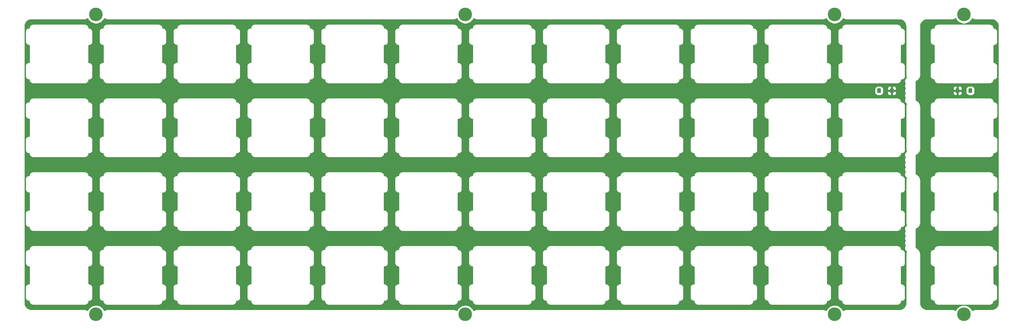
<source format=gbr>
G04 #@! TF.GenerationSoftware,KiCad,Pcbnew,(5.1.10-1-10_14)*
G04 #@! TF.CreationDate,2021-08-14T15:19:58-05:00*
G04 #@! TF.ProjectId,ori_top_plate,6f72695f-746f-4705-9f70-6c6174652e6b,rev?*
G04 #@! TF.SameCoordinates,Original*
G04 #@! TF.FileFunction,Copper,L2,Bot*
G04 #@! TF.FilePolarity,Positive*
%FSLAX46Y46*%
G04 Gerber Fmt 4.6, Leading zero omitted, Abs format (unit mm)*
G04 Created by KiCad (PCBNEW (5.1.10-1-10_14)) date 2021-08-14 15:19:58*
%MOMM*%
%LPD*%
G01*
G04 APERTURE LIST*
G04 #@! TA.AperFunction,ComponentPad*
%ADD10C,3.500000*%
G04 #@! TD*
G04 #@! TA.AperFunction,ViaPad*
%ADD11C,0.500000*%
G04 #@! TD*
G04 #@! TA.AperFunction,Conductor*
%ADD12C,0.250000*%
G04 #@! TD*
G04 #@! TA.AperFunction,Conductor*
%ADD13C,0.254000*%
G04 #@! TD*
G04 #@! TA.AperFunction,Conductor*
%ADD14C,0.100000*%
G04 #@! TD*
G04 APERTURE END LIST*
G04 #@! TA.AperFunction,SMDPad,CuDef*
G36*
G01*
X370270360Y-59868904D02*
X370270360Y-59168904D01*
G75*
G02*
X370520360Y-58918904I250000J0D01*
G01*
X371020360Y-58918904D01*
G75*
G02*
X371270360Y-59168904I0J-250000D01*
G01*
X371270360Y-59868904D01*
G75*
G02*
X371020360Y-60118904I-250000J0D01*
G01*
X370520360Y-60118904D01*
G75*
G02*
X370270360Y-59868904I0J250000D01*
G01*
G37*
G04 #@! TD.AperFunction*
G04 #@! TA.AperFunction,SMDPad,CuDef*
G36*
G01*
X366970360Y-59868904D02*
X366970360Y-59168904D01*
G75*
G02*
X367220360Y-58918904I250000J0D01*
G01*
X367720360Y-58918904D01*
G75*
G02*
X367970360Y-59168904I0J-250000D01*
G01*
X367970360Y-59868904D01*
G75*
G02*
X367720360Y-60118904I-250000J0D01*
G01*
X367220360Y-60118904D01*
G75*
G02*
X366970360Y-59868904I0J250000D01*
G01*
G37*
G04 #@! TD.AperFunction*
G04 #@! TA.AperFunction,SMDPad,CuDef*
G36*
G01*
X388211370Y-59168840D02*
X388211370Y-59868840D01*
G75*
G02*
X387961370Y-60118840I-250000J0D01*
G01*
X387461370Y-60118840D01*
G75*
G02*
X387211370Y-59868840I0J250000D01*
G01*
X387211370Y-59168840D01*
G75*
G02*
X387461370Y-58918840I250000J0D01*
G01*
X387961370Y-58918840D01*
G75*
G02*
X388211370Y-59168840I0J-250000D01*
G01*
G37*
G04 #@! TD.AperFunction*
G04 #@! TA.AperFunction,SMDPad,CuDef*
G36*
G01*
X391511370Y-59168840D02*
X391511370Y-59868840D01*
G75*
G02*
X391261370Y-60118840I-250000J0D01*
G01*
X390761370Y-60118840D01*
G75*
G02*
X390511370Y-59868840I0J250000D01*
G01*
X390511370Y-59168840D01*
G75*
G02*
X390761370Y-58918840I250000J0D01*
G01*
X391261370Y-58918840D01*
G75*
G02*
X391511370Y-59168840I0J-250000D01*
G01*
G37*
G04 #@! TD.AperFunction*
D10*
X165523314Y-39873575D03*
X165523314Y-117264265D03*
X260773394Y-39873575D03*
X260773394Y-117264265D03*
X356023474Y-39873575D03*
X356023474Y-117264265D03*
X389361002Y-39873575D03*
X389361002Y-117264265D03*
D11*
X373287551Y-59518904D03*
X385194165Y-59518840D03*
D12*
X370770360Y-59518904D02*
X373287551Y-59518904D01*
X387711370Y-59518840D02*
X385194165Y-59518840D01*
D13*
X358221859Y-40919636D02*
X358275446Y-40955238D01*
X358328555Y-40991603D01*
X358337275Y-40996318D01*
X358439861Y-41050863D01*
X358499324Y-41075371D01*
X358558501Y-41100735D01*
X358567971Y-41103666D01*
X358679197Y-41137247D01*
X358742291Y-41149740D01*
X358805264Y-41163125D01*
X358815123Y-41164161D01*
X358930753Y-41175499D01*
X358930755Y-41175499D01*
X358965169Y-41178888D01*
X372657826Y-41178760D01*
X373016501Y-41213928D01*
X373328121Y-41308012D01*
X373615528Y-41460828D01*
X373867775Y-41666557D01*
X374075264Y-41917367D01*
X374230084Y-42203701D01*
X374326340Y-42514654D01*
X374363810Y-42871153D01*
X374363811Y-55386480D01*
X374367314Y-55422048D01*
X374367314Y-55437511D01*
X374368351Y-55447370D01*
X374394253Y-55678292D01*
X374407625Y-55741204D01*
X374420131Y-55804363D01*
X374423063Y-55813832D01*
X374493325Y-56035325D01*
X374518666Y-56094449D01*
X374529513Y-56120767D01*
X374388676Y-56214871D01*
X374244513Y-56359034D01*
X374131245Y-56528552D01*
X374053224Y-56716910D01*
X374013450Y-56916869D01*
X374013450Y-57120747D01*
X374053224Y-57320706D01*
X374131245Y-57509064D01*
X374221278Y-57643808D01*
X374131245Y-57778552D01*
X374053224Y-57966910D01*
X374013450Y-58166869D01*
X374013450Y-58370747D01*
X374053224Y-58570706D01*
X374131245Y-58759064D01*
X374221278Y-58893808D01*
X374131245Y-59028552D01*
X374053224Y-59216910D01*
X374013450Y-59416869D01*
X374013450Y-59620747D01*
X374053224Y-59820706D01*
X374131245Y-60009064D01*
X374221278Y-60143808D01*
X374131245Y-60278552D01*
X374053224Y-60466910D01*
X374013450Y-60666869D01*
X374013450Y-60870747D01*
X374053224Y-61070706D01*
X374131245Y-61259064D01*
X374221278Y-61393808D01*
X374131245Y-61528552D01*
X374053224Y-61716910D01*
X374013450Y-61916869D01*
X374013450Y-62120747D01*
X374053224Y-62320706D01*
X374131245Y-62509064D01*
X374244513Y-62678582D01*
X374388676Y-62822745D01*
X374529187Y-62916631D01*
X374511910Y-62958548D01*
X374486559Y-63017697D01*
X374483628Y-63027167D01*
X374416465Y-63249620D01*
X374403976Y-63312695D01*
X374390585Y-63375692D01*
X374389549Y-63385551D01*
X374366874Y-63616812D01*
X374366874Y-63616820D01*
X374363485Y-63651240D01*
X374363812Y-74436613D01*
X374367314Y-74472160D01*
X374367314Y-74487623D01*
X374368351Y-74497482D01*
X374394253Y-74728404D01*
X374407625Y-74791316D01*
X374420131Y-74854475D01*
X374423063Y-74863944D01*
X374493325Y-75085437D01*
X374518666Y-75144561D01*
X374533605Y-75180805D01*
X374388676Y-75277643D01*
X374244513Y-75421806D01*
X374131245Y-75591324D01*
X374053224Y-75779682D01*
X374013450Y-75979641D01*
X374013450Y-76183519D01*
X374053224Y-76383478D01*
X374131245Y-76571836D01*
X374221278Y-76706580D01*
X374131245Y-76841324D01*
X374053224Y-77029682D01*
X374013450Y-77229641D01*
X374013450Y-77433519D01*
X374053224Y-77633478D01*
X374131245Y-77821836D01*
X374221278Y-77956580D01*
X374131245Y-78091324D01*
X374053224Y-78279682D01*
X374013450Y-78479641D01*
X374013450Y-78683519D01*
X374053224Y-78883478D01*
X374131245Y-79071836D01*
X374221278Y-79206580D01*
X374131245Y-79341324D01*
X374053224Y-79529682D01*
X374013450Y-79729641D01*
X374013450Y-79933519D01*
X374053224Y-80133478D01*
X374131245Y-80321836D01*
X374221278Y-80456580D01*
X374131245Y-80591324D01*
X374053224Y-80779682D01*
X374013450Y-80979641D01*
X374013450Y-81183519D01*
X374053224Y-81383478D01*
X374131245Y-81571836D01*
X374244513Y-81741354D01*
X374388676Y-81885517D01*
X374525324Y-81976822D01*
X374512234Y-82008578D01*
X374486883Y-82067727D01*
X374483952Y-82077197D01*
X374416789Y-82299650D01*
X374404300Y-82362725D01*
X374390909Y-82425722D01*
X374389873Y-82435581D01*
X374367198Y-82666842D01*
X374367198Y-82666858D01*
X374363812Y-82701227D01*
X374363489Y-93486600D01*
X374367314Y-93525449D01*
X374367314Y-93537735D01*
X374368351Y-93547594D01*
X374394253Y-93778516D01*
X374407625Y-93841428D01*
X374420131Y-93904587D01*
X374423063Y-93914056D01*
X374493325Y-94135549D01*
X374518666Y-94194673D01*
X374533605Y-94230917D01*
X374388676Y-94327755D01*
X374244513Y-94471918D01*
X374131245Y-94641436D01*
X374053224Y-94829794D01*
X374013450Y-95029753D01*
X374013450Y-95233631D01*
X374053224Y-95433590D01*
X374131245Y-95621948D01*
X374221278Y-95756692D01*
X374131245Y-95891436D01*
X374053224Y-96079794D01*
X374013450Y-96279753D01*
X374013450Y-96483631D01*
X374053224Y-96683590D01*
X374131245Y-96871948D01*
X374221278Y-97006692D01*
X374131245Y-97141436D01*
X374053224Y-97329794D01*
X374013450Y-97529753D01*
X374013450Y-97733631D01*
X374053224Y-97933590D01*
X374131245Y-98121948D01*
X374221278Y-98256692D01*
X374131245Y-98391436D01*
X374053224Y-98579794D01*
X374013450Y-98779753D01*
X374013450Y-98983631D01*
X374053224Y-99183590D01*
X374131245Y-99371948D01*
X374221278Y-99506692D01*
X374131245Y-99641436D01*
X374053224Y-99829794D01*
X374013450Y-100029753D01*
X374013450Y-100233631D01*
X374053224Y-100433590D01*
X374131245Y-100621948D01*
X374244513Y-100791466D01*
X374388676Y-100935629D01*
X374525324Y-101026934D01*
X374512234Y-101058690D01*
X374486883Y-101117839D01*
X374483952Y-101127309D01*
X374416789Y-101349762D01*
X374404300Y-101412837D01*
X374390909Y-101475834D01*
X374389873Y-101485693D01*
X374367198Y-101716954D01*
X374367198Y-101716961D01*
X374363810Y-101751361D01*
X374363811Y-114253089D01*
X374328642Y-114611772D01*
X374234558Y-114923390D01*
X374081740Y-115210799D01*
X373876013Y-115463045D01*
X373625203Y-115670534D01*
X373338869Y-115825354D01*
X373027916Y-115921610D01*
X372671412Y-115959080D01*
X358965169Y-115958952D01*
X358935093Y-115961914D01*
X358931537Y-115961889D01*
X358921671Y-115962856D01*
X358864332Y-115968882D01*
X358860862Y-115969224D01*
X358860746Y-115969259D01*
X358806123Y-115975000D01*
X358743093Y-115987938D01*
X358679871Y-115999998D01*
X358670391Y-116002861D01*
X358670386Y-116002862D01*
X358670384Y-116002863D01*
X358670381Y-116002864D01*
X358559392Y-116037221D01*
X358500111Y-116062140D01*
X358440408Y-116086262D01*
X358431655Y-116090916D01*
X358329453Y-116146176D01*
X358276110Y-116182157D01*
X358222255Y-116217398D01*
X358214573Y-116223663D01*
X358184316Y-116248694D01*
X358137034Y-116134544D01*
X357876024Y-115743916D01*
X357543823Y-115411715D01*
X357153195Y-115150705D01*
X356719153Y-114970919D01*
X356258376Y-114879265D01*
X355788572Y-114879265D01*
X355327795Y-114970919D01*
X354893753Y-115150705D01*
X354503125Y-115411715D01*
X354170924Y-115743916D01*
X353909914Y-116134544D01*
X353862592Y-116248790D01*
X353825089Y-116218204D01*
X353771536Y-116182624D01*
X353718394Y-116146237D01*
X353709673Y-116141522D01*
X353607088Y-116086977D01*
X353547611Y-116062463D01*
X353488447Y-116037105D01*
X353478977Y-116034174D01*
X353367751Y-116000593D01*
X353304658Y-115988101D01*
X353241685Y-115974715D01*
X353231826Y-115973679D01*
X353116476Y-115962369D01*
X353081786Y-115958952D01*
X263715082Y-115958952D01*
X263685009Y-115961914D01*
X263681457Y-115961889D01*
X263671591Y-115962856D01*
X263614210Y-115968887D01*
X263610775Y-115969225D01*
X263610660Y-115969260D01*
X263556043Y-115975000D01*
X263493013Y-115987938D01*
X263429791Y-115999998D01*
X263420311Y-116002861D01*
X263420306Y-116002862D01*
X263420304Y-116002863D01*
X263420301Y-116002864D01*
X263309312Y-116037221D01*
X263250031Y-116062140D01*
X263190328Y-116086262D01*
X263181575Y-116090916D01*
X263079373Y-116146176D01*
X263026030Y-116182157D01*
X262972175Y-116217398D01*
X262964493Y-116223663D01*
X262934236Y-116248694D01*
X262886954Y-116134544D01*
X262625944Y-115743916D01*
X262293743Y-115411715D01*
X261903115Y-115150705D01*
X261469073Y-114970919D01*
X261008296Y-114879265D01*
X260538492Y-114879265D01*
X260077715Y-114970919D01*
X259643673Y-115150705D01*
X259253045Y-115411715D01*
X258920844Y-115743916D01*
X258659834Y-116134544D01*
X258612512Y-116248790D01*
X258575009Y-116218204D01*
X258521456Y-116182624D01*
X258468314Y-116146237D01*
X258459593Y-116141522D01*
X258357008Y-116086977D01*
X258297531Y-116062463D01*
X258238367Y-116037105D01*
X258228897Y-116034174D01*
X258117671Y-116000593D01*
X258054578Y-115988101D01*
X257991605Y-115974715D01*
X257981746Y-115973679D01*
X257866396Y-115962369D01*
X257831706Y-115958952D01*
X168465002Y-115958952D01*
X168434929Y-115961914D01*
X168431377Y-115961889D01*
X168421511Y-115962856D01*
X168364130Y-115968887D01*
X168360695Y-115969225D01*
X168360580Y-115969260D01*
X168305963Y-115975000D01*
X168242933Y-115987938D01*
X168179711Y-115999998D01*
X168170231Y-116002861D01*
X168170226Y-116002862D01*
X168170224Y-116002863D01*
X168170221Y-116002864D01*
X168059232Y-116037221D01*
X167999951Y-116062140D01*
X167940248Y-116086262D01*
X167931495Y-116090916D01*
X167829293Y-116146176D01*
X167775950Y-116182157D01*
X167722095Y-116217398D01*
X167714413Y-116223663D01*
X167684156Y-116248694D01*
X167636874Y-116134544D01*
X167375864Y-115743916D01*
X167043663Y-115411715D01*
X166653035Y-115150705D01*
X166218993Y-114970919D01*
X165758216Y-114879265D01*
X165288412Y-114879265D01*
X164827635Y-114970919D01*
X164393593Y-115150705D01*
X164002965Y-115411715D01*
X163670764Y-115743916D01*
X163409754Y-116134544D01*
X163362432Y-116248790D01*
X163324929Y-116218204D01*
X163271376Y-116182624D01*
X163218234Y-116146237D01*
X163209513Y-116141522D01*
X163106928Y-116086977D01*
X163047451Y-116062463D01*
X162988287Y-116037105D01*
X162978817Y-116034174D01*
X162867591Y-116000593D01*
X162804498Y-115988101D01*
X162741525Y-115974715D01*
X162731666Y-115973679D01*
X162616035Y-115962341D01*
X162616033Y-115962341D01*
X162581619Y-115958952D01*
X148888834Y-115959080D01*
X148530158Y-115923912D01*
X148218540Y-115829828D01*
X147931131Y-115677010D01*
X147678885Y-115471283D01*
X147471396Y-115220473D01*
X147316576Y-114934139D01*
X147220320Y-114623186D01*
X147182850Y-114266687D01*
X147182850Y-101323054D01*
X147287530Y-101323054D01*
X147287531Y-103990347D01*
X147290368Y-104019151D01*
X147290356Y-104020876D01*
X147291289Y-104030395D01*
X147294255Y-104058611D01*
X147297443Y-104090983D01*
X147298836Y-104095574D01*
X147309898Y-104149465D01*
X147321528Y-104210429D01*
X147324292Y-104219585D01*
X147341606Y-104275517D01*
X147365667Y-104332754D01*
X147388924Y-104390317D01*
X147393414Y-104398761D01*
X147421262Y-104450265D01*
X147455955Y-104501699D01*
X147489974Y-104553684D01*
X147496019Y-104561095D01*
X147533340Y-104606208D01*
X147577397Y-104649958D01*
X147620833Y-104694313D01*
X147628202Y-104700410D01*
X147673575Y-104737415D01*
X147725308Y-104771786D01*
X147776505Y-104806842D01*
X147784918Y-104811391D01*
X147784928Y-104811397D01*
X147784934Y-104811399D01*
X147836614Y-104838880D01*
X147894028Y-104862545D01*
X147951084Y-104886999D01*
X147960214Y-104889825D01*
X147960216Y-104889826D01*
X147960218Y-104889826D01*
X147960220Y-104889827D01*
X148016271Y-104906750D01*
X148077174Y-104918809D01*
X148137909Y-104931718D01*
X148138073Y-104931735D01*
X148138247Y-104931788D01*
X148143440Y-104932299D01*
X148147421Y-104932718D01*
X148205690Y-104938431D01*
X148205693Y-104938431D01*
X148238883Y-104941700D01*
X148287530Y-104941700D01*
X148287531Y-109371700D01*
X148138883Y-109371700D01*
X148110134Y-109374532D01*
X148109053Y-109374524D01*
X148099535Y-109375457D01*
X148081595Y-109377342D01*
X148038247Y-109381612D01*
X148012379Y-109389459D01*
X147999876Y-109392026D01*
X147938915Y-109403654D01*
X147929759Y-109406418D01*
X147892471Y-109417960D01*
X147835221Y-109442025D01*
X147777675Y-109465275D01*
X147769230Y-109469765D01*
X147734894Y-109488330D01*
X147683445Y-109523032D01*
X147631459Y-109557052D01*
X147624047Y-109563097D01*
X147593972Y-109587978D01*
X147550220Y-109632039D01*
X147505871Y-109675469D01*
X147499775Y-109682838D01*
X147475105Y-109713087D01*
X147440748Y-109764800D01*
X147405677Y-109816019D01*
X147401128Y-109824432D01*
X147382803Y-109858896D01*
X147359140Y-109916306D01*
X147334687Y-109973359D01*
X147331858Y-109982495D01*
X147320576Y-110019862D01*
X147308513Y-110080785D01*
X147304864Y-110097949D01*
X147297442Y-110122418D01*
X147294896Y-110148267D01*
X147294608Y-110151009D01*
X147290799Y-110189855D01*
X147290799Y-110189864D01*
X147287530Y-110223054D01*
X147287531Y-112890347D01*
X147290368Y-112919151D01*
X147290356Y-112920876D01*
X147291289Y-112930395D01*
X147294255Y-112958611D01*
X147297443Y-112990983D01*
X147298836Y-112995574D01*
X147309898Y-113049465D01*
X147321528Y-113110429D01*
X147324292Y-113119585D01*
X147341606Y-113175517D01*
X147365667Y-113232754D01*
X147388924Y-113290317D01*
X147393414Y-113298761D01*
X147421262Y-113350265D01*
X147455955Y-113401699D01*
X147489974Y-113453684D01*
X147496019Y-113461095D01*
X147533340Y-113506208D01*
X147577397Y-113549958D01*
X147620833Y-113594313D01*
X147628202Y-113600410D01*
X147673575Y-113637415D01*
X147725308Y-113671786D01*
X147776505Y-113706842D01*
X147784918Y-113711391D01*
X147784928Y-113711397D01*
X147784934Y-113711399D01*
X147836614Y-113738880D01*
X147894028Y-113762545D01*
X147951084Y-113786999D01*
X147960214Y-113789825D01*
X147960216Y-113789826D01*
X147960218Y-113789826D01*
X147960220Y-113789827D01*
X148016271Y-113806750D01*
X148077174Y-113818809D01*
X148137909Y-113831718D01*
X148138073Y-113831735D01*
X148138247Y-113831788D01*
X148143440Y-113832299D01*
X148147421Y-113832718D01*
X148205690Y-113838431D01*
X148205693Y-113838431D01*
X148238883Y-113841700D01*
X148287530Y-113841700D01*
X148287530Y-113890346D01*
X148290368Y-113919160D01*
X148290356Y-113920876D01*
X148291289Y-113930395D01*
X148294240Y-113958475D01*
X148297442Y-113990982D01*
X148298837Y-113995581D01*
X148309898Y-114049465D01*
X148321528Y-114110429D01*
X148324292Y-114119585D01*
X148341606Y-114175517D01*
X148365667Y-114232754D01*
X148388924Y-114290317D01*
X148393414Y-114298761D01*
X148421262Y-114350265D01*
X148455955Y-114401699D01*
X148489974Y-114453684D01*
X148496019Y-114461095D01*
X148533340Y-114506208D01*
X148577397Y-114549958D01*
X148620833Y-114594313D01*
X148628202Y-114600410D01*
X148673575Y-114637415D01*
X148725308Y-114671786D01*
X148776505Y-114706842D01*
X148784918Y-114711391D01*
X148784928Y-114711397D01*
X148784934Y-114711399D01*
X148836614Y-114738880D01*
X148894028Y-114762545D01*
X148951084Y-114786999D01*
X148960214Y-114789825D01*
X148960216Y-114789826D01*
X148960218Y-114789826D01*
X148960220Y-114789827D01*
X149016271Y-114806750D01*
X149077174Y-114818809D01*
X149137909Y-114831718D01*
X149138073Y-114831735D01*
X149138247Y-114831788D01*
X149143440Y-114832299D01*
X149147421Y-114832718D01*
X149205690Y-114838431D01*
X149205693Y-114838431D01*
X149238883Y-114841700D01*
X162706177Y-114841700D01*
X162734991Y-114838862D01*
X162736706Y-114838874D01*
X162746225Y-114837941D01*
X162774290Y-114834991D01*
X162806813Y-114831788D01*
X162811414Y-114830392D01*
X162865295Y-114819332D01*
X162926259Y-114807702D01*
X162935415Y-114804938D01*
X162991347Y-114787624D01*
X163048584Y-114763563D01*
X163106147Y-114740306D01*
X163114586Y-114735819D01*
X163114590Y-114735817D01*
X163114593Y-114735815D01*
X163166095Y-114707968D01*
X163217529Y-114673275D01*
X163269514Y-114639256D01*
X163276925Y-114633211D01*
X163322038Y-114595890D01*
X163365788Y-114551833D01*
X163410143Y-114508397D01*
X163416240Y-114501028D01*
X163453245Y-114455655D01*
X163487616Y-114403922D01*
X163522672Y-114352725D01*
X163527221Y-114344312D01*
X163527227Y-114344302D01*
X163527229Y-114344296D01*
X163554710Y-114292616D01*
X163578375Y-114235202D01*
X163602829Y-114178146D01*
X163605657Y-114169010D01*
X163622580Y-114112959D01*
X163634639Y-114052056D01*
X163647548Y-113991321D01*
X163647565Y-113991157D01*
X163647618Y-113990983D01*
X163648129Y-113985791D01*
X163648548Y-113981809D01*
X163654261Y-113923540D01*
X163654261Y-113923536D01*
X163657530Y-113890346D01*
X163657530Y-113841700D01*
X163806177Y-113841700D01*
X163834926Y-113838868D01*
X163836007Y-113838876D01*
X163845525Y-113837943D01*
X163863472Y-113836057D01*
X163906813Y-113831788D01*
X163932680Y-113823941D01*
X163945179Y-113821376D01*
X164006146Y-113809746D01*
X164015302Y-113806982D01*
X164052589Y-113795440D01*
X164109850Y-113771370D01*
X164167385Y-113748125D01*
X164175828Y-113743636D01*
X164175833Y-113743634D01*
X164175839Y-113743630D01*
X164210166Y-113725070D01*
X164261615Y-113690368D01*
X164313601Y-113656348D01*
X164321013Y-113650303D01*
X164351088Y-113625422D01*
X164394840Y-113581362D01*
X164439189Y-113537931D01*
X164445285Y-113530562D01*
X164469955Y-113500313D01*
X164504312Y-113448600D01*
X164539383Y-113397381D01*
X164543932Y-113388968D01*
X164562257Y-113354504D01*
X164585920Y-113297094D01*
X164610373Y-113240041D01*
X164613202Y-113230905D01*
X164624484Y-113193538D01*
X164636547Y-113132615D01*
X164640195Y-113115454D01*
X164647618Y-113090983D01*
X164650168Y-113065095D01*
X164650452Y-113062392D01*
X164654261Y-113023545D01*
X164654261Y-113023537D01*
X164657530Y-112990347D01*
X164657530Y-110323053D01*
X164654692Y-110294239D01*
X164654704Y-110292524D01*
X164653771Y-110283006D01*
X164650822Y-110254949D01*
X164647618Y-110222417D01*
X164646222Y-110217816D01*
X164635159Y-110163922D01*
X164623532Y-110102972D01*
X164620768Y-110093816D01*
X164603454Y-110037883D01*
X164579388Y-109980633D01*
X164556136Y-109923084D01*
X164551646Y-109914639D01*
X164523798Y-109863136D01*
X164489083Y-109811670D01*
X164455085Y-109759716D01*
X164449041Y-109752304D01*
X164411720Y-109707192D01*
X164367647Y-109663425D01*
X164324227Y-109619087D01*
X164316858Y-109612990D01*
X164271485Y-109575985D01*
X164219752Y-109541614D01*
X164168555Y-109506558D01*
X164160142Y-109502009D01*
X164160132Y-109502003D01*
X164160126Y-109502001D01*
X164108446Y-109474521D01*
X164051053Y-109450864D01*
X163993976Y-109426401D01*
X163984850Y-109423576D01*
X163984845Y-109423574D01*
X163984840Y-109423573D01*
X163928789Y-109406650D01*
X163867886Y-109394591D01*
X163807151Y-109381682D01*
X163806987Y-109381665D01*
X163806813Y-109381612D01*
X163801620Y-109381101D01*
X163797639Y-109380682D01*
X163739369Y-109374969D01*
X163739367Y-109374969D01*
X163706177Y-109371700D01*
X163657530Y-109371700D01*
X163657530Y-104941700D01*
X163806177Y-104941700D01*
X163834926Y-104938868D01*
X163836007Y-104938876D01*
X163845525Y-104937943D01*
X163863472Y-104936057D01*
X163906813Y-104931788D01*
X163932680Y-104923941D01*
X163945179Y-104921376D01*
X164006146Y-104909746D01*
X164015302Y-104906982D01*
X164052589Y-104895440D01*
X164109850Y-104871370D01*
X164167385Y-104848125D01*
X164175828Y-104843636D01*
X164175833Y-104843634D01*
X164175839Y-104843630D01*
X164210166Y-104825070D01*
X164261615Y-104790368D01*
X164313601Y-104756348D01*
X164321013Y-104750303D01*
X164351088Y-104725422D01*
X164394840Y-104681362D01*
X164439189Y-104637931D01*
X164445285Y-104630562D01*
X164469955Y-104600313D01*
X164504312Y-104548600D01*
X164539383Y-104497381D01*
X164543932Y-104488968D01*
X164562257Y-104454504D01*
X164585920Y-104397094D01*
X164610373Y-104340041D01*
X164613202Y-104330905D01*
X164624484Y-104293538D01*
X164636547Y-104232615D01*
X164640195Y-104215454D01*
X164647618Y-104190983D01*
X164650168Y-104165095D01*
X164650452Y-104162392D01*
X164654261Y-104123545D01*
X164654261Y-104123537D01*
X164657530Y-104090347D01*
X164657530Y-101423053D01*
X164654692Y-101394239D01*
X164654704Y-101392524D01*
X164653771Y-101383006D01*
X164650822Y-101354949D01*
X164647681Y-101323054D01*
X166337610Y-101323054D01*
X166337611Y-103990347D01*
X166340448Y-104019151D01*
X166340436Y-104020876D01*
X166341369Y-104030395D01*
X166344335Y-104058611D01*
X166347523Y-104090983D01*
X166348916Y-104095574D01*
X166359978Y-104149465D01*
X166371608Y-104210429D01*
X166374372Y-104219585D01*
X166391686Y-104275517D01*
X166415747Y-104332754D01*
X166439004Y-104390317D01*
X166443494Y-104398761D01*
X166471342Y-104450265D01*
X166506035Y-104501699D01*
X166540054Y-104553684D01*
X166546099Y-104561095D01*
X166583420Y-104606208D01*
X166627477Y-104649958D01*
X166670913Y-104694313D01*
X166678282Y-104700410D01*
X166723655Y-104737415D01*
X166775388Y-104771786D01*
X166826585Y-104806842D01*
X166834998Y-104811391D01*
X166835008Y-104811397D01*
X166835014Y-104811399D01*
X166886694Y-104838880D01*
X166944108Y-104862545D01*
X167001164Y-104886999D01*
X167010294Y-104889825D01*
X167010296Y-104889826D01*
X167010298Y-104889826D01*
X167010300Y-104889827D01*
X167066351Y-104906750D01*
X167127254Y-104918809D01*
X167187989Y-104931718D01*
X167188153Y-104931735D01*
X167188327Y-104931788D01*
X167193520Y-104932299D01*
X167197501Y-104932718D01*
X167255770Y-104938431D01*
X167255773Y-104938431D01*
X167288963Y-104941700D01*
X167337610Y-104941700D01*
X167337611Y-109371700D01*
X167188963Y-109371700D01*
X167160214Y-109374532D01*
X167159133Y-109374524D01*
X167149615Y-109375457D01*
X167131675Y-109377342D01*
X167088327Y-109381612D01*
X167062459Y-109389459D01*
X167049956Y-109392026D01*
X166988995Y-109403654D01*
X166979839Y-109406418D01*
X166942551Y-109417960D01*
X166885301Y-109442025D01*
X166827755Y-109465275D01*
X166819310Y-109469765D01*
X166784974Y-109488330D01*
X166733525Y-109523032D01*
X166681539Y-109557052D01*
X166674127Y-109563097D01*
X166644052Y-109587978D01*
X166600300Y-109632039D01*
X166555951Y-109675469D01*
X166549855Y-109682838D01*
X166525185Y-109713087D01*
X166490828Y-109764800D01*
X166455757Y-109816019D01*
X166451208Y-109824432D01*
X166432883Y-109858896D01*
X166409220Y-109916306D01*
X166384767Y-109973359D01*
X166381938Y-109982495D01*
X166370656Y-110019862D01*
X166358593Y-110080785D01*
X166354944Y-110097949D01*
X166347522Y-110122418D01*
X166344976Y-110148267D01*
X166344688Y-110151009D01*
X166340879Y-110189855D01*
X166340879Y-110189864D01*
X166337610Y-110223054D01*
X166337611Y-112890347D01*
X166340448Y-112919151D01*
X166340436Y-112920876D01*
X166341369Y-112930395D01*
X166344335Y-112958611D01*
X166347523Y-112990983D01*
X166348916Y-112995574D01*
X166359978Y-113049465D01*
X166371608Y-113110429D01*
X166374372Y-113119585D01*
X166391686Y-113175517D01*
X166415747Y-113232754D01*
X166439004Y-113290317D01*
X166443494Y-113298761D01*
X166471342Y-113350265D01*
X166506035Y-113401699D01*
X166540054Y-113453684D01*
X166546099Y-113461095D01*
X166583420Y-113506208D01*
X166627477Y-113549958D01*
X166670913Y-113594313D01*
X166678282Y-113600410D01*
X166723655Y-113637415D01*
X166775388Y-113671786D01*
X166826585Y-113706842D01*
X166834998Y-113711391D01*
X166835008Y-113711397D01*
X166835014Y-113711399D01*
X166886694Y-113738880D01*
X166944108Y-113762545D01*
X167001164Y-113786999D01*
X167010294Y-113789825D01*
X167010296Y-113789826D01*
X167010298Y-113789826D01*
X167010300Y-113789827D01*
X167066351Y-113806750D01*
X167127254Y-113818809D01*
X167187989Y-113831718D01*
X167188153Y-113831735D01*
X167188327Y-113831788D01*
X167193520Y-113832299D01*
X167197501Y-113832718D01*
X167255770Y-113838431D01*
X167255773Y-113838431D01*
X167288963Y-113841700D01*
X167337610Y-113841700D01*
X167337610Y-113890346D01*
X167340448Y-113919160D01*
X167340436Y-113920876D01*
X167341369Y-113930395D01*
X167344320Y-113958475D01*
X167347522Y-113990982D01*
X167348917Y-113995581D01*
X167359978Y-114049465D01*
X167371608Y-114110429D01*
X167374372Y-114119585D01*
X167391686Y-114175517D01*
X167415747Y-114232754D01*
X167439004Y-114290317D01*
X167443494Y-114298761D01*
X167471342Y-114350265D01*
X167506035Y-114401699D01*
X167540054Y-114453684D01*
X167546099Y-114461095D01*
X167583420Y-114506208D01*
X167627477Y-114549958D01*
X167670913Y-114594313D01*
X167678282Y-114600410D01*
X167723655Y-114637415D01*
X167775388Y-114671786D01*
X167826585Y-114706842D01*
X167834998Y-114711391D01*
X167835008Y-114711397D01*
X167835014Y-114711399D01*
X167886694Y-114738880D01*
X167944108Y-114762545D01*
X168001164Y-114786999D01*
X168010294Y-114789825D01*
X168010296Y-114789826D01*
X168010298Y-114789826D01*
X168010300Y-114789827D01*
X168066351Y-114806750D01*
X168127254Y-114818809D01*
X168187989Y-114831718D01*
X168188153Y-114831735D01*
X168188327Y-114831788D01*
X168193520Y-114832299D01*
X168197501Y-114832718D01*
X168255770Y-114838431D01*
X168255773Y-114838431D01*
X168288963Y-114841700D01*
X181756257Y-114841700D01*
X181785071Y-114838862D01*
X181786786Y-114838874D01*
X181796305Y-114837941D01*
X181824370Y-114834991D01*
X181856893Y-114831788D01*
X181861494Y-114830392D01*
X181915375Y-114819332D01*
X181976339Y-114807702D01*
X181985495Y-114804938D01*
X182041427Y-114787624D01*
X182098664Y-114763563D01*
X182156227Y-114740306D01*
X182164666Y-114735819D01*
X182164670Y-114735817D01*
X182164673Y-114735815D01*
X182216175Y-114707968D01*
X182267609Y-114673275D01*
X182319594Y-114639256D01*
X182327005Y-114633211D01*
X182372118Y-114595890D01*
X182415868Y-114551833D01*
X182460223Y-114508397D01*
X182466320Y-114501028D01*
X182503325Y-114455655D01*
X182537696Y-114403922D01*
X182572752Y-114352725D01*
X182577301Y-114344312D01*
X182577307Y-114344302D01*
X182577309Y-114344296D01*
X182604790Y-114292616D01*
X182628455Y-114235202D01*
X182652909Y-114178146D01*
X182655737Y-114169010D01*
X182672660Y-114112959D01*
X182684719Y-114052056D01*
X182697628Y-113991321D01*
X182697645Y-113991157D01*
X182697698Y-113990983D01*
X182698209Y-113985791D01*
X182698628Y-113981809D01*
X182704341Y-113923540D01*
X182704341Y-113923536D01*
X182707610Y-113890346D01*
X182707610Y-113841700D01*
X182856257Y-113841700D01*
X182885006Y-113838868D01*
X182886087Y-113838876D01*
X182895605Y-113837943D01*
X182913552Y-113836057D01*
X182956893Y-113831788D01*
X182982760Y-113823941D01*
X182995259Y-113821376D01*
X183056226Y-113809746D01*
X183065382Y-113806982D01*
X183102669Y-113795440D01*
X183159930Y-113771370D01*
X183217465Y-113748125D01*
X183225908Y-113743636D01*
X183225913Y-113743634D01*
X183225919Y-113743630D01*
X183260246Y-113725070D01*
X183311695Y-113690368D01*
X183363681Y-113656348D01*
X183371093Y-113650303D01*
X183401168Y-113625422D01*
X183444920Y-113581362D01*
X183489269Y-113537931D01*
X183495365Y-113530562D01*
X183520035Y-113500313D01*
X183554392Y-113448600D01*
X183589463Y-113397381D01*
X183594012Y-113388968D01*
X183612337Y-113354504D01*
X183636000Y-113297094D01*
X183660453Y-113240041D01*
X183663282Y-113230905D01*
X183674564Y-113193538D01*
X183686627Y-113132615D01*
X183690275Y-113115454D01*
X183697698Y-113090983D01*
X183700248Y-113065095D01*
X183700532Y-113062392D01*
X183704341Y-113023545D01*
X183704341Y-113023537D01*
X183707610Y-112990347D01*
X183707610Y-110323053D01*
X183704772Y-110294239D01*
X183704784Y-110292524D01*
X183703851Y-110283006D01*
X183700902Y-110254949D01*
X183697698Y-110222417D01*
X183696302Y-110217816D01*
X183685239Y-110163922D01*
X183673612Y-110102972D01*
X183670848Y-110093816D01*
X183653534Y-110037883D01*
X183629468Y-109980633D01*
X183606216Y-109923084D01*
X183601726Y-109914639D01*
X183573878Y-109863136D01*
X183539163Y-109811670D01*
X183505165Y-109759716D01*
X183499121Y-109752304D01*
X183461800Y-109707192D01*
X183417727Y-109663425D01*
X183374307Y-109619087D01*
X183366938Y-109612990D01*
X183321565Y-109575985D01*
X183269832Y-109541614D01*
X183218635Y-109506558D01*
X183210222Y-109502009D01*
X183210212Y-109502003D01*
X183210206Y-109502001D01*
X183158526Y-109474521D01*
X183101133Y-109450864D01*
X183044056Y-109426401D01*
X183034930Y-109423576D01*
X183034925Y-109423574D01*
X183034920Y-109423573D01*
X182978869Y-109406650D01*
X182917966Y-109394591D01*
X182857231Y-109381682D01*
X182857067Y-109381665D01*
X182856893Y-109381612D01*
X182851700Y-109381101D01*
X182847719Y-109380682D01*
X182789449Y-109374969D01*
X182789447Y-109374969D01*
X182756257Y-109371700D01*
X182707610Y-109371700D01*
X182707610Y-104941700D01*
X182856257Y-104941700D01*
X182885006Y-104938868D01*
X182886087Y-104938876D01*
X182895605Y-104937943D01*
X182913552Y-104936057D01*
X182956893Y-104931788D01*
X182982760Y-104923941D01*
X182995259Y-104921376D01*
X183056226Y-104909746D01*
X183065382Y-104906982D01*
X183102669Y-104895440D01*
X183159930Y-104871370D01*
X183217465Y-104848125D01*
X183225908Y-104843636D01*
X183225913Y-104843634D01*
X183225919Y-104843630D01*
X183260246Y-104825070D01*
X183311695Y-104790368D01*
X183363681Y-104756348D01*
X183371093Y-104750303D01*
X183401168Y-104725422D01*
X183444920Y-104681362D01*
X183489269Y-104637931D01*
X183495365Y-104630562D01*
X183520035Y-104600313D01*
X183554392Y-104548600D01*
X183589463Y-104497381D01*
X183594012Y-104488968D01*
X183612337Y-104454504D01*
X183636000Y-104397094D01*
X183660453Y-104340041D01*
X183663282Y-104330905D01*
X183674564Y-104293538D01*
X183686627Y-104232615D01*
X183690275Y-104215454D01*
X183697698Y-104190983D01*
X183700248Y-104165095D01*
X183700532Y-104162392D01*
X183704341Y-104123545D01*
X183704341Y-104123537D01*
X183707610Y-104090347D01*
X183707610Y-101423053D01*
X183704772Y-101394239D01*
X183704784Y-101392524D01*
X183703851Y-101383006D01*
X183700902Y-101354949D01*
X183697761Y-101323054D01*
X185387690Y-101323054D01*
X185387691Y-103990347D01*
X185390528Y-104019151D01*
X185390516Y-104020876D01*
X185391449Y-104030395D01*
X185394415Y-104058611D01*
X185397603Y-104090983D01*
X185398996Y-104095574D01*
X185410058Y-104149465D01*
X185421688Y-104210429D01*
X185424452Y-104219585D01*
X185441766Y-104275517D01*
X185465827Y-104332754D01*
X185489084Y-104390317D01*
X185493574Y-104398761D01*
X185521422Y-104450265D01*
X185556115Y-104501699D01*
X185590134Y-104553684D01*
X185596179Y-104561095D01*
X185633500Y-104606208D01*
X185677557Y-104649958D01*
X185720993Y-104694313D01*
X185728362Y-104700410D01*
X185773735Y-104737415D01*
X185825468Y-104771786D01*
X185876665Y-104806842D01*
X185885078Y-104811391D01*
X185885088Y-104811397D01*
X185885094Y-104811399D01*
X185936774Y-104838880D01*
X185994188Y-104862545D01*
X186051244Y-104886999D01*
X186060374Y-104889825D01*
X186060376Y-104889826D01*
X186060378Y-104889826D01*
X186060380Y-104889827D01*
X186116431Y-104906750D01*
X186177334Y-104918809D01*
X186238069Y-104931718D01*
X186238233Y-104931735D01*
X186238407Y-104931788D01*
X186243600Y-104932299D01*
X186247581Y-104932718D01*
X186305850Y-104938431D01*
X186305853Y-104938431D01*
X186339043Y-104941700D01*
X186387690Y-104941700D01*
X186387691Y-109371700D01*
X186239043Y-109371700D01*
X186210294Y-109374532D01*
X186209213Y-109374524D01*
X186199695Y-109375457D01*
X186181755Y-109377342D01*
X186138407Y-109381612D01*
X186112539Y-109389459D01*
X186100036Y-109392026D01*
X186039075Y-109403654D01*
X186029919Y-109406418D01*
X185992631Y-109417960D01*
X185935381Y-109442025D01*
X185877835Y-109465275D01*
X185869390Y-109469765D01*
X185835054Y-109488330D01*
X185783605Y-109523032D01*
X185731619Y-109557052D01*
X185724207Y-109563097D01*
X185694132Y-109587978D01*
X185650380Y-109632039D01*
X185606031Y-109675469D01*
X185599935Y-109682838D01*
X185575265Y-109713087D01*
X185540908Y-109764800D01*
X185505837Y-109816019D01*
X185501288Y-109824432D01*
X185482963Y-109858896D01*
X185459300Y-109916306D01*
X185434847Y-109973359D01*
X185432018Y-109982495D01*
X185420736Y-110019862D01*
X185408673Y-110080785D01*
X185405024Y-110097949D01*
X185397602Y-110122418D01*
X185395056Y-110148267D01*
X185394768Y-110151009D01*
X185390959Y-110189855D01*
X185390959Y-110189864D01*
X185387690Y-110223054D01*
X185387691Y-112890347D01*
X185390528Y-112919151D01*
X185390516Y-112920876D01*
X185391449Y-112930395D01*
X185394415Y-112958611D01*
X185397603Y-112990983D01*
X185398996Y-112995574D01*
X185410058Y-113049465D01*
X185421688Y-113110429D01*
X185424452Y-113119585D01*
X185441766Y-113175517D01*
X185465827Y-113232754D01*
X185489084Y-113290317D01*
X185493574Y-113298761D01*
X185521422Y-113350265D01*
X185556115Y-113401699D01*
X185590134Y-113453684D01*
X185596179Y-113461095D01*
X185633500Y-113506208D01*
X185677557Y-113549958D01*
X185720993Y-113594313D01*
X185728362Y-113600410D01*
X185773735Y-113637415D01*
X185825468Y-113671786D01*
X185876665Y-113706842D01*
X185885078Y-113711391D01*
X185885088Y-113711397D01*
X185885094Y-113711399D01*
X185936774Y-113738880D01*
X185994188Y-113762545D01*
X186051244Y-113786999D01*
X186060374Y-113789825D01*
X186060376Y-113789826D01*
X186060378Y-113789826D01*
X186060380Y-113789827D01*
X186116431Y-113806750D01*
X186177334Y-113818809D01*
X186238069Y-113831718D01*
X186238233Y-113831735D01*
X186238407Y-113831788D01*
X186243600Y-113832299D01*
X186247581Y-113832718D01*
X186305850Y-113838431D01*
X186305853Y-113838431D01*
X186339043Y-113841700D01*
X186387690Y-113841700D01*
X186387690Y-113890346D01*
X186390528Y-113919160D01*
X186390516Y-113920876D01*
X186391449Y-113930395D01*
X186394400Y-113958475D01*
X186397602Y-113990982D01*
X186398997Y-113995581D01*
X186410058Y-114049465D01*
X186421688Y-114110429D01*
X186424452Y-114119585D01*
X186441766Y-114175517D01*
X186465827Y-114232754D01*
X186489084Y-114290317D01*
X186493574Y-114298761D01*
X186521422Y-114350265D01*
X186556115Y-114401699D01*
X186590134Y-114453684D01*
X186596179Y-114461095D01*
X186633500Y-114506208D01*
X186677557Y-114549958D01*
X186720993Y-114594313D01*
X186728362Y-114600410D01*
X186773735Y-114637415D01*
X186825468Y-114671786D01*
X186876665Y-114706842D01*
X186885078Y-114711391D01*
X186885088Y-114711397D01*
X186885094Y-114711399D01*
X186936774Y-114738880D01*
X186994188Y-114762545D01*
X187051244Y-114786999D01*
X187060374Y-114789825D01*
X187060376Y-114789826D01*
X187060378Y-114789826D01*
X187060380Y-114789827D01*
X187116431Y-114806750D01*
X187177334Y-114818809D01*
X187238069Y-114831718D01*
X187238233Y-114831735D01*
X187238407Y-114831788D01*
X187243600Y-114832299D01*
X187247581Y-114832718D01*
X187305850Y-114838431D01*
X187305853Y-114838431D01*
X187339043Y-114841700D01*
X200806337Y-114841700D01*
X200835151Y-114838862D01*
X200836866Y-114838874D01*
X200846385Y-114837941D01*
X200874450Y-114834991D01*
X200906973Y-114831788D01*
X200911574Y-114830392D01*
X200965455Y-114819332D01*
X201026419Y-114807702D01*
X201035575Y-114804938D01*
X201091507Y-114787624D01*
X201148744Y-114763563D01*
X201206307Y-114740306D01*
X201214746Y-114735819D01*
X201214750Y-114735817D01*
X201214753Y-114735815D01*
X201266255Y-114707968D01*
X201317689Y-114673275D01*
X201369674Y-114639256D01*
X201377085Y-114633211D01*
X201422198Y-114595890D01*
X201465948Y-114551833D01*
X201510303Y-114508397D01*
X201516400Y-114501028D01*
X201553405Y-114455655D01*
X201587776Y-114403922D01*
X201622832Y-114352725D01*
X201627381Y-114344312D01*
X201627387Y-114344302D01*
X201627389Y-114344296D01*
X201654870Y-114292616D01*
X201678535Y-114235202D01*
X201702989Y-114178146D01*
X201705817Y-114169010D01*
X201722740Y-114112959D01*
X201734799Y-114052056D01*
X201747708Y-113991321D01*
X201747725Y-113991157D01*
X201747778Y-113990983D01*
X201748289Y-113985791D01*
X201748708Y-113981809D01*
X201754421Y-113923540D01*
X201754421Y-113923536D01*
X201757690Y-113890346D01*
X201757690Y-113841700D01*
X201906337Y-113841700D01*
X201935086Y-113838868D01*
X201936167Y-113838876D01*
X201945685Y-113837943D01*
X201963632Y-113836057D01*
X202006973Y-113831788D01*
X202032840Y-113823941D01*
X202045339Y-113821376D01*
X202106306Y-113809746D01*
X202115462Y-113806982D01*
X202152749Y-113795440D01*
X202210010Y-113771370D01*
X202267545Y-113748125D01*
X202275988Y-113743636D01*
X202275993Y-113743634D01*
X202275999Y-113743630D01*
X202310326Y-113725070D01*
X202361775Y-113690368D01*
X202413761Y-113656348D01*
X202421173Y-113650303D01*
X202451248Y-113625422D01*
X202495000Y-113581362D01*
X202539349Y-113537931D01*
X202545445Y-113530562D01*
X202570115Y-113500313D01*
X202604472Y-113448600D01*
X202639543Y-113397381D01*
X202644092Y-113388968D01*
X202662417Y-113354504D01*
X202686080Y-113297094D01*
X202710533Y-113240041D01*
X202713362Y-113230905D01*
X202724644Y-113193538D01*
X202736707Y-113132615D01*
X202740355Y-113115454D01*
X202747778Y-113090983D01*
X202750328Y-113065095D01*
X202750612Y-113062392D01*
X202754421Y-113023545D01*
X202754421Y-113023537D01*
X202757690Y-112990347D01*
X202757690Y-110323053D01*
X202754852Y-110294239D01*
X202754864Y-110292524D01*
X202753931Y-110283006D01*
X202750982Y-110254949D01*
X202747778Y-110222417D01*
X202746382Y-110217816D01*
X202735319Y-110163922D01*
X202723692Y-110102972D01*
X202720928Y-110093816D01*
X202703614Y-110037883D01*
X202679548Y-109980633D01*
X202656296Y-109923084D01*
X202651806Y-109914639D01*
X202623958Y-109863136D01*
X202589243Y-109811670D01*
X202555245Y-109759716D01*
X202549201Y-109752304D01*
X202511880Y-109707192D01*
X202467807Y-109663425D01*
X202424387Y-109619087D01*
X202417018Y-109612990D01*
X202371645Y-109575985D01*
X202319912Y-109541614D01*
X202268715Y-109506558D01*
X202260302Y-109502009D01*
X202260292Y-109502003D01*
X202260286Y-109502001D01*
X202208606Y-109474521D01*
X202151213Y-109450864D01*
X202094136Y-109426401D01*
X202085010Y-109423576D01*
X202085005Y-109423574D01*
X202085000Y-109423573D01*
X202028949Y-109406650D01*
X201968046Y-109394591D01*
X201907311Y-109381682D01*
X201907147Y-109381665D01*
X201906973Y-109381612D01*
X201901780Y-109381101D01*
X201897799Y-109380682D01*
X201839529Y-109374969D01*
X201839527Y-109374969D01*
X201806337Y-109371700D01*
X201757690Y-109371700D01*
X201757690Y-104941700D01*
X201906337Y-104941700D01*
X201935086Y-104938868D01*
X201936167Y-104938876D01*
X201945685Y-104937943D01*
X201963632Y-104936057D01*
X202006973Y-104931788D01*
X202032840Y-104923941D01*
X202045339Y-104921376D01*
X202106306Y-104909746D01*
X202115462Y-104906982D01*
X202152749Y-104895440D01*
X202210010Y-104871370D01*
X202267545Y-104848125D01*
X202275988Y-104843636D01*
X202275993Y-104843634D01*
X202275999Y-104843630D01*
X202310326Y-104825070D01*
X202361775Y-104790368D01*
X202413761Y-104756348D01*
X202421173Y-104750303D01*
X202451248Y-104725422D01*
X202495000Y-104681362D01*
X202539349Y-104637931D01*
X202545445Y-104630562D01*
X202570115Y-104600313D01*
X202604472Y-104548600D01*
X202639543Y-104497381D01*
X202644092Y-104488968D01*
X202662417Y-104454504D01*
X202686080Y-104397094D01*
X202710533Y-104340041D01*
X202713362Y-104330905D01*
X202724644Y-104293538D01*
X202736707Y-104232615D01*
X202740355Y-104215454D01*
X202747778Y-104190983D01*
X202750328Y-104165095D01*
X202750612Y-104162392D01*
X202754421Y-104123545D01*
X202754421Y-104123537D01*
X202757690Y-104090347D01*
X202757690Y-101423053D01*
X202754852Y-101394239D01*
X202754864Y-101392524D01*
X202753931Y-101383006D01*
X202750982Y-101354949D01*
X202747841Y-101323054D01*
X204437770Y-101323054D01*
X204437771Y-103990347D01*
X204440608Y-104019151D01*
X204440596Y-104020876D01*
X204441529Y-104030395D01*
X204444495Y-104058611D01*
X204447683Y-104090983D01*
X204449076Y-104095574D01*
X204460138Y-104149465D01*
X204471768Y-104210429D01*
X204474532Y-104219585D01*
X204491846Y-104275517D01*
X204515907Y-104332754D01*
X204539164Y-104390317D01*
X204543654Y-104398761D01*
X204571502Y-104450265D01*
X204606195Y-104501699D01*
X204640214Y-104553684D01*
X204646259Y-104561095D01*
X204683580Y-104606208D01*
X204727637Y-104649958D01*
X204771073Y-104694313D01*
X204778442Y-104700410D01*
X204823815Y-104737415D01*
X204875548Y-104771786D01*
X204926745Y-104806842D01*
X204935158Y-104811391D01*
X204935168Y-104811397D01*
X204935174Y-104811399D01*
X204986854Y-104838880D01*
X205044268Y-104862545D01*
X205101324Y-104886999D01*
X205110454Y-104889825D01*
X205110456Y-104889826D01*
X205110458Y-104889826D01*
X205110460Y-104889827D01*
X205166511Y-104906750D01*
X205227414Y-104918809D01*
X205288149Y-104931718D01*
X205288313Y-104931735D01*
X205288487Y-104931788D01*
X205293680Y-104932299D01*
X205297661Y-104932718D01*
X205355930Y-104938431D01*
X205355933Y-104938431D01*
X205389123Y-104941700D01*
X205437770Y-104941700D01*
X205437771Y-109371700D01*
X205289123Y-109371700D01*
X205260374Y-109374532D01*
X205259293Y-109374524D01*
X205249775Y-109375457D01*
X205231835Y-109377342D01*
X205188487Y-109381612D01*
X205162619Y-109389459D01*
X205150116Y-109392026D01*
X205089155Y-109403654D01*
X205079999Y-109406418D01*
X205042711Y-109417960D01*
X204985461Y-109442025D01*
X204927915Y-109465275D01*
X204919470Y-109469765D01*
X204885134Y-109488330D01*
X204833685Y-109523032D01*
X204781699Y-109557052D01*
X204774287Y-109563097D01*
X204744212Y-109587978D01*
X204700460Y-109632039D01*
X204656111Y-109675469D01*
X204650015Y-109682838D01*
X204625345Y-109713087D01*
X204590988Y-109764800D01*
X204555917Y-109816019D01*
X204551368Y-109824432D01*
X204533043Y-109858896D01*
X204509380Y-109916306D01*
X204484927Y-109973359D01*
X204482098Y-109982495D01*
X204470816Y-110019862D01*
X204458753Y-110080785D01*
X204455104Y-110097949D01*
X204447682Y-110122418D01*
X204445136Y-110148267D01*
X204444848Y-110151009D01*
X204441039Y-110189855D01*
X204441039Y-110189864D01*
X204437770Y-110223054D01*
X204437771Y-112890347D01*
X204440608Y-112919151D01*
X204440596Y-112920876D01*
X204441529Y-112930395D01*
X204444495Y-112958611D01*
X204447683Y-112990983D01*
X204449076Y-112995574D01*
X204460138Y-113049465D01*
X204471768Y-113110429D01*
X204474532Y-113119585D01*
X204491846Y-113175517D01*
X204515907Y-113232754D01*
X204539164Y-113290317D01*
X204543654Y-113298761D01*
X204571502Y-113350265D01*
X204606195Y-113401699D01*
X204640214Y-113453684D01*
X204646259Y-113461095D01*
X204683580Y-113506208D01*
X204727637Y-113549958D01*
X204771073Y-113594313D01*
X204778442Y-113600410D01*
X204823815Y-113637415D01*
X204875548Y-113671786D01*
X204926745Y-113706842D01*
X204935158Y-113711391D01*
X204935168Y-113711397D01*
X204935174Y-113711399D01*
X204986854Y-113738880D01*
X205044268Y-113762545D01*
X205101324Y-113786999D01*
X205110454Y-113789825D01*
X205110456Y-113789826D01*
X205110458Y-113789826D01*
X205110460Y-113789827D01*
X205166511Y-113806750D01*
X205227414Y-113818809D01*
X205288149Y-113831718D01*
X205288313Y-113831735D01*
X205288487Y-113831788D01*
X205293680Y-113832299D01*
X205297661Y-113832718D01*
X205355930Y-113838431D01*
X205355933Y-113838431D01*
X205389123Y-113841700D01*
X205437770Y-113841700D01*
X205437770Y-113890346D01*
X205440608Y-113919160D01*
X205440596Y-113920876D01*
X205441529Y-113930395D01*
X205444480Y-113958475D01*
X205447682Y-113990982D01*
X205449077Y-113995581D01*
X205460138Y-114049465D01*
X205471768Y-114110429D01*
X205474532Y-114119585D01*
X205491846Y-114175517D01*
X205515907Y-114232754D01*
X205539164Y-114290317D01*
X205543654Y-114298761D01*
X205571502Y-114350265D01*
X205606195Y-114401699D01*
X205640214Y-114453684D01*
X205646259Y-114461095D01*
X205683580Y-114506208D01*
X205727637Y-114549958D01*
X205771073Y-114594313D01*
X205778442Y-114600410D01*
X205823815Y-114637415D01*
X205875548Y-114671786D01*
X205926745Y-114706842D01*
X205935158Y-114711391D01*
X205935168Y-114711397D01*
X205935174Y-114711399D01*
X205986854Y-114738880D01*
X206044268Y-114762545D01*
X206101324Y-114786999D01*
X206110454Y-114789825D01*
X206110456Y-114789826D01*
X206110458Y-114789826D01*
X206110460Y-114789827D01*
X206166511Y-114806750D01*
X206227414Y-114818809D01*
X206288149Y-114831718D01*
X206288313Y-114831735D01*
X206288487Y-114831788D01*
X206293680Y-114832299D01*
X206297661Y-114832718D01*
X206355930Y-114838431D01*
X206355933Y-114838431D01*
X206389123Y-114841700D01*
X219856417Y-114841700D01*
X219885231Y-114838862D01*
X219886946Y-114838874D01*
X219896465Y-114837941D01*
X219924530Y-114834991D01*
X219957053Y-114831788D01*
X219961654Y-114830392D01*
X220015535Y-114819332D01*
X220076499Y-114807702D01*
X220085655Y-114804938D01*
X220141587Y-114787624D01*
X220198824Y-114763563D01*
X220256387Y-114740306D01*
X220264826Y-114735819D01*
X220264830Y-114735817D01*
X220264833Y-114735815D01*
X220316335Y-114707968D01*
X220367769Y-114673275D01*
X220419754Y-114639256D01*
X220427165Y-114633211D01*
X220472278Y-114595890D01*
X220516028Y-114551833D01*
X220560383Y-114508397D01*
X220566480Y-114501028D01*
X220603485Y-114455655D01*
X220637856Y-114403922D01*
X220672912Y-114352725D01*
X220677461Y-114344312D01*
X220677467Y-114344302D01*
X220677469Y-114344296D01*
X220704950Y-114292616D01*
X220728615Y-114235202D01*
X220753069Y-114178146D01*
X220755897Y-114169010D01*
X220772820Y-114112959D01*
X220784879Y-114052056D01*
X220797788Y-113991321D01*
X220797805Y-113991157D01*
X220797858Y-113990983D01*
X220798369Y-113985791D01*
X220798788Y-113981809D01*
X220804501Y-113923540D01*
X220804501Y-113923536D01*
X220807770Y-113890346D01*
X220807770Y-113841700D01*
X220956417Y-113841700D01*
X220985166Y-113838868D01*
X220986247Y-113838876D01*
X220995765Y-113837943D01*
X221013712Y-113836057D01*
X221057053Y-113831788D01*
X221082920Y-113823941D01*
X221095419Y-113821376D01*
X221156386Y-113809746D01*
X221165542Y-113806982D01*
X221202829Y-113795440D01*
X221260090Y-113771370D01*
X221317625Y-113748125D01*
X221326068Y-113743636D01*
X221326073Y-113743634D01*
X221326079Y-113743630D01*
X221360406Y-113725070D01*
X221411855Y-113690368D01*
X221463841Y-113656348D01*
X221471253Y-113650303D01*
X221501328Y-113625422D01*
X221545080Y-113581362D01*
X221589429Y-113537931D01*
X221595525Y-113530562D01*
X221620195Y-113500313D01*
X221654552Y-113448600D01*
X221689623Y-113397381D01*
X221694172Y-113388968D01*
X221712497Y-113354504D01*
X221736160Y-113297094D01*
X221760613Y-113240041D01*
X221763442Y-113230905D01*
X221774724Y-113193538D01*
X221786787Y-113132615D01*
X221790435Y-113115454D01*
X221797858Y-113090983D01*
X221800408Y-113065095D01*
X221800692Y-113062392D01*
X221804501Y-113023545D01*
X221804501Y-113023537D01*
X221807770Y-112990347D01*
X221807770Y-110323053D01*
X221804932Y-110294239D01*
X221804944Y-110292524D01*
X221804011Y-110283006D01*
X221801062Y-110254949D01*
X221797858Y-110222417D01*
X221796462Y-110217816D01*
X221785399Y-110163922D01*
X221773772Y-110102972D01*
X221771008Y-110093816D01*
X221753694Y-110037883D01*
X221729628Y-109980633D01*
X221706376Y-109923084D01*
X221701886Y-109914639D01*
X221674038Y-109863136D01*
X221639323Y-109811670D01*
X221605325Y-109759716D01*
X221599281Y-109752304D01*
X221561960Y-109707192D01*
X221517887Y-109663425D01*
X221474467Y-109619087D01*
X221467098Y-109612990D01*
X221421725Y-109575985D01*
X221369992Y-109541614D01*
X221318795Y-109506558D01*
X221310382Y-109502009D01*
X221310372Y-109502003D01*
X221310366Y-109502001D01*
X221258686Y-109474521D01*
X221201293Y-109450864D01*
X221144216Y-109426401D01*
X221135090Y-109423576D01*
X221135085Y-109423574D01*
X221135080Y-109423573D01*
X221079029Y-109406650D01*
X221018126Y-109394591D01*
X220957391Y-109381682D01*
X220957227Y-109381665D01*
X220957053Y-109381612D01*
X220951860Y-109381101D01*
X220947879Y-109380682D01*
X220889609Y-109374969D01*
X220889607Y-109374969D01*
X220856417Y-109371700D01*
X220807770Y-109371700D01*
X220807770Y-104941700D01*
X220956417Y-104941700D01*
X220985166Y-104938868D01*
X220986247Y-104938876D01*
X220995765Y-104937943D01*
X221013712Y-104936057D01*
X221057053Y-104931788D01*
X221082920Y-104923941D01*
X221095419Y-104921376D01*
X221156386Y-104909746D01*
X221165542Y-104906982D01*
X221202829Y-104895440D01*
X221260090Y-104871370D01*
X221317625Y-104848125D01*
X221326068Y-104843636D01*
X221326073Y-104843634D01*
X221326079Y-104843630D01*
X221360406Y-104825070D01*
X221411855Y-104790368D01*
X221463841Y-104756348D01*
X221471253Y-104750303D01*
X221501328Y-104725422D01*
X221545080Y-104681362D01*
X221589429Y-104637931D01*
X221595525Y-104630562D01*
X221620195Y-104600313D01*
X221654552Y-104548600D01*
X221689623Y-104497381D01*
X221694172Y-104488968D01*
X221712497Y-104454504D01*
X221736160Y-104397094D01*
X221760613Y-104340041D01*
X221763442Y-104330905D01*
X221774724Y-104293538D01*
X221786787Y-104232615D01*
X221790435Y-104215454D01*
X221797858Y-104190983D01*
X221800408Y-104165095D01*
X221800692Y-104162392D01*
X221804501Y-104123545D01*
X221804501Y-104123537D01*
X221807770Y-104090347D01*
X221807770Y-101423053D01*
X221804932Y-101394239D01*
X221804944Y-101392524D01*
X221804011Y-101383006D01*
X221801062Y-101354949D01*
X221797921Y-101323054D01*
X223487850Y-101323054D01*
X223487851Y-103990347D01*
X223490688Y-104019151D01*
X223490676Y-104020876D01*
X223491609Y-104030395D01*
X223494575Y-104058611D01*
X223497763Y-104090983D01*
X223499156Y-104095574D01*
X223510218Y-104149465D01*
X223521848Y-104210429D01*
X223524612Y-104219585D01*
X223541926Y-104275517D01*
X223565987Y-104332754D01*
X223589244Y-104390317D01*
X223593734Y-104398761D01*
X223621582Y-104450265D01*
X223656275Y-104501699D01*
X223690294Y-104553684D01*
X223696339Y-104561095D01*
X223733660Y-104606208D01*
X223777717Y-104649958D01*
X223821153Y-104694313D01*
X223828522Y-104700410D01*
X223873895Y-104737415D01*
X223925628Y-104771786D01*
X223976825Y-104806842D01*
X223985238Y-104811391D01*
X223985248Y-104811397D01*
X223985254Y-104811399D01*
X224036934Y-104838880D01*
X224094348Y-104862545D01*
X224151404Y-104886999D01*
X224160534Y-104889825D01*
X224160536Y-104889826D01*
X224160538Y-104889826D01*
X224160540Y-104889827D01*
X224216591Y-104906750D01*
X224277494Y-104918809D01*
X224338229Y-104931718D01*
X224338393Y-104931735D01*
X224338567Y-104931788D01*
X224343760Y-104932299D01*
X224347741Y-104932718D01*
X224406010Y-104938431D01*
X224406013Y-104938431D01*
X224439203Y-104941700D01*
X224487850Y-104941700D01*
X224487851Y-109371700D01*
X224339203Y-109371700D01*
X224310454Y-109374532D01*
X224309373Y-109374524D01*
X224299855Y-109375457D01*
X224281915Y-109377342D01*
X224238567Y-109381612D01*
X224212699Y-109389459D01*
X224200196Y-109392026D01*
X224139235Y-109403654D01*
X224130079Y-109406418D01*
X224092791Y-109417960D01*
X224035541Y-109442025D01*
X223977995Y-109465275D01*
X223969550Y-109469765D01*
X223935214Y-109488330D01*
X223883765Y-109523032D01*
X223831779Y-109557052D01*
X223824367Y-109563097D01*
X223794292Y-109587978D01*
X223750540Y-109632039D01*
X223706191Y-109675469D01*
X223700095Y-109682838D01*
X223675425Y-109713087D01*
X223641068Y-109764800D01*
X223605997Y-109816019D01*
X223601448Y-109824432D01*
X223583123Y-109858896D01*
X223559460Y-109916306D01*
X223535007Y-109973359D01*
X223532178Y-109982495D01*
X223520896Y-110019862D01*
X223508833Y-110080785D01*
X223505184Y-110097949D01*
X223497762Y-110122418D01*
X223495216Y-110148267D01*
X223494928Y-110151009D01*
X223491119Y-110189855D01*
X223491119Y-110189864D01*
X223487850Y-110223054D01*
X223487851Y-112890347D01*
X223490688Y-112919151D01*
X223490676Y-112920876D01*
X223491609Y-112930395D01*
X223494575Y-112958611D01*
X223497763Y-112990983D01*
X223499156Y-112995574D01*
X223510218Y-113049465D01*
X223521848Y-113110429D01*
X223524612Y-113119585D01*
X223541926Y-113175517D01*
X223565987Y-113232754D01*
X223589244Y-113290317D01*
X223593734Y-113298761D01*
X223621582Y-113350265D01*
X223656275Y-113401699D01*
X223690294Y-113453684D01*
X223696339Y-113461095D01*
X223733660Y-113506208D01*
X223777717Y-113549958D01*
X223821153Y-113594313D01*
X223828522Y-113600410D01*
X223873895Y-113637415D01*
X223925628Y-113671786D01*
X223976825Y-113706842D01*
X223985238Y-113711391D01*
X223985248Y-113711397D01*
X223985254Y-113711399D01*
X224036934Y-113738880D01*
X224094348Y-113762545D01*
X224151404Y-113786999D01*
X224160534Y-113789825D01*
X224160536Y-113789826D01*
X224160538Y-113789826D01*
X224160540Y-113789827D01*
X224216591Y-113806750D01*
X224277494Y-113818809D01*
X224338229Y-113831718D01*
X224338393Y-113831735D01*
X224338567Y-113831788D01*
X224343760Y-113832299D01*
X224347741Y-113832718D01*
X224406010Y-113838431D01*
X224406013Y-113838431D01*
X224439203Y-113841700D01*
X224487850Y-113841700D01*
X224487850Y-113890346D01*
X224490688Y-113919160D01*
X224490676Y-113920876D01*
X224491609Y-113930395D01*
X224494560Y-113958475D01*
X224497762Y-113990982D01*
X224499157Y-113995581D01*
X224510218Y-114049465D01*
X224521848Y-114110429D01*
X224524612Y-114119585D01*
X224541926Y-114175517D01*
X224565987Y-114232754D01*
X224589244Y-114290317D01*
X224593734Y-114298761D01*
X224621582Y-114350265D01*
X224656275Y-114401699D01*
X224690294Y-114453684D01*
X224696339Y-114461095D01*
X224733660Y-114506208D01*
X224777717Y-114549958D01*
X224821153Y-114594313D01*
X224828522Y-114600410D01*
X224873895Y-114637415D01*
X224925628Y-114671786D01*
X224976825Y-114706842D01*
X224985238Y-114711391D01*
X224985248Y-114711397D01*
X224985254Y-114711399D01*
X225036934Y-114738880D01*
X225094348Y-114762545D01*
X225151404Y-114786999D01*
X225160534Y-114789825D01*
X225160536Y-114789826D01*
X225160538Y-114789826D01*
X225160540Y-114789827D01*
X225216591Y-114806750D01*
X225277494Y-114818809D01*
X225338229Y-114831718D01*
X225338393Y-114831735D01*
X225338567Y-114831788D01*
X225343760Y-114832299D01*
X225347741Y-114832718D01*
X225406010Y-114838431D01*
X225406013Y-114838431D01*
X225439203Y-114841700D01*
X238906497Y-114841700D01*
X238935311Y-114838862D01*
X238937026Y-114838874D01*
X238946545Y-114837941D01*
X238974610Y-114834991D01*
X239007133Y-114831788D01*
X239011734Y-114830392D01*
X239065615Y-114819332D01*
X239126579Y-114807702D01*
X239135735Y-114804938D01*
X239191667Y-114787624D01*
X239248904Y-114763563D01*
X239306467Y-114740306D01*
X239314906Y-114735819D01*
X239314910Y-114735817D01*
X239314913Y-114735815D01*
X239366415Y-114707968D01*
X239417849Y-114673275D01*
X239469834Y-114639256D01*
X239477245Y-114633211D01*
X239522358Y-114595890D01*
X239566108Y-114551833D01*
X239610463Y-114508397D01*
X239616560Y-114501028D01*
X239653565Y-114455655D01*
X239687936Y-114403922D01*
X239722992Y-114352725D01*
X239727541Y-114344312D01*
X239727547Y-114344302D01*
X239727549Y-114344296D01*
X239755030Y-114292616D01*
X239778695Y-114235202D01*
X239803149Y-114178146D01*
X239805977Y-114169010D01*
X239822900Y-114112959D01*
X239834959Y-114052056D01*
X239847868Y-113991321D01*
X239847885Y-113991157D01*
X239847938Y-113990983D01*
X239848449Y-113985791D01*
X239848868Y-113981809D01*
X239854581Y-113923540D01*
X239854581Y-113923536D01*
X239857850Y-113890346D01*
X239857850Y-113841700D01*
X240006497Y-113841700D01*
X240035246Y-113838868D01*
X240036327Y-113838876D01*
X240045845Y-113837943D01*
X240063792Y-113836057D01*
X240107133Y-113831788D01*
X240133000Y-113823941D01*
X240145499Y-113821376D01*
X240206466Y-113809746D01*
X240215622Y-113806982D01*
X240252909Y-113795440D01*
X240310170Y-113771370D01*
X240367705Y-113748125D01*
X240376148Y-113743636D01*
X240376153Y-113743634D01*
X240376159Y-113743630D01*
X240410486Y-113725070D01*
X240461935Y-113690368D01*
X240513921Y-113656348D01*
X240521333Y-113650303D01*
X240551408Y-113625422D01*
X240595160Y-113581362D01*
X240639509Y-113537931D01*
X240645605Y-113530562D01*
X240670275Y-113500313D01*
X240704632Y-113448600D01*
X240739703Y-113397381D01*
X240744252Y-113388968D01*
X240762577Y-113354504D01*
X240786240Y-113297094D01*
X240810693Y-113240041D01*
X240813522Y-113230905D01*
X240824804Y-113193538D01*
X240836867Y-113132615D01*
X240840515Y-113115454D01*
X240847938Y-113090983D01*
X240850488Y-113065095D01*
X240850772Y-113062392D01*
X240854581Y-113023545D01*
X240854581Y-113023537D01*
X240857850Y-112990347D01*
X240857850Y-110323053D01*
X240855012Y-110294239D01*
X240855024Y-110292524D01*
X240854091Y-110283006D01*
X240851142Y-110254949D01*
X240847938Y-110222417D01*
X240846542Y-110217816D01*
X240835479Y-110163922D01*
X240823852Y-110102972D01*
X240821088Y-110093816D01*
X240803774Y-110037883D01*
X240779708Y-109980633D01*
X240756456Y-109923084D01*
X240751966Y-109914639D01*
X240724118Y-109863136D01*
X240689403Y-109811670D01*
X240655405Y-109759716D01*
X240649361Y-109752304D01*
X240612040Y-109707192D01*
X240567967Y-109663425D01*
X240524547Y-109619087D01*
X240517178Y-109612990D01*
X240471805Y-109575985D01*
X240420072Y-109541614D01*
X240368875Y-109506558D01*
X240360462Y-109502009D01*
X240360452Y-109502003D01*
X240360446Y-109502001D01*
X240308766Y-109474521D01*
X240251373Y-109450864D01*
X240194296Y-109426401D01*
X240185170Y-109423576D01*
X240185165Y-109423574D01*
X240185160Y-109423573D01*
X240129109Y-109406650D01*
X240068206Y-109394591D01*
X240007471Y-109381682D01*
X240007307Y-109381665D01*
X240007133Y-109381612D01*
X240001940Y-109381101D01*
X239997959Y-109380682D01*
X239939689Y-109374969D01*
X239939687Y-109374969D01*
X239906497Y-109371700D01*
X239857850Y-109371700D01*
X239857850Y-104941700D01*
X240006497Y-104941700D01*
X240035246Y-104938868D01*
X240036327Y-104938876D01*
X240045845Y-104937943D01*
X240063792Y-104936057D01*
X240107133Y-104931788D01*
X240133000Y-104923941D01*
X240145499Y-104921376D01*
X240206466Y-104909746D01*
X240215622Y-104906982D01*
X240252909Y-104895440D01*
X240310170Y-104871370D01*
X240367705Y-104848125D01*
X240376148Y-104843636D01*
X240376153Y-104843634D01*
X240376159Y-104843630D01*
X240410486Y-104825070D01*
X240461935Y-104790368D01*
X240513921Y-104756348D01*
X240521333Y-104750303D01*
X240551408Y-104725422D01*
X240595160Y-104681362D01*
X240639509Y-104637931D01*
X240645605Y-104630562D01*
X240670275Y-104600313D01*
X240704632Y-104548600D01*
X240739703Y-104497381D01*
X240744252Y-104488968D01*
X240762577Y-104454504D01*
X240786240Y-104397094D01*
X240810693Y-104340041D01*
X240813522Y-104330905D01*
X240824804Y-104293538D01*
X240836867Y-104232615D01*
X240840515Y-104215454D01*
X240847938Y-104190983D01*
X240850488Y-104165095D01*
X240850772Y-104162392D01*
X240854581Y-104123545D01*
X240854581Y-104123537D01*
X240857850Y-104090347D01*
X240857850Y-101423053D01*
X240855012Y-101394239D01*
X240855024Y-101392524D01*
X240854091Y-101383006D01*
X240851142Y-101354949D01*
X240848001Y-101323054D01*
X242537930Y-101323054D01*
X242537931Y-103990347D01*
X242540768Y-104019151D01*
X242540756Y-104020876D01*
X242541689Y-104030395D01*
X242544655Y-104058611D01*
X242547843Y-104090983D01*
X242549236Y-104095574D01*
X242560298Y-104149465D01*
X242571928Y-104210429D01*
X242574692Y-104219585D01*
X242592006Y-104275517D01*
X242616067Y-104332754D01*
X242639324Y-104390317D01*
X242643814Y-104398761D01*
X242671662Y-104450265D01*
X242706355Y-104501699D01*
X242740374Y-104553684D01*
X242746419Y-104561095D01*
X242783740Y-104606208D01*
X242827797Y-104649958D01*
X242871233Y-104694313D01*
X242878602Y-104700410D01*
X242923975Y-104737415D01*
X242975708Y-104771786D01*
X243026905Y-104806842D01*
X243035318Y-104811391D01*
X243035328Y-104811397D01*
X243035334Y-104811399D01*
X243087014Y-104838880D01*
X243144428Y-104862545D01*
X243201484Y-104886999D01*
X243210614Y-104889825D01*
X243210616Y-104889826D01*
X243210618Y-104889826D01*
X243210620Y-104889827D01*
X243266671Y-104906750D01*
X243327574Y-104918809D01*
X243388309Y-104931718D01*
X243388473Y-104931735D01*
X243388647Y-104931788D01*
X243393840Y-104932299D01*
X243397821Y-104932718D01*
X243456090Y-104938431D01*
X243456093Y-104938431D01*
X243489283Y-104941700D01*
X243537930Y-104941700D01*
X243537931Y-109371700D01*
X243389283Y-109371700D01*
X243360534Y-109374532D01*
X243359453Y-109374524D01*
X243349935Y-109375457D01*
X243331995Y-109377342D01*
X243288647Y-109381612D01*
X243262779Y-109389459D01*
X243250276Y-109392026D01*
X243189315Y-109403654D01*
X243180159Y-109406418D01*
X243142871Y-109417960D01*
X243085621Y-109442025D01*
X243028075Y-109465275D01*
X243019630Y-109469765D01*
X242985294Y-109488330D01*
X242933845Y-109523032D01*
X242881859Y-109557052D01*
X242874447Y-109563097D01*
X242844372Y-109587978D01*
X242800620Y-109632039D01*
X242756271Y-109675469D01*
X242750175Y-109682838D01*
X242725505Y-109713087D01*
X242691148Y-109764800D01*
X242656077Y-109816019D01*
X242651528Y-109824432D01*
X242633203Y-109858896D01*
X242609540Y-109916306D01*
X242585087Y-109973359D01*
X242582258Y-109982495D01*
X242570976Y-110019862D01*
X242558913Y-110080785D01*
X242555264Y-110097949D01*
X242547842Y-110122418D01*
X242545296Y-110148267D01*
X242545008Y-110151009D01*
X242541199Y-110189855D01*
X242541199Y-110189864D01*
X242537930Y-110223054D01*
X242537931Y-112890347D01*
X242540768Y-112919151D01*
X242540756Y-112920876D01*
X242541689Y-112930395D01*
X242544655Y-112958611D01*
X242547843Y-112990983D01*
X242549236Y-112995574D01*
X242560298Y-113049465D01*
X242571928Y-113110429D01*
X242574692Y-113119585D01*
X242592006Y-113175517D01*
X242616067Y-113232754D01*
X242639324Y-113290317D01*
X242643814Y-113298761D01*
X242671662Y-113350265D01*
X242706355Y-113401699D01*
X242740374Y-113453684D01*
X242746419Y-113461095D01*
X242783740Y-113506208D01*
X242827797Y-113549958D01*
X242871233Y-113594313D01*
X242878602Y-113600410D01*
X242923975Y-113637415D01*
X242975708Y-113671786D01*
X243026905Y-113706842D01*
X243035318Y-113711391D01*
X243035328Y-113711397D01*
X243035334Y-113711399D01*
X243087014Y-113738880D01*
X243144428Y-113762545D01*
X243201484Y-113786999D01*
X243210614Y-113789825D01*
X243210616Y-113789826D01*
X243210618Y-113789826D01*
X243210620Y-113789827D01*
X243266671Y-113806750D01*
X243327574Y-113818809D01*
X243388309Y-113831718D01*
X243388473Y-113831735D01*
X243388647Y-113831788D01*
X243393840Y-113832299D01*
X243397821Y-113832718D01*
X243456090Y-113838431D01*
X243456093Y-113838431D01*
X243489283Y-113841700D01*
X243537930Y-113841700D01*
X243537930Y-113890346D01*
X243540768Y-113919160D01*
X243540756Y-113920876D01*
X243541689Y-113930395D01*
X243544640Y-113958475D01*
X243547842Y-113990982D01*
X243549237Y-113995581D01*
X243560298Y-114049465D01*
X243571928Y-114110429D01*
X243574692Y-114119585D01*
X243592006Y-114175517D01*
X243616067Y-114232754D01*
X243639324Y-114290317D01*
X243643814Y-114298761D01*
X243671662Y-114350265D01*
X243706355Y-114401699D01*
X243740374Y-114453684D01*
X243746419Y-114461095D01*
X243783740Y-114506208D01*
X243827797Y-114549958D01*
X243871233Y-114594313D01*
X243878602Y-114600410D01*
X243923975Y-114637415D01*
X243975708Y-114671786D01*
X244026905Y-114706842D01*
X244035318Y-114711391D01*
X244035328Y-114711397D01*
X244035334Y-114711399D01*
X244087014Y-114738880D01*
X244144428Y-114762545D01*
X244201484Y-114786999D01*
X244210614Y-114789825D01*
X244210616Y-114789826D01*
X244210618Y-114789826D01*
X244210620Y-114789827D01*
X244266671Y-114806750D01*
X244327574Y-114818809D01*
X244388309Y-114831718D01*
X244388473Y-114831735D01*
X244388647Y-114831788D01*
X244393840Y-114832299D01*
X244397821Y-114832718D01*
X244456090Y-114838431D01*
X244456093Y-114838431D01*
X244489283Y-114841700D01*
X257956577Y-114841700D01*
X257985391Y-114838862D01*
X257987106Y-114838874D01*
X257996625Y-114837941D01*
X258024690Y-114834991D01*
X258057213Y-114831788D01*
X258061814Y-114830392D01*
X258115695Y-114819332D01*
X258176659Y-114807702D01*
X258185815Y-114804938D01*
X258241747Y-114787624D01*
X258298984Y-114763563D01*
X258356547Y-114740306D01*
X258364986Y-114735819D01*
X258364990Y-114735817D01*
X258364993Y-114735815D01*
X258416495Y-114707968D01*
X258467929Y-114673275D01*
X258519914Y-114639256D01*
X258527325Y-114633211D01*
X258572438Y-114595890D01*
X258616188Y-114551833D01*
X258660543Y-114508397D01*
X258666640Y-114501028D01*
X258703645Y-114455655D01*
X258738016Y-114403922D01*
X258773072Y-114352725D01*
X258777621Y-114344312D01*
X258777627Y-114344302D01*
X258777629Y-114344296D01*
X258805110Y-114292616D01*
X258828775Y-114235202D01*
X258853229Y-114178146D01*
X258856057Y-114169010D01*
X258872980Y-114112959D01*
X258885039Y-114052056D01*
X258897948Y-113991321D01*
X258897965Y-113991157D01*
X258898018Y-113990983D01*
X258898529Y-113985791D01*
X258898948Y-113981809D01*
X258904661Y-113923540D01*
X258904661Y-113923536D01*
X258907930Y-113890346D01*
X258907930Y-113841700D01*
X259056577Y-113841700D01*
X259085326Y-113838868D01*
X259086407Y-113838876D01*
X259095925Y-113837943D01*
X259113872Y-113836057D01*
X259157213Y-113831788D01*
X259183080Y-113823941D01*
X259195579Y-113821376D01*
X259256546Y-113809746D01*
X259265702Y-113806982D01*
X259302989Y-113795440D01*
X259360250Y-113771370D01*
X259417785Y-113748125D01*
X259426228Y-113743636D01*
X259426233Y-113743634D01*
X259426239Y-113743630D01*
X259460566Y-113725070D01*
X259512015Y-113690368D01*
X259564001Y-113656348D01*
X259571413Y-113650303D01*
X259601488Y-113625422D01*
X259645240Y-113581362D01*
X259689589Y-113537931D01*
X259695685Y-113530562D01*
X259720355Y-113500313D01*
X259754712Y-113448600D01*
X259789783Y-113397381D01*
X259794332Y-113388968D01*
X259812657Y-113354504D01*
X259836320Y-113297094D01*
X259860773Y-113240041D01*
X259863602Y-113230905D01*
X259874884Y-113193538D01*
X259886947Y-113132615D01*
X259890595Y-113115454D01*
X259898018Y-113090983D01*
X259900568Y-113065095D01*
X259900852Y-113062392D01*
X259904661Y-113023545D01*
X259904661Y-113023537D01*
X259907930Y-112990347D01*
X259907930Y-110323053D01*
X259905092Y-110294239D01*
X259905104Y-110292524D01*
X259904171Y-110283006D01*
X259901222Y-110254949D01*
X259898018Y-110222417D01*
X259896622Y-110217816D01*
X259885559Y-110163922D01*
X259873932Y-110102972D01*
X259871168Y-110093816D01*
X259853854Y-110037883D01*
X259829788Y-109980633D01*
X259806536Y-109923084D01*
X259802046Y-109914639D01*
X259774198Y-109863136D01*
X259739483Y-109811670D01*
X259705485Y-109759716D01*
X259699441Y-109752304D01*
X259662120Y-109707192D01*
X259618047Y-109663425D01*
X259574627Y-109619087D01*
X259567258Y-109612990D01*
X259521885Y-109575985D01*
X259470152Y-109541614D01*
X259418955Y-109506558D01*
X259410542Y-109502009D01*
X259410532Y-109502003D01*
X259410526Y-109502001D01*
X259358846Y-109474521D01*
X259301453Y-109450864D01*
X259244376Y-109426401D01*
X259235250Y-109423576D01*
X259235245Y-109423574D01*
X259235240Y-109423573D01*
X259179189Y-109406650D01*
X259118286Y-109394591D01*
X259057551Y-109381682D01*
X259057387Y-109381665D01*
X259057213Y-109381612D01*
X259052020Y-109381101D01*
X259048039Y-109380682D01*
X258989769Y-109374969D01*
X258989767Y-109374969D01*
X258956577Y-109371700D01*
X258907930Y-109371700D01*
X258907930Y-104941700D01*
X259056577Y-104941700D01*
X259085326Y-104938868D01*
X259086407Y-104938876D01*
X259095925Y-104937943D01*
X259113872Y-104936057D01*
X259157213Y-104931788D01*
X259183080Y-104923941D01*
X259195579Y-104921376D01*
X259256546Y-104909746D01*
X259265702Y-104906982D01*
X259302989Y-104895440D01*
X259360250Y-104871370D01*
X259417785Y-104848125D01*
X259426228Y-104843636D01*
X259426233Y-104843634D01*
X259426239Y-104843630D01*
X259460566Y-104825070D01*
X259512015Y-104790368D01*
X259564001Y-104756348D01*
X259571413Y-104750303D01*
X259601488Y-104725422D01*
X259645240Y-104681362D01*
X259689589Y-104637931D01*
X259695685Y-104630562D01*
X259720355Y-104600313D01*
X259754712Y-104548600D01*
X259789783Y-104497381D01*
X259794332Y-104488968D01*
X259812657Y-104454504D01*
X259836320Y-104397094D01*
X259860773Y-104340041D01*
X259863602Y-104330905D01*
X259874884Y-104293538D01*
X259886947Y-104232615D01*
X259890595Y-104215454D01*
X259898018Y-104190983D01*
X259900568Y-104165095D01*
X259900852Y-104162392D01*
X259904661Y-104123545D01*
X259904661Y-104123537D01*
X259907930Y-104090347D01*
X259907930Y-101423053D01*
X259905092Y-101394239D01*
X259905104Y-101392524D01*
X259904171Y-101383006D01*
X259901222Y-101354949D01*
X259898081Y-101323054D01*
X261588010Y-101323054D01*
X261588011Y-103990347D01*
X261590848Y-104019151D01*
X261590836Y-104020876D01*
X261591769Y-104030395D01*
X261594735Y-104058611D01*
X261597923Y-104090983D01*
X261599316Y-104095574D01*
X261610378Y-104149465D01*
X261622008Y-104210429D01*
X261624772Y-104219585D01*
X261642086Y-104275517D01*
X261666147Y-104332754D01*
X261689404Y-104390317D01*
X261693894Y-104398761D01*
X261721742Y-104450265D01*
X261756435Y-104501699D01*
X261790454Y-104553684D01*
X261796499Y-104561095D01*
X261833820Y-104606208D01*
X261877877Y-104649958D01*
X261921313Y-104694313D01*
X261928682Y-104700410D01*
X261974055Y-104737415D01*
X262025788Y-104771786D01*
X262076985Y-104806842D01*
X262085398Y-104811391D01*
X262085408Y-104811397D01*
X262085414Y-104811399D01*
X262137094Y-104838880D01*
X262194508Y-104862545D01*
X262251564Y-104886999D01*
X262260694Y-104889825D01*
X262260696Y-104889826D01*
X262260698Y-104889826D01*
X262260700Y-104889827D01*
X262316751Y-104906750D01*
X262377654Y-104918809D01*
X262438389Y-104931718D01*
X262438553Y-104931735D01*
X262438727Y-104931788D01*
X262443920Y-104932299D01*
X262447901Y-104932718D01*
X262506170Y-104938431D01*
X262506173Y-104938431D01*
X262539363Y-104941700D01*
X262588010Y-104941700D01*
X262588011Y-109371700D01*
X262439363Y-109371700D01*
X262410614Y-109374532D01*
X262409533Y-109374524D01*
X262400015Y-109375457D01*
X262382075Y-109377342D01*
X262338727Y-109381612D01*
X262312859Y-109389459D01*
X262300356Y-109392026D01*
X262239395Y-109403654D01*
X262230239Y-109406418D01*
X262192951Y-109417960D01*
X262135701Y-109442025D01*
X262078155Y-109465275D01*
X262069710Y-109469765D01*
X262035374Y-109488330D01*
X261983925Y-109523032D01*
X261931939Y-109557052D01*
X261924527Y-109563097D01*
X261894452Y-109587978D01*
X261850700Y-109632039D01*
X261806351Y-109675469D01*
X261800255Y-109682838D01*
X261775585Y-109713087D01*
X261741228Y-109764800D01*
X261706157Y-109816019D01*
X261701608Y-109824432D01*
X261683283Y-109858896D01*
X261659620Y-109916306D01*
X261635167Y-109973359D01*
X261632338Y-109982495D01*
X261621056Y-110019862D01*
X261608993Y-110080785D01*
X261605344Y-110097949D01*
X261597922Y-110122418D01*
X261595376Y-110148267D01*
X261595088Y-110151009D01*
X261591279Y-110189855D01*
X261591279Y-110189864D01*
X261588010Y-110223054D01*
X261588011Y-112890347D01*
X261590848Y-112919151D01*
X261590836Y-112920876D01*
X261591769Y-112930395D01*
X261594735Y-112958611D01*
X261597923Y-112990983D01*
X261599316Y-112995574D01*
X261610378Y-113049465D01*
X261622008Y-113110429D01*
X261624772Y-113119585D01*
X261642086Y-113175517D01*
X261666147Y-113232754D01*
X261689404Y-113290317D01*
X261693894Y-113298761D01*
X261721742Y-113350265D01*
X261756435Y-113401699D01*
X261790454Y-113453684D01*
X261796499Y-113461095D01*
X261833820Y-113506208D01*
X261877877Y-113549958D01*
X261921313Y-113594313D01*
X261928682Y-113600410D01*
X261974055Y-113637415D01*
X262025788Y-113671786D01*
X262076985Y-113706842D01*
X262085398Y-113711391D01*
X262085408Y-113711397D01*
X262085414Y-113711399D01*
X262137094Y-113738880D01*
X262194508Y-113762545D01*
X262251564Y-113786999D01*
X262260694Y-113789825D01*
X262260696Y-113789826D01*
X262260698Y-113789826D01*
X262260700Y-113789827D01*
X262316751Y-113806750D01*
X262377654Y-113818809D01*
X262438389Y-113831718D01*
X262438553Y-113831735D01*
X262438727Y-113831788D01*
X262443920Y-113832299D01*
X262447901Y-113832718D01*
X262506170Y-113838431D01*
X262506173Y-113838431D01*
X262539363Y-113841700D01*
X262588010Y-113841700D01*
X262588010Y-113890346D01*
X262590848Y-113919160D01*
X262590836Y-113920876D01*
X262591769Y-113930395D01*
X262594720Y-113958475D01*
X262597922Y-113990982D01*
X262599317Y-113995581D01*
X262610378Y-114049465D01*
X262622008Y-114110429D01*
X262624772Y-114119585D01*
X262642086Y-114175517D01*
X262666147Y-114232754D01*
X262689404Y-114290317D01*
X262693894Y-114298761D01*
X262721742Y-114350265D01*
X262756435Y-114401699D01*
X262790454Y-114453684D01*
X262796499Y-114461095D01*
X262833820Y-114506208D01*
X262877877Y-114549958D01*
X262921313Y-114594313D01*
X262928682Y-114600410D01*
X262974055Y-114637415D01*
X263025788Y-114671786D01*
X263076985Y-114706842D01*
X263085398Y-114711391D01*
X263085408Y-114711397D01*
X263085414Y-114711399D01*
X263137094Y-114738880D01*
X263194508Y-114762545D01*
X263251564Y-114786999D01*
X263260694Y-114789825D01*
X263260696Y-114789826D01*
X263260698Y-114789826D01*
X263260700Y-114789827D01*
X263316751Y-114806750D01*
X263377654Y-114818809D01*
X263438389Y-114831718D01*
X263438553Y-114831735D01*
X263438727Y-114831788D01*
X263443920Y-114832299D01*
X263447901Y-114832718D01*
X263506170Y-114838431D01*
X263506173Y-114838431D01*
X263539363Y-114841700D01*
X277006657Y-114841700D01*
X277035471Y-114838862D01*
X277037186Y-114838874D01*
X277046705Y-114837941D01*
X277074770Y-114834991D01*
X277107293Y-114831788D01*
X277111894Y-114830392D01*
X277165775Y-114819332D01*
X277226739Y-114807702D01*
X277235895Y-114804938D01*
X277291827Y-114787624D01*
X277349064Y-114763563D01*
X277406627Y-114740306D01*
X277415066Y-114735819D01*
X277415070Y-114735817D01*
X277415073Y-114735815D01*
X277466575Y-114707968D01*
X277518009Y-114673275D01*
X277569994Y-114639256D01*
X277577405Y-114633211D01*
X277622518Y-114595890D01*
X277666268Y-114551833D01*
X277710623Y-114508397D01*
X277716720Y-114501028D01*
X277753725Y-114455655D01*
X277788096Y-114403922D01*
X277823152Y-114352725D01*
X277827701Y-114344312D01*
X277827707Y-114344302D01*
X277827709Y-114344296D01*
X277855190Y-114292616D01*
X277878855Y-114235202D01*
X277903309Y-114178146D01*
X277906137Y-114169010D01*
X277923060Y-114112959D01*
X277935119Y-114052056D01*
X277948028Y-113991321D01*
X277948045Y-113991157D01*
X277948098Y-113990983D01*
X277948609Y-113985791D01*
X277949028Y-113981809D01*
X277954741Y-113923540D01*
X277954741Y-113923536D01*
X277958010Y-113890346D01*
X277958010Y-113841700D01*
X278106657Y-113841700D01*
X278135406Y-113838868D01*
X278136487Y-113838876D01*
X278146005Y-113837943D01*
X278163952Y-113836057D01*
X278207293Y-113831788D01*
X278233160Y-113823941D01*
X278245659Y-113821376D01*
X278306626Y-113809746D01*
X278315782Y-113806982D01*
X278353069Y-113795440D01*
X278410330Y-113771370D01*
X278467865Y-113748125D01*
X278476308Y-113743636D01*
X278476313Y-113743634D01*
X278476319Y-113743630D01*
X278510646Y-113725070D01*
X278562095Y-113690368D01*
X278614081Y-113656348D01*
X278621493Y-113650303D01*
X278651568Y-113625422D01*
X278695320Y-113581362D01*
X278739669Y-113537931D01*
X278745765Y-113530562D01*
X278770435Y-113500313D01*
X278804792Y-113448600D01*
X278839863Y-113397381D01*
X278844412Y-113388968D01*
X278862737Y-113354504D01*
X278886400Y-113297094D01*
X278910853Y-113240041D01*
X278913682Y-113230905D01*
X278924964Y-113193538D01*
X278937027Y-113132615D01*
X278940675Y-113115454D01*
X278948098Y-113090983D01*
X278950648Y-113065095D01*
X278950932Y-113062392D01*
X278954741Y-113023545D01*
X278954741Y-113023537D01*
X278958010Y-112990347D01*
X278958010Y-110323053D01*
X278955172Y-110294239D01*
X278955184Y-110292524D01*
X278954251Y-110283006D01*
X278951302Y-110254949D01*
X278948098Y-110222417D01*
X278946702Y-110217816D01*
X278935639Y-110163922D01*
X278924012Y-110102972D01*
X278921248Y-110093816D01*
X278903934Y-110037883D01*
X278879868Y-109980633D01*
X278856616Y-109923084D01*
X278852126Y-109914639D01*
X278824278Y-109863136D01*
X278789563Y-109811670D01*
X278755565Y-109759716D01*
X278749521Y-109752304D01*
X278712200Y-109707192D01*
X278668127Y-109663425D01*
X278624707Y-109619087D01*
X278617338Y-109612990D01*
X278571965Y-109575985D01*
X278520232Y-109541614D01*
X278469035Y-109506558D01*
X278460622Y-109502009D01*
X278460612Y-109502003D01*
X278460606Y-109502001D01*
X278408926Y-109474521D01*
X278351533Y-109450864D01*
X278294456Y-109426401D01*
X278285330Y-109423576D01*
X278285325Y-109423574D01*
X278285320Y-109423573D01*
X278229269Y-109406650D01*
X278168366Y-109394591D01*
X278107631Y-109381682D01*
X278107467Y-109381665D01*
X278107293Y-109381612D01*
X278102100Y-109381101D01*
X278098119Y-109380682D01*
X278039849Y-109374969D01*
X278039847Y-109374969D01*
X278006657Y-109371700D01*
X277958010Y-109371700D01*
X277958010Y-104941700D01*
X278106657Y-104941700D01*
X278135406Y-104938868D01*
X278136487Y-104938876D01*
X278146005Y-104937943D01*
X278163952Y-104936057D01*
X278207293Y-104931788D01*
X278233160Y-104923941D01*
X278245659Y-104921376D01*
X278306626Y-104909746D01*
X278315782Y-104906982D01*
X278353069Y-104895440D01*
X278410330Y-104871370D01*
X278467865Y-104848125D01*
X278476308Y-104843636D01*
X278476313Y-104843634D01*
X278476319Y-104843630D01*
X278510646Y-104825070D01*
X278562095Y-104790368D01*
X278614081Y-104756348D01*
X278621493Y-104750303D01*
X278651568Y-104725422D01*
X278695320Y-104681362D01*
X278739669Y-104637931D01*
X278745765Y-104630562D01*
X278770435Y-104600313D01*
X278804792Y-104548600D01*
X278839863Y-104497381D01*
X278844412Y-104488968D01*
X278862737Y-104454504D01*
X278886400Y-104397094D01*
X278910853Y-104340041D01*
X278913682Y-104330905D01*
X278924964Y-104293538D01*
X278937027Y-104232615D01*
X278940675Y-104215454D01*
X278948098Y-104190983D01*
X278950648Y-104165095D01*
X278950932Y-104162392D01*
X278954741Y-104123545D01*
X278954741Y-104123537D01*
X278958010Y-104090347D01*
X278958010Y-101423053D01*
X278955172Y-101394239D01*
X278955184Y-101392524D01*
X278954251Y-101383006D01*
X278951302Y-101354949D01*
X278948161Y-101323054D01*
X280638090Y-101323054D01*
X280638091Y-103990347D01*
X280640928Y-104019151D01*
X280640916Y-104020876D01*
X280641849Y-104030395D01*
X280644815Y-104058611D01*
X280648003Y-104090983D01*
X280649396Y-104095574D01*
X280660458Y-104149465D01*
X280672088Y-104210429D01*
X280674852Y-104219585D01*
X280692166Y-104275517D01*
X280716227Y-104332754D01*
X280739484Y-104390317D01*
X280743974Y-104398761D01*
X280771822Y-104450265D01*
X280806515Y-104501699D01*
X280840534Y-104553684D01*
X280846579Y-104561095D01*
X280883900Y-104606208D01*
X280927957Y-104649958D01*
X280971393Y-104694313D01*
X280978762Y-104700410D01*
X281024135Y-104737415D01*
X281075868Y-104771786D01*
X281127065Y-104806842D01*
X281135478Y-104811391D01*
X281135488Y-104811397D01*
X281135494Y-104811399D01*
X281187174Y-104838880D01*
X281244588Y-104862545D01*
X281301644Y-104886999D01*
X281310774Y-104889825D01*
X281310776Y-104889826D01*
X281310778Y-104889826D01*
X281310780Y-104889827D01*
X281366831Y-104906750D01*
X281427734Y-104918809D01*
X281488469Y-104931718D01*
X281488633Y-104931735D01*
X281488807Y-104931788D01*
X281494000Y-104932299D01*
X281497981Y-104932718D01*
X281556250Y-104938431D01*
X281556253Y-104938431D01*
X281589443Y-104941700D01*
X281638090Y-104941700D01*
X281638091Y-109371700D01*
X281489443Y-109371700D01*
X281460694Y-109374532D01*
X281459613Y-109374524D01*
X281450095Y-109375457D01*
X281432155Y-109377342D01*
X281388807Y-109381612D01*
X281362939Y-109389459D01*
X281350436Y-109392026D01*
X281289475Y-109403654D01*
X281280319Y-109406418D01*
X281243031Y-109417960D01*
X281185781Y-109442025D01*
X281128235Y-109465275D01*
X281119790Y-109469765D01*
X281085454Y-109488330D01*
X281034005Y-109523032D01*
X280982019Y-109557052D01*
X280974607Y-109563097D01*
X280944532Y-109587978D01*
X280900780Y-109632039D01*
X280856431Y-109675469D01*
X280850335Y-109682838D01*
X280825665Y-109713087D01*
X280791308Y-109764800D01*
X280756237Y-109816019D01*
X280751688Y-109824432D01*
X280733363Y-109858896D01*
X280709700Y-109916306D01*
X280685247Y-109973359D01*
X280682418Y-109982495D01*
X280671136Y-110019862D01*
X280659073Y-110080785D01*
X280655424Y-110097949D01*
X280648002Y-110122418D01*
X280645456Y-110148267D01*
X280645168Y-110151009D01*
X280641359Y-110189855D01*
X280641359Y-110189864D01*
X280638090Y-110223054D01*
X280638091Y-112890347D01*
X280640928Y-112919151D01*
X280640916Y-112920876D01*
X280641849Y-112930395D01*
X280644815Y-112958611D01*
X280648003Y-112990983D01*
X280649396Y-112995574D01*
X280660458Y-113049465D01*
X280672088Y-113110429D01*
X280674852Y-113119585D01*
X280692166Y-113175517D01*
X280716227Y-113232754D01*
X280739484Y-113290317D01*
X280743974Y-113298761D01*
X280771822Y-113350265D01*
X280806515Y-113401699D01*
X280840534Y-113453684D01*
X280846579Y-113461095D01*
X280883900Y-113506208D01*
X280927957Y-113549958D01*
X280971393Y-113594313D01*
X280978762Y-113600410D01*
X281024135Y-113637415D01*
X281075868Y-113671786D01*
X281127065Y-113706842D01*
X281135478Y-113711391D01*
X281135488Y-113711397D01*
X281135494Y-113711399D01*
X281187174Y-113738880D01*
X281244588Y-113762545D01*
X281301644Y-113786999D01*
X281310774Y-113789825D01*
X281310776Y-113789826D01*
X281310778Y-113789826D01*
X281310780Y-113789827D01*
X281366831Y-113806750D01*
X281427734Y-113818809D01*
X281488469Y-113831718D01*
X281488633Y-113831735D01*
X281488807Y-113831788D01*
X281494000Y-113832299D01*
X281497981Y-113832718D01*
X281556250Y-113838431D01*
X281556253Y-113838431D01*
X281589443Y-113841700D01*
X281638090Y-113841700D01*
X281638090Y-113890346D01*
X281640928Y-113919160D01*
X281640916Y-113920876D01*
X281641849Y-113930395D01*
X281644800Y-113958475D01*
X281648002Y-113990982D01*
X281649397Y-113995581D01*
X281660458Y-114049465D01*
X281672088Y-114110429D01*
X281674852Y-114119585D01*
X281692166Y-114175517D01*
X281716227Y-114232754D01*
X281739484Y-114290317D01*
X281743974Y-114298761D01*
X281771822Y-114350265D01*
X281806515Y-114401699D01*
X281840534Y-114453684D01*
X281846579Y-114461095D01*
X281883900Y-114506208D01*
X281927957Y-114549958D01*
X281971393Y-114594313D01*
X281978762Y-114600410D01*
X282024135Y-114637415D01*
X282075868Y-114671786D01*
X282127065Y-114706842D01*
X282135478Y-114711391D01*
X282135488Y-114711397D01*
X282135494Y-114711399D01*
X282187174Y-114738880D01*
X282244588Y-114762545D01*
X282301644Y-114786999D01*
X282310774Y-114789825D01*
X282310776Y-114789826D01*
X282310778Y-114789826D01*
X282310780Y-114789827D01*
X282366831Y-114806750D01*
X282427734Y-114818809D01*
X282488469Y-114831718D01*
X282488633Y-114831735D01*
X282488807Y-114831788D01*
X282494000Y-114832299D01*
X282497981Y-114832718D01*
X282556250Y-114838431D01*
X282556253Y-114838431D01*
X282589443Y-114841700D01*
X296056737Y-114841700D01*
X296085551Y-114838862D01*
X296087266Y-114838874D01*
X296096785Y-114837941D01*
X296124850Y-114834991D01*
X296157373Y-114831788D01*
X296161974Y-114830392D01*
X296215855Y-114819332D01*
X296276819Y-114807702D01*
X296285975Y-114804938D01*
X296341907Y-114787624D01*
X296399144Y-114763563D01*
X296456707Y-114740306D01*
X296465146Y-114735819D01*
X296465150Y-114735817D01*
X296465153Y-114735815D01*
X296516655Y-114707968D01*
X296568089Y-114673275D01*
X296620074Y-114639256D01*
X296627485Y-114633211D01*
X296672598Y-114595890D01*
X296716348Y-114551833D01*
X296760703Y-114508397D01*
X296766800Y-114501028D01*
X296803805Y-114455655D01*
X296838176Y-114403922D01*
X296873232Y-114352725D01*
X296877781Y-114344312D01*
X296877787Y-114344302D01*
X296877789Y-114344296D01*
X296905270Y-114292616D01*
X296928935Y-114235202D01*
X296953389Y-114178146D01*
X296956217Y-114169010D01*
X296973140Y-114112959D01*
X296985199Y-114052056D01*
X296998108Y-113991321D01*
X296998125Y-113991157D01*
X296998178Y-113990983D01*
X296998689Y-113985791D01*
X296999108Y-113981809D01*
X297004821Y-113923540D01*
X297004821Y-113923536D01*
X297008090Y-113890346D01*
X297008090Y-113841700D01*
X297156737Y-113841700D01*
X297185486Y-113838868D01*
X297186567Y-113838876D01*
X297196085Y-113837943D01*
X297214032Y-113836057D01*
X297257373Y-113831788D01*
X297283240Y-113823941D01*
X297295739Y-113821376D01*
X297356706Y-113809746D01*
X297365862Y-113806982D01*
X297403149Y-113795440D01*
X297460410Y-113771370D01*
X297517945Y-113748125D01*
X297526388Y-113743636D01*
X297526393Y-113743634D01*
X297526399Y-113743630D01*
X297560726Y-113725070D01*
X297612175Y-113690368D01*
X297664161Y-113656348D01*
X297671573Y-113650303D01*
X297701648Y-113625422D01*
X297745400Y-113581362D01*
X297789749Y-113537931D01*
X297795845Y-113530562D01*
X297820515Y-113500313D01*
X297854872Y-113448600D01*
X297889943Y-113397381D01*
X297894492Y-113388968D01*
X297912817Y-113354504D01*
X297936480Y-113297094D01*
X297960933Y-113240041D01*
X297963762Y-113230905D01*
X297975044Y-113193538D01*
X297987107Y-113132615D01*
X297990755Y-113115454D01*
X297998178Y-113090983D01*
X298000728Y-113065095D01*
X298001012Y-113062392D01*
X298004821Y-113023545D01*
X298004821Y-113023537D01*
X298008090Y-112990347D01*
X298008090Y-110323053D01*
X298005252Y-110294239D01*
X298005264Y-110292524D01*
X298004331Y-110283006D01*
X298001382Y-110254949D01*
X297998178Y-110222417D01*
X297996782Y-110217816D01*
X297985719Y-110163922D01*
X297974092Y-110102972D01*
X297971328Y-110093816D01*
X297954014Y-110037883D01*
X297929948Y-109980633D01*
X297906696Y-109923084D01*
X297902206Y-109914639D01*
X297874358Y-109863136D01*
X297839643Y-109811670D01*
X297805645Y-109759716D01*
X297799601Y-109752304D01*
X297762280Y-109707192D01*
X297718207Y-109663425D01*
X297674787Y-109619087D01*
X297667418Y-109612990D01*
X297622045Y-109575985D01*
X297570312Y-109541614D01*
X297519115Y-109506558D01*
X297510702Y-109502009D01*
X297510692Y-109502003D01*
X297510686Y-109502001D01*
X297459006Y-109474521D01*
X297401613Y-109450864D01*
X297344536Y-109426401D01*
X297335410Y-109423576D01*
X297335405Y-109423574D01*
X297335400Y-109423573D01*
X297279349Y-109406650D01*
X297218446Y-109394591D01*
X297157711Y-109381682D01*
X297157547Y-109381665D01*
X297157373Y-109381612D01*
X297152180Y-109381101D01*
X297148199Y-109380682D01*
X297089929Y-109374969D01*
X297089927Y-109374969D01*
X297056737Y-109371700D01*
X297008090Y-109371700D01*
X297008090Y-104941700D01*
X297156737Y-104941700D01*
X297185486Y-104938868D01*
X297186567Y-104938876D01*
X297196085Y-104937943D01*
X297214032Y-104936057D01*
X297257373Y-104931788D01*
X297283240Y-104923941D01*
X297295739Y-104921376D01*
X297356706Y-104909746D01*
X297365862Y-104906982D01*
X297403149Y-104895440D01*
X297460410Y-104871370D01*
X297517945Y-104848125D01*
X297526388Y-104843636D01*
X297526393Y-104843634D01*
X297526399Y-104843630D01*
X297560726Y-104825070D01*
X297612175Y-104790368D01*
X297664161Y-104756348D01*
X297671573Y-104750303D01*
X297701648Y-104725422D01*
X297745400Y-104681362D01*
X297789749Y-104637931D01*
X297795845Y-104630562D01*
X297820515Y-104600313D01*
X297854872Y-104548600D01*
X297889943Y-104497381D01*
X297894492Y-104488968D01*
X297912817Y-104454504D01*
X297936480Y-104397094D01*
X297960933Y-104340041D01*
X297963762Y-104330905D01*
X297975044Y-104293538D01*
X297987107Y-104232615D01*
X297990755Y-104215454D01*
X297998178Y-104190983D01*
X298000728Y-104165095D01*
X298001012Y-104162392D01*
X298004821Y-104123545D01*
X298004821Y-104123537D01*
X298008090Y-104090347D01*
X298008090Y-101423053D01*
X298005252Y-101394239D01*
X298005264Y-101392524D01*
X298004331Y-101383006D01*
X298001382Y-101354949D01*
X297998241Y-101323054D01*
X299688170Y-101323054D01*
X299688171Y-103990347D01*
X299691008Y-104019151D01*
X299690996Y-104020876D01*
X299691929Y-104030395D01*
X299694895Y-104058611D01*
X299698083Y-104090983D01*
X299699476Y-104095574D01*
X299710538Y-104149465D01*
X299722168Y-104210429D01*
X299724932Y-104219585D01*
X299742246Y-104275517D01*
X299766307Y-104332754D01*
X299789564Y-104390317D01*
X299794054Y-104398761D01*
X299821902Y-104450265D01*
X299856595Y-104501699D01*
X299890614Y-104553684D01*
X299896659Y-104561095D01*
X299933980Y-104606208D01*
X299978037Y-104649958D01*
X300021473Y-104694313D01*
X300028842Y-104700410D01*
X300074215Y-104737415D01*
X300125948Y-104771786D01*
X300177145Y-104806842D01*
X300185558Y-104811391D01*
X300185568Y-104811397D01*
X300185574Y-104811399D01*
X300237254Y-104838880D01*
X300294668Y-104862545D01*
X300351724Y-104886999D01*
X300360854Y-104889825D01*
X300360856Y-104889826D01*
X300360858Y-104889826D01*
X300360860Y-104889827D01*
X300416911Y-104906750D01*
X300477814Y-104918809D01*
X300538549Y-104931718D01*
X300538713Y-104931735D01*
X300538887Y-104931788D01*
X300544080Y-104932299D01*
X300548061Y-104932718D01*
X300606330Y-104938431D01*
X300606333Y-104938431D01*
X300639523Y-104941700D01*
X300688170Y-104941700D01*
X300688171Y-109371700D01*
X300539523Y-109371700D01*
X300510774Y-109374532D01*
X300509693Y-109374524D01*
X300500175Y-109375457D01*
X300482235Y-109377342D01*
X300438887Y-109381612D01*
X300413019Y-109389459D01*
X300400516Y-109392026D01*
X300339555Y-109403654D01*
X300330399Y-109406418D01*
X300293111Y-109417960D01*
X300235861Y-109442025D01*
X300178315Y-109465275D01*
X300169870Y-109469765D01*
X300135534Y-109488330D01*
X300084085Y-109523032D01*
X300032099Y-109557052D01*
X300024687Y-109563097D01*
X299994612Y-109587978D01*
X299950860Y-109632039D01*
X299906511Y-109675469D01*
X299900415Y-109682838D01*
X299875745Y-109713087D01*
X299841388Y-109764800D01*
X299806317Y-109816019D01*
X299801768Y-109824432D01*
X299783443Y-109858896D01*
X299759780Y-109916306D01*
X299735327Y-109973359D01*
X299732498Y-109982495D01*
X299721216Y-110019862D01*
X299709153Y-110080785D01*
X299705504Y-110097949D01*
X299698082Y-110122418D01*
X299695536Y-110148267D01*
X299695248Y-110151009D01*
X299691439Y-110189855D01*
X299691439Y-110189864D01*
X299688170Y-110223054D01*
X299688171Y-112890347D01*
X299691008Y-112919151D01*
X299690996Y-112920876D01*
X299691929Y-112930395D01*
X299694895Y-112958611D01*
X299698083Y-112990983D01*
X299699476Y-112995574D01*
X299710538Y-113049465D01*
X299722168Y-113110429D01*
X299724932Y-113119585D01*
X299742246Y-113175517D01*
X299766307Y-113232754D01*
X299789564Y-113290317D01*
X299794054Y-113298761D01*
X299821902Y-113350265D01*
X299856595Y-113401699D01*
X299890614Y-113453684D01*
X299896659Y-113461095D01*
X299933980Y-113506208D01*
X299978037Y-113549958D01*
X300021473Y-113594313D01*
X300028842Y-113600410D01*
X300074215Y-113637415D01*
X300125948Y-113671786D01*
X300177145Y-113706842D01*
X300185558Y-113711391D01*
X300185568Y-113711397D01*
X300185574Y-113711399D01*
X300237254Y-113738880D01*
X300294668Y-113762545D01*
X300351724Y-113786999D01*
X300360854Y-113789825D01*
X300360856Y-113789826D01*
X300360858Y-113789826D01*
X300360860Y-113789827D01*
X300416911Y-113806750D01*
X300477814Y-113818809D01*
X300538549Y-113831718D01*
X300538713Y-113831735D01*
X300538887Y-113831788D01*
X300544080Y-113832299D01*
X300548061Y-113832718D01*
X300606330Y-113838431D01*
X300606333Y-113838431D01*
X300639523Y-113841700D01*
X300688170Y-113841700D01*
X300688170Y-113890346D01*
X300691008Y-113919160D01*
X300690996Y-113920876D01*
X300691929Y-113930395D01*
X300694880Y-113958475D01*
X300698082Y-113990982D01*
X300699477Y-113995581D01*
X300710538Y-114049465D01*
X300722168Y-114110429D01*
X300724932Y-114119585D01*
X300742246Y-114175517D01*
X300766307Y-114232754D01*
X300789564Y-114290317D01*
X300794054Y-114298761D01*
X300821902Y-114350265D01*
X300856595Y-114401699D01*
X300890614Y-114453684D01*
X300896659Y-114461095D01*
X300933980Y-114506208D01*
X300978037Y-114549958D01*
X301021473Y-114594313D01*
X301028842Y-114600410D01*
X301074215Y-114637415D01*
X301125948Y-114671786D01*
X301177145Y-114706842D01*
X301185558Y-114711391D01*
X301185568Y-114711397D01*
X301185574Y-114711399D01*
X301237254Y-114738880D01*
X301294668Y-114762545D01*
X301351724Y-114786999D01*
X301360854Y-114789825D01*
X301360856Y-114789826D01*
X301360858Y-114789826D01*
X301360860Y-114789827D01*
X301416911Y-114806750D01*
X301477814Y-114818809D01*
X301538549Y-114831718D01*
X301538713Y-114831735D01*
X301538887Y-114831788D01*
X301544080Y-114832299D01*
X301548061Y-114832718D01*
X301606330Y-114838431D01*
X301606333Y-114838431D01*
X301639523Y-114841700D01*
X315106817Y-114841700D01*
X315135631Y-114838862D01*
X315137346Y-114838874D01*
X315146865Y-114837941D01*
X315174930Y-114834991D01*
X315207453Y-114831788D01*
X315212054Y-114830392D01*
X315265935Y-114819332D01*
X315326899Y-114807702D01*
X315336055Y-114804938D01*
X315391987Y-114787624D01*
X315449224Y-114763563D01*
X315506787Y-114740306D01*
X315515226Y-114735819D01*
X315515230Y-114735817D01*
X315515233Y-114735815D01*
X315566735Y-114707968D01*
X315618169Y-114673275D01*
X315670154Y-114639256D01*
X315677565Y-114633211D01*
X315722678Y-114595890D01*
X315766428Y-114551833D01*
X315810783Y-114508397D01*
X315816880Y-114501028D01*
X315853885Y-114455655D01*
X315888256Y-114403922D01*
X315923312Y-114352725D01*
X315927861Y-114344312D01*
X315927867Y-114344302D01*
X315927869Y-114344296D01*
X315955350Y-114292616D01*
X315979015Y-114235202D01*
X316003469Y-114178146D01*
X316006297Y-114169010D01*
X316023220Y-114112959D01*
X316035279Y-114052056D01*
X316048188Y-113991321D01*
X316048205Y-113991157D01*
X316048258Y-113990983D01*
X316048769Y-113985791D01*
X316049188Y-113981809D01*
X316054901Y-113923540D01*
X316054901Y-113923536D01*
X316058170Y-113890346D01*
X316058170Y-113841700D01*
X316206817Y-113841700D01*
X316235566Y-113838868D01*
X316236647Y-113838876D01*
X316246165Y-113837943D01*
X316264112Y-113836057D01*
X316307453Y-113831788D01*
X316333320Y-113823941D01*
X316345819Y-113821376D01*
X316406786Y-113809746D01*
X316415942Y-113806982D01*
X316453229Y-113795440D01*
X316510490Y-113771370D01*
X316568025Y-113748125D01*
X316576468Y-113743636D01*
X316576473Y-113743634D01*
X316576479Y-113743630D01*
X316610806Y-113725070D01*
X316662255Y-113690368D01*
X316714241Y-113656348D01*
X316721653Y-113650303D01*
X316751728Y-113625422D01*
X316795480Y-113581362D01*
X316839829Y-113537931D01*
X316845925Y-113530562D01*
X316870595Y-113500313D01*
X316904952Y-113448600D01*
X316940023Y-113397381D01*
X316944572Y-113388968D01*
X316962897Y-113354504D01*
X316986560Y-113297094D01*
X317011013Y-113240041D01*
X317013842Y-113230905D01*
X317025124Y-113193538D01*
X317037187Y-113132615D01*
X317040835Y-113115454D01*
X317048258Y-113090983D01*
X317050808Y-113065095D01*
X317051092Y-113062392D01*
X317054901Y-113023545D01*
X317054901Y-113023537D01*
X317058170Y-112990347D01*
X317058170Y-110323053D01*
X317055332Y-110294239D01*
X317055344Y-110292524D01*
X317054411Y-110283006D01*
X317051462Y-110254949D01*
X317048258Y-110222417D01*
X317046862Y-110217816D01*
X317035799Y-110163922D01*
X317024172Y-110102972D01*
X317021408Y-110093816D01*
X317004094Y-110037883D01*
X316980028Y-109980633D01*
X316956776Y-109923084D01*
X316952286Y-109914639D01*
X316924438Y-109863136D01*
X316889723Y-109811670D01*
X316855725Y-109759716D01*
X316849681Y-109752304D01*
X316812360Y-109707192D01*
X316768287Y-109663425D01*
X316724867Y-109619087D01*
X316717498Y-109612990D01*
X316672125Y-109575985D01*
X316620392Y-109541614D01*
X316569195Y-109506558D01*
X316560782Y-109502009D01*
X316560772Y-109502003D01*
X316560766Y-109502001D01*
X316509086Y-109474521D01*
X316451693Y-109450864D01*
X316394616Y-109426401D01*
X316385490Y-109423576D01*
X316385485Y-109423574D01*
X316385480Y-109423573D01*
X316329429Y-109406650D01*
X316268526Y-109394591D01*
X316207791Y-109381682D01*
X316207627Y-109381665D01*
X316207453Y-109381612D01*
X316202260Y-109381101D01*
X316198279Y-109380682D01*
X316140009Y-109374969D01*
X316140007Y-109374969D01*
X316106817Y-109371700D01*
X316058170Y-109371700D01*
X316058170Y-104941700D01*
X316206817Y-104941700D01*
X316235566Y-104938868D01*
X316236647Y-104938876D01*
X316246165Y-104937943D01*
X316264112Y-104936057D01*
X316307453Y-104931788D01*
X316333320Y-104923941D01*
X316345819Y-104921376D01*
X316406786Y-104909746D01*
X316415942Y-104906982D01*
X316453229Y-104895440D01*
X316510490Y-104871370D01*
X316568025Y-104848125D01*
X316576468Y-104843636D01*
X316576473Y-104843634D01*
X316576479Y-104843630D01*
X316610806Y-104825070D01*
X316662255Y-104790368D01*
X316714241Y-104756348D01*
X316721653Y-104750303D01*
X316751728Y-104725422D01*
X316795480Y-104681362D01*
X316839829Y-104637931D01*
X316845925Y-104630562D01*
X316870595Y-104600313D01*
X316904952Y-104548600D01*
X316940023Y-104497381D01*
X316944572Y-104488968D01*
X316962897Y-104454504D01*
X316986560Y-104397094D01*
X317011013Y-104340041D01*
X317013842Y-104330905D01*
X317025124Y-104293538D01*
X317037187Y-104232615D01*
X317040835Y-104215454D01*
X317048258Y-104190983D01*
X317050808Y-104165095D01*
X317051092Y-104162392D01*
X317054901Y-104123545D01*
X317054901Y-104123537D01*
X317058170Y-104090347D01*
X317058170Y-101423053D01*
X317055332Y-101394239D01*
X317055344Y-101392524D01*
X317054411Y-101383006D01*
X317051462Y-101354949D01*
X317048321Y-101323054D01*
X318738250Y-101323054D01*
X318738251Y-103990347D01*
X318741088Y-104019151D01*
X318741076Y-104020876D01*
X318742009Y-104030395D01*
X318744975Y-104058611D01*
X318748163Y-104090983D01*
X318749556Y-104095574D01*
X318760618Y-104149465D01*
X318772248Y-104210429D01*
X318775012Y-104219585D01*
X318792326Y-104275517D01*
X318816387Y-104332754D01*
X318839644Y-104390317D01*
X318844134Y-104398761D01*
X318871982Y-104450265D01*
X318906675Y-104501699D01*
X318940694Y-104553684D01*
X318946739Y-104561095D01*
X318984060Y-104606208D01*
X319028117Y-104649958D01*
X319071553Y-104694313D01*
X319078922Y-104700410D01*
X319124295Y-104737415D01*
X319176028Y-104771786D01*
X319227225Y-104806842D01*
X319235638Y-104811391D01*
X319235648Y-104811397D01*
X319235654Y-104811399D01*
X319287334Y-104838880D01*
X319344748Y-104862545D01*
X319401804Y-104886999D01*
X319410934Y-104889825D01*
X319410936Y-104889826D01*
X319410938Y-104889826D01*
X319410940Y-104889827D01*
X319466991Y-104906750D01*
X319527894Y-104918809D01*
X319588629Y-104931718D01*
X319588793Y-104931735D01*
X319588967Y-104931788D01*
X319594160Y-104932299D01*
X319598141Y-104932718D01*
X319656410Y-104938431D01*
X319656413Y-104938431D01*
X319689603Y-104941700D01*
X319738250Y-104941700D01*
X319738251Y-109371700D01*
X319589603Y-109371700D01*
X319560854Y-109374532D01*
X319559773Y-109374524D01*
X319550255Y-109375457D01*
X319532315Y-109377342D01*
X319488967Y-109381612D01*
X319463099Y-109389459D01*
X319450596Y-109392026D01*
X319389635Y-109403654D01*
X319380479Y-109406418D01*
X319343191Y-109417960D01*
X319285941Y-109442025D01*
X319228395Y-109465275D01*
X319219950Y-109469765D01*
X319185614Y-109488330D01*
X319134165Y-109523032D01*
X319082179Y-109557052D01*
X319074767Y-109563097D01*
X319044692Y-109587978D01*
X319000940Y-109632039D01*
X318956591Y-109675469D01*
X318950495Y-109682838D01*
X318925825Y-109713087D01*
X318891468Y-109764800D01*
X318856397Y-109816019D01*
X318851848Y-109824432D01*
X318833523Y-109858896D01*
X318809860Y-109916306D01*
X318785407Y-109973359D01*
X318782578Y-109982495D01*
X318771296Y-110019862D01*
X318759233Y-110080785D01*
X318755584Y-110097949D01*
X318748162Y-110122418D01*
X318745616Y-110148267D01*
X318745328Y-110151009D01*
X318741519Y-110189855D01*
X318741519Y-110189864D01*
X318738250Y-110223054D01*
X318738251Y-112890347D01*
X318741088Y-112919151D01*
X318741076Y-112920876D01*
X318742009Y-112930395D01*
X318744975Y-112958611D01*
X318748163Y-112990983D01*
X318749556Y-112995574D01*
X318760618Y-113049465D01*
X318772248Y-113110429D01*
X318775012Y-113119585D01*
X318792326Y-113175517D01*
X318816387Y-113232754D01*
X318839644Y-113290317D01*
X318844134Y-113298761D01*
X318871982Y-113350265D01*
X318906675Y-113401699D01*
X318940694Y-113453684D01*
X318946739Y-113461095D01*
X318984060Y-113506208D01*
X319028117Y-113549958D01*
X319071553Y-113594313D01*
X319078922Y-113600410D01*
X319124295Y-113637415D01*
X319176028Y-113671786D01*
X319227225Y-113706842D01*
X319235638Y-113711391D01*
X319235648Y-113711397D01*
X319235654Y-113711399D01*
X319287334Y-113738880D01*
X319344748Y-113762545D01*
X319401804Y-113786999D01*
X319410934Y-113789825D01*
X319410936Y-113789826D01*
X319410938Y-113789826D01*
X319410940Y-113789827D01*
X319466991Y-113806750D01*
X319527894Y-113818809D01*
X319588629Y-113831718D01*
X319588793Y-113831735D01*
X319588967Y-113831788D01*
X319594160Y-113832299D01*
X319598141Y-113832718D01*
X319656410Y-113838431D01*
X319656413Y-113838431D01*
X319689603Y-113841700D01*
X319738250Y-113841700D01*
X319738250Y-113890346D01*
X319741088Y-113919160D01*
X319741076Y-113920876D01*
X319742009Y-113930395D01*
X319744960Y-113958475D01*
X319748162Y-113990982D01*
X319749557Y-113995581D01*
X319760618Y-114049465D01*
X319772248Y-114110429D01*
X319775012Y-114119585D01*
X319792326Y-114175517D01*
X319816387Y-114232754D01*
X319839644Y-114290317D01*
X319844134Y-114298761D01*
X319871982Y-114350265D01*
X319906675Y-114401699D01*
X319940694Y-114453684D01*
X319946739Y-114461095D01*
X319984060Y-114506208D01*
X320028117Y-114549958D01*
X320071553Y-114594313D01*
X320078922Y-114600410D01*
X320124295Y-114637415D01*
X320176028Y-114671786D01*
X320227225Y-114706842D01*
X320235638Y-114711391D01*
X320235648Y-114711397D01*
X320235654Y-114711399D01*
X320287334Y-114738880D01*
X320344748Y-114762545D01*
X320401804Y-114786999D01*
X320410934Y-114789825D01*
X320410936Y-114789826D01*
X320410938Y-114789826D01*
X320410940Y-114789827D01*
X320466991Y-114806750D01*
X320527894Y-114818809D01*
X320588629Y-114831718D01*
X320588793Y-114831735D01*
X320588967Y-114831788D01*
X320594160Y-114832299D01*
X320598141Y-114832718D01*
X320656410Y-114838431D01*
X320656413Y-114838431D01*
X320689603Y-114841700D01*
X334156897Y-114841700D01*
X334185711Y-114838862D01*
X334187426Y-114838874D01*
X334196945Y-114837941D01*
X334225010Y-114834991D01*
X334257533Y-114831788D01*
X334262134Y-114830392D01*
X334316015Y-114819332D01*
X334376979Y-114807702D01*
X334386135Y-114804938D01*
X334442067Y-114787624D01*
X334499304Y-114763563D01*
X334556867Y-114740306D01*
X334565306Y-114735819D01*
X334565310Y-114735817D01*
X334565313Y-114735815D01*
X334616815Y-114707968D01*
X334668249Y-114673275D01*
X334720234Y-114639256D01*
X334727645Y-114633211D01*
X334772758Y-114595890D01*
X334816508Y-114551833D01*
X334860863Y-114508397D01*
X334866960Y-114501028D01*
X334903965Y-114455655D01*
X334938336Y-114403922D01*
X334973392Y-114352725D01*
X334977941Y-114344312D01*
X334977947Y-114344302D01*
X334977949Y-114344296D01*
X335005430Y-114292616D01*
X335029095Y-114235202D01*
X335053549Y-114178146D01*
X335056377Y-114169010D01*
X335073300Y-114112959D01*
X335085359Y-114052056D01*
X335098268Y-113991321D01*
X335098285Y-113991157D01*
X335098338Y-113990983D01*
X335098849Y-113985791D01*
X335099268Y-113981809D01*
X335104981Y-113923540D01*
X335104981Y-113923536D01*
X335108250Y-113890346D01*
X335108250Y-113841700D01*
X335256897Y-113841700D01*
X335285646Y-113838868D01*
X335286727Y-113838876D01*
X335296245Y-113837943D01*
X335314192Y-113836057D01*
X335357533Y-113831788D01*
X335383400Y-113823941D01*
X335395899Y-113821376D01*
X335456866Y-113809746D01*
X335466022Y-113806982D01*
X335503309Y-113795440D01*
X335560570Y-113771370D01*
X335618105Y-113748125D01*
X335626548Y-113743636D01*
X335626553Y-113743634D01*
X335626559Y-113743630D01*
X335660886Y-113725070D01*
X335712335Y-113690368D01*
X335764321Y-113656348D01*
X335771733Y-113650303D01*
X335801808Y-113625422D01*
X335845560Y-113581362D01*
X335889909Y-113537931D01*
X335896005Y-113530562D01*
X335920675Y-113500313D01*
X335955032Y-113448600D01*
X335990103Y-113397381D01*
X335994652Y-113388968D01*
X336012977Y-113354504D01*
X336036640Y-113297094D01*
X336061093Y-113240041D01*
X336063922Y-113230905D01*
X336075204Y-113193538D01*
X336087267Y-113132615D01*
X336090915Y-113115454D01*
X336098338Y-113090983D01*
X336100888Y-113065095D01*
X336101172Y-113062392D01*
X336104981Y-113023545D01*
X336104981Y-113023537D01*
X336108250Y-112990347D01*
X336108250Y-110323053D01*
X336105412Y-110294239D01*
X336105424Y-110292524D01*
X336104491Y-110283006D01*
X336101542Y-110254949D01*
X336098338Y-110222417D01*
X336096942Y-110217816D01*
X336085879Y-110163922D01*
X336074252Y-110102972D01*
X336071488Y-110093816D01*
X336054174Y-110037883D01*
X336030108Y-109980633D01*
X336006856Y-109923084D01*
X336002366Y-109914639D01*
X335974518Y-109863136D01*
X335939803Y-109811670D01*
X335905805Y-109759716D01*
X335899761Y-109752304D01*
X335862440Y-109707192D01*
X335818367Y-109663425D01*
X335774947Y-109619087D01*
X335767578Y-109612990D01*
X335722205Y-109575985D01*
X335670472Y-109541614D01*
X335619275Y-109506558D01*
X335610862Y-109502009D01*
X335610852Y-109502003D01*
X335610846Y-109502001D01*
X335559166Y-109474521D01*
X335501773Y-109450864D01*
X335444696Y-109426401D01*
X335435570Y-109423576D01*
X335435565Y-109423574D01*
X335435560Y-109423573D01*
X335379509Y-109406650D01*
X335318606Y-109394591D01*
X335257871Y-109381682D01*
X335257707Y-109381665D01*
X335257533Y-109381612D01*
X335252340Y-109381101D01*
X335248359Y-109380682D01*
X335190089Y-109374969D01*
X335190087Y-109374969D01*
X335156897Y-109371700D01*
X335108250Y-109371700D01*
X335108250Y-104941700D01*
X335256897Y-104941700D01*
X335285646Y-104938868D01*
X335286727Y-104938876D01*
X335296245Y-104937943D01*
X335314192Y-104936057D01*
X335357533Y-104931788D01*
X335383400Y-104923941D01*
X335395899Y-104921376D01*
X335456866Y-104909746D01*
X335466022Y-104906982D01*
X335503309Y-104895440D01*
X335560570Y-104871370D01*
X335618105Y-104848125D01*
X335626548Y-104843636D01*
X335626553Y-104843634D01*
X335626559Y-104843630D01*
X335660886Y-104825070D01*
X335712335Y-104790368D01*
X335764321Y-104756348D01*
X335771733Y-104750303D01*
X335801808Y-104725422D01*
X335845560Y-104681362D01*
X335889909Y-104637931D01*
X335896005Y-104630562D01*
X335920675Y-104600313D01*
X335955032Y-104548600D01*
X335990103Y-104497381D01*
X335994652Y-104488968D01*
X336012977Y-104454504D01*
X336036640Y-104397094D01*
X336061093Y-104340041D01*
X336063922Y-104330905D01*
X336075204Y-104293538D01*
X336087267Y-104232615D01*
X336090915Y-104215454D01*
X336098338Y-104190983D01*
X336100888Y-104165095D01*
X336101172Y-104162392D01*
X336104981Y-104123545D01*
X336104981Y-104123537D01*
X336108250Y-104090347D01*
X336108250Y-101423053D01*
X336105412Y-101394239D01*
X336105424Y-101392524D01*
X336104491Y-101383006D01*
X336101542Y-101354949D01*
X336098726Y-101326354D01*
X337788330Y-101326354D01*
X337788331Y-103993647D01*
X337791168Y-104022451D01*
X337791156Y-104024176D01*
X337792089Y-104033695D01*
X337795055Y-104061911D01*
X337798243Y-104094283D01*
X337799636Y-104098874D01*
X337810698Y-104152765D01*
X337822328Y-104213729D01*
X337825092Y-104222885D01*
X337842406Y-104278817D01*
X337866467Y-104336054D01*
X337889724Y-104393617D01*
X337894214Y-104402061D01*
X337922062Y-104453565D01*
X337956755Y-104504999D01*
X337990774Y-104556984D01*
X337996819Y-104564395D01*
X338034140Y-104609508D01*
X338078197Y-104653258D01*
X338121633Y-104697613D01*
X338129002Y-104703710D01*
X338174375Y-104740715D01*
X338226108Y-104775086D01*
X338277305Y-104810142D01*
X338285718Y-104814691D01*
X338285728Y-104814697D01*
X338285734Y-104814699D01*
X338337414Y-104842180D01*
X338394828Y-104865845D01*
X338451884Y-104890299D01*
X338461014Y-104893125D01*
X338461016Y-104893126D01*
X338461018Y-104893126D01*
X338461020Y-104893127D01*
X338517071Y-104910050D01*
X338577974Y-104922109D01*
X338638709Y-104935018D01*
X338638873Y-104935035D01*
X338639047Y-104935088D01*
X338644240Y-104935599D01*
X338648221Y-104936018D01*
X338706490Y-104941731D01*
X338706493Y-104941731D01*
X338739683Y-104945000D01*
X338788330Y-104945000D01*
X338788331Y-109375000D01*
X338639683Y-109375000D01*
X338610934Y-109377832D01*
X338609853Y-109377824D01*
X338600335Y-109378757D01*
X338582395Y-109380642D01*
X338539047Y-109384912D01*
X338513179Y-109392759D01*
X338500676Y-109395326D01*
X338439715Y-109406954D01*
X338430559Y-109409718D01*
X338393271Y-109421260D01*
X338336021Y-109445325D01*
X338278475Y-109468575D01*
X338270030Y-109473065D01*
X338235694Y-109491630D01*
X338184245Y-109526332D01*
X338132259Y-109560352D01*
X338124847Y-109566397D01*
X338094772Y-109591278D01*
X338051020Y-109635339D01*
X338006671Y-109678769D01*
X338000575Y-109686138D01*
X337975905Y-109716387D01*
X337941548Y-109768100D01*
X337906477Y-109819319D01*
X337901928Y-109827732D01*
X337883603Y-109862196D01*
X337859940Y-109919606D01*
X337835487Y-109976659D01*
X337832658Y-109985795D01*
X337821376Y-110023162D01*
X337809313Y-110084085D01*
X337805664Y-110101249D01*
X337798242Y-110125718D01*
X337795693Y-110151601D01*
X337795408Y-110154309D01*
X337791599Y-110193155D01*
X337791599Y-110193164D01*
X337788330Y-110226354D01*
X337788331Y-112893647D01*
X337791168Y-112922451D01*
X337791156Y-112924176D01*
X337792089Y-112933695D01*
X337795055Y-112961911D01*
X337798243Y-112994283D01*
X337799636Y-112998874D01*
X337810698Y-113052765D01*
X337822328Y-113113729D01*
X337825092Y-113122885D01*
X337842406Y-113178817D01*
X337866467Y-113236054D01*
X337889724Y-113293617D01*
X337894214Y-113302061D01*
X337922062Y-113353565D01*
X337956755Y-113404999D01*
X337990774Y-113456984D01*
X337996819Y-113464395D01*
X338034140Y-113509508D01*
X338078197Y-113553258D01*
X338121633Y-113597613D01*
X338129002Y-113603710D01*
X338174375Y-113640715D01*
X338226108Y-113675086D01*
X338277305Y-113710142D01*
X338285718Y-113714691D01*
X338285728Y-113714697D01*
X338285734Y-113714699D01*
X338337414Y-113742180D01*
X338394828Y-113765845D01*
X338451884Y-113790299D01*
X338461014Y-113793125D01*
X338461016Y-113793126D01*
X338461018Y-113793126D01*
X338461020Y-113793127D01*
X338517071Y-113810050D01*
X338577974Y-113822109D01*
X338638709Y-113835018D01*
X338638873Y-113835035D01*
X338639047Y-113835088D01*
X338644240Y-113835599D01*
X338648221Y-113836018D01*
X338706490Y-113841731D01*
X338706493Y-113841731D01*
X338739683Y-113845000D01*
X338788330Y-113845000D01*
X338788330Y-113893646D01*
X338791168Y-113922460D01*
X338791156Y-113924176D01*
X338792089Y-113933695D01*
X338795040Y-113961775D01*
X338798242Y-113994282D01*
X338799637Y-113998881D01*
X338810698Y-114052765D01*
X338822328Y-114113729D01*
X338825092Y-114122885D01*
X338842406Y-114178817D01*
X338866467Y-114236054D01*
X338889724Y-114293617D01*
X338894214Y-114302061D01*
X338922062Y-114353565D01*
X338956755Y-114404999D01*
X338990774Y-114456984D01*
X338996819Y-114464395D01*
X339034140Y-114509508D01*
X339078197Y-114553258D01*
X339121633Y-114597613D01*
X339129002Y-114603710D01*
X339174375Y-114640715D01*
X339226108Y-114675086D01*
X339277305Y-114710142D01*
X339285718Y-114714691D01*
X339285728Y-114714697D01*
X339285734Y-114714699D01*
X339337414Y-114742180D01*
X339394828Y-114765845D01*
X339451884Y-114790299D01*
X339461014Y-114793125D01*
X339461016Y-114793126D01*
X339461018Y-114793126D01*
X339461020Y-114793127D01*
X339517071Y-114810050D01*
X339577974Y-114822109D01*
X339638709Y-114835018D01*
X339638873Y-114835035D01*
X339639047Y-114835088D01*
X339644240Y-114835599D01*
X339648221Y-114836018D01*
X339706490Y-114841731D01*
X339706493Y-114841731D01*
X339739683Y-114845000D01*
X353206977Y-114845000D01*
X353235791Y-114842162D01*
X353237506Y-114842174D01*
X353247025Y-114841241D01*
X353275090Y-114838291D01*
X353307613Y-114835088D01*
X353312214Y-114833692D01*
X353366095Y-114822632D01*
X353427059Y-114811002D01*
X353436215Y-114808238D01*
X353492147Y-114790924D01*
X353549384Y-114766863D01*
X353606947Y-114743606D01*
X353615386Y-114739119D01*
X353615390Y-114739117D01*
X353615393Y-114739115D01*
X353666895Y-114711268D01*
X353718329Y-114676575D01*
X353770314Y-114642556D01*
X353777725Y-114636511D01*
X353822838Y-114599190D01*
X353866588Y-114555133D01*
X353910943Y-114511697D01*
X353917040Y-114504328D01*
X353954045Y-114458955D01*
X353988416Y-114407222D01*
X354023472Y-114356025D01*
X354028021Y-114347612D01*
X354028027Y-114347602D01*
X354028029Y-114347596D01*
X354055510Y-114295916D01*
X354079175Y-114238502D01*
X354103629Y-114181446D01*
X354106457Y-114172310D01*
X354123380Y-114116259D01*
X354135439Y-114055356D01*
X354148348Y-113994621D01*
X354148365Y-113994457D01*
X354148418Y-113994283D01*
X354148929Y-113989091D01*
X354149348Y-113985109D01*
X354155061Y-113926840D01*
X354155061Y-113926836D01*
X354158330Y-113893646D01*
X354158330Y-113845000D01*
X354306977Y-113845000D01*
X354335726Y-113842168D01*
X354336807Y-113842176D01*
X354346325Y-113841243D01*
X354364272Y-113839357D01*
X354407613Y-113835088D01*
X354433480Y-113827241D01*
X354445979Y-113824676D01*
X354506946Y-113813046D01*
X354516102Y-113810282D01*
X354553389Y-113798740D01*
X354610665Y-113774664D01*
X354668185Y-113751425D01*
X354676628Y-113746936D01*
X354676633Y-113746934D01*
X354676639Y-113746930D01*
X354710966Y-113728370D01*
X354762415Y-113693668D01*
X354814401Y-113659648D01*
X354821813Y-113653603D01*
X354851888Y-113628722D01*
X354895640Y-113584662D01*
X354939989Y-113541231D01*
X354946085Y-113533862D01*
X354970755Y-113503613D01*
X355005112Y-113451900D01*
X355040183Y-113400681D01*
X355044732Y-113392268D01*
X355063057Y-113357804D01*
X355086720Y-113300394D01*
X355111173Y-113243341D01*
X355114002Y-113234205D01*
X355125284Y-113196838D01*
X355137347Y-113135915D01*
X355140995Y-113118754D01*
X355148418Y-113094283D01*
X355150968Y-113068395D01*
X355151252Y-113065692D01*
X355155061Y-113026845D01*
X355155061Y-113026837D01*
X355158330Y-112993647D01*
X355158330Y-110326353D01*
X355155492Y-110297539D01*
X355155504Y-110295824D01*
X355154571Y-110286306D01*
X355151622Y-110258249D01*
X355148418Y-110225717D01*
X355147022Y-110221116D01*
X355135959Y-110167222D01*
X355124332Y-110106272D01*
X355121568Y-110097116D01*
X355104254Y-110041183D01*
X355080188Y-109983933D01*
X355056936Y-109926384D01*
X355052446Y-109917939D01*
X355024598Y-109866436D01*
X354989883Y-109814970D01*
X354955885Y-109763016D01*
X354949841Y-109755604D01*
X354912520Y-109710492D01*
X354868447Y-109666725D01*
X354825027Y-109622387D01*
X354817658Y-109616290D01*
X354772285Y-109579285D01*
X354720552Y-109544914D01*
X354669355Y-109509858D01*
X354660942Y-109505309D01*
X354660932Y-109505303D01*
X354660926Y-109505301D01*
X354609246Y-109477821D01*
X354551853Y-109454164D01*
X354494776Y-109429701D01*
X354485650Y-109426876D01*
X354485645Y-109426874D01*
X354485640Y-109426873D01*
X354429589Y-109409950D01*
X354368686Y-109397891D01*
X354307951Y-109384982D01*
X354307787Y-109384965D01*
X354307613Y-109384912D01*
X354302420Y-109384401D01*
X354298439Y-109383982D01*
X354240169Y-109378269D01*
X354240167Y-109378269D01*
X354206977Y-109375000D01*
X354158330Y-109375000D01*
X354158330Y-104945000D01*
X354306977Y-104945000D01*
X354335726Y-104942168D01*
X354336807Y-104942176D01*
X354346325Y-104941243D01*
X354364272Y-104939357D01*
X354407613Y-104935088D01*
X354433480Y-104927241D01*
X354445979Y-104924676D01*
X354506946Y-104913046D01*
X354516102Y-104910282D01*
X354553389Y-104898740D01*
X354610665Y-104874664D01*
X354668185Y-104851425D01*
X354676628Y-104846936D01*
X354676633Y-104846934D01*
X354676639Y-104846930D01*
X354710966Y-104828370D01*
X354762415Y-104793668D01*
X354814401Y-104759648D01*
X354821813Y-104753603D01*
X354851888Y-104728722D01*
X354895640Y-104684662D01*
X354939989Y-104641231D01*
X354946085Y-104633862D01*
X354970755Y-104603613D01*
X355005112Y-104551900D01*
X355040183Y-104500681D01*
X355044732Y-104492268D01*
X355063057Y-104457804D01*
X355086720Y-104400394D01*
X355111173Y-104343341D01*
X355114002Y-104334205D01*
X355125284Y-104296838D01*
X355137347Y-104235915D01*
X355140995Y-104218754D01*
X355148418Y-104194283D01*
X355150968Y-104168395D01*
X355151252Y-104165692D01*
X355155061Y-104126845D01*
X355155061Y-104126837D01*
X355158330Y-104093647D01*
X355158330Y-101426353D01*
X355155492Y-101397539D01*
X355155504Y-101395824D01*
X355154571Y-101386306D01*
X355151622Y-101358249D01*
X355148418Y-101325717D01*
X355147611Y-101323054D01*
X356838410Y-101323054D01*
X356838411Y-103990347D01*
X356841248Y-104019151D01*
X356841236Y-104020876D01*
X356842169Y-104030395D01*
X356845135Y-104058611D01*
X356848323Y-104090983D01*
X356849716Y-104095574D01*
X356860778Y-104149465D01*
X356872408Y-104210429D01*
X356875172Y-104219585D01*
X356892486Y-104275517D01*
X356916547Y-104332754D01*
X356939804Y-104390317D01*
X356944294Y-104398761D01*
X356972142Y-104450265D01*
X357006835Y-104501699D01*
X357040854Y-104553684D01*
X357046899Y-104561095D01*
X357084220Y-104606208D01*
X357128277Y-104649958D01*
X357171713Y-104694313D01*
X357179082Y-104700410D01*
X357224455Y-104737415D01*
X357276188Y-104771786D01*
X357327385Y-104806842D01*
X357335798Y-104811391D01*
X357335808Y-104811397D01*
X357335814Y-104811399D01*
X357387494Y-104838880D01*
X357444908Y-104862545D01*
X357501964Y-104886999D01*
X357511094Y-104889825D01*
X357511096Y-104889826D01*
X357511098Y-104889826D01*
X357511100Y-104889827D01*
X357567151Y-104906750D01*
X357628054Y-104918809D01*
X357688789Y-104931718D01*
X357688953Y-104931735D01*
X357689127Y-104931788D01*
X357694320Y-104932299D01*
X357698301Y-104932718D01*
X357756570Y-104938431D01*
X357756573Y-104938431D01*
X357789763Y-104941700D01*
X357838410Y-104941700D01*
X357838411Y-109371700D01*
X357689763Y-109371700D01*
X357661014Y-109374532D01*
X357659933Y-109374524D01*
X357650415Y-109375457D01*
X357632475Y-109377342D01*
X357589127Y-109381612D01*
X357563259Y-109389459D01*
X357550756Y-109392026D01*
X357489795Y-109403654D01*
X357480639Y-109406418D01*
X357443351Y-109417960D01*
X357386101Y-109442025D01*
X357328555Y-109465275D01*
X357320110Y-109469765D01*
X357285774Y-109488330D01*
X357234325Y-109523032D01*
X357182339Y-109557052D01*
X357174927Y-109563097D01*
X357144852Y-109587978D01*
X357101100Y-109632039D01*
X357056751Y-109675469D01*
X357050655Y-109682838D01*
X357025985Y-109713087D01*
X356991628Y-109764800D01*
X356956557Y-109816019D01*
X356952008Y-109824432D01*
X356933683Y-109858896D01*
X356910020Y-109916306D01*
X356885567Y-109973359D01*
X356882738Y-109982495D01*
X356871456Y-110019862D01*
X356859393Y-110080785D01*
X356855744Y-110097949D01*
X356848322Y-110122418D01*
X356845776Y-110148267D01*
X356845488Y-110151009D01*
X356841679Y-110189855D01*
X356841679Y-110189864D01*
X356838410Y-110223054D01*
X356838411Y-112890347D01*
X356841248Y-112919151D01*
X356841236Y-112920876D01*
X356842169Y-112930395D01*
X356845135Y-112958611D01*
X356848323Y-112990983D01*
X356849716Y-112995574D01*
X356860778Y-113049465D01*
X356872408Y-113110429D01*
X356875172Y-113119585D01*
X356892486Y-113175517D01*
X356916547Y-113232754D01*
X356939804Y-113290317D01*
X356944294Y-113298761D01*
X356972142Y-113350265D01*
X357006835Y-113401699D01*
X357040854Y-113453684D01*
X357046899Y-113461095D01*
X357084220Y-113506208D01*
X357128277Y-113549958D01*
X357171713Y-113594313D01*
X357179082Y-113600410D01*
X357224455Y-113637415D01*
X357276188Y-113671786D01*
X357327385Y-113706842D01*
X357335798Y-113711391D01*
X357335808Y-113711397D01*
X357335814Y-113711399D01*
X357387494Y-113738880D01*
X357444908Y-113762545D01*
X357501964Y-113786999D01*
X357511094Y-113789825D01*
X357511096Y-113789826D01*
X357511098Y-113789826D01*
X357511100Y-113789827D01*
X357567151Y-113806750D01*
X357628054Y-113818809D01*
X357688789Y-113831718D01*
X357688953Y-113831735D01*
X357689127Y-113831788D01*
X357694320Y-113832299D01*
X357698301Y-113832718D01*
X357756570Y-113838431D01*
X357756573Y-113838431D01*
X357789763Y-113841700D01*
X357838410Y-113841700D01*
X357838410Y-113890346D01*
X357841248Y-113919160D01*
X357841236Y-113920876D01*
X357842169Y-113930395D01*
X357845120Y-113958475D01*
X357848322Y-113990982D01*
X357849717Y-113995581D01*
X357860778Y-114049465D01*
X357872408Y-114110429D01*
X357875172Y-114119585D01*
X357892486Y-114175517D01*
X357916547Y-114232754D01*
X357939804Y-114290317D01*
X357944294Y-114298761D01*
X357972142Y-114350265D01*
X358006835Y-114401699D01*
X358040854Y-114453684D01*
X358046899Y-114461095D01*
X358084220Y-114506208D01*
X358128277Y-114549958D01*
X358171713Y-114594313D01*
X358179082Y-114600410D01*
X358224455Y-114637415D01*
X358276188Y-114671786D01*
X358327385Y-114706842D01*
X358335798Y-114711391D01*
X358335808Y-114711397D01*
X358335814Y-114711399D01*
X358387494Y-114738880D01*
X358444908Y-114762545D01*
X358501964Y-114786999D01*
X358511094Y-114789825D01*
X358511096Y-114789826D01*
X358511098Y-114789826D01*
X358511100Y-114789827D01*
X358567151Y-114806750D01*
X358628054Y-114818809D01*
X358688789Y-114831718D01*
X358688953Y-114831735D01*
X358689127Y-114831788D01*
X358694320Y-114832299D01*
X358698301Y-114832718D01*
X358756570Y-114838431D01*
X358756573Y-114838431D01*
X358789763Y-114841700D01*
X372257057Y-114841700D01*
X372285871Y-114838862D01*
X372287586Y-114838874D01*
X372297105Y-114837941D01*
X372325170Y-114834991D01*
X372357693Y-114831788D01*
X372362294Y-114830392D01*
X372416175Y-114819332D01*
X372477139Y-114807702D01*
X372486295Y-114804938D01*
X372542227Y-114787624D01*
X372599464Y-114763563D01*
X372657027Y-114740306D01*
X372665466Y-114735819D01*
X372665470Y-114735817D01*
X372665473Y-114735815D01*
X372716975Y-114707968D01*
X372768409Y-114673275D01*
X372820394Y-114639256D01*
X372827805Y-114633211D01*
X372872918Y-114595890D01*
X372916668Y-114551833D01*
X372961023Y-114508397D01*
X372967120Y-114501028D01*
X373004125Y-114455655D01*
X373038496Y-114403922D01*
X373073552Y-114352725D01*
X373078101Y-114344312D01*
X373078107Y-114344302D01*
X373078109Y-114344296D01*
X373105590Y-114292616D01*
X373129255Y-114235202D01*
X373153709Y-114178146D01*
X373156537Y-114169010D01*
X373173460Y-114112959D01*
X373185519Y-114052056D01*
X373198428Y-113991321D01*
X373198445Y-113991157D01*
X373198498Y-113990983D01*
X373199009Y-113985791D01*
X373199428Y-113981809D01*
X373205141Y-113923540D01*
X373205141Y-113923536D01*
X373208410Y-113890346D01*
X373208410Y-113841700D01*
X373357057Y-113841700D01*
X373385806Y-113838868D01*
X373386887Y-113838876D01*
X373396405Y-113837943D01*
X373414352Y-113836057D01*
X373457693Y-113831788D01*
X373483560Y-113823941D01*
X373496059Y-113821376D01*
X373557026Y-113809746D01*
X373566182Y-113806982D01*
X373603469Y-113795440D01*
X373660730Y-113771370D01*
X373718265Y-113748125D01*
X373726708Y-113743636D01*
X373726713Y-113743634D01*
X373726719Y-113743630D01*
X373761046Y-113725070D01*
X373812495Y-113690368D01*
X373864481Y-113656348D01*
X373871893Y-113650303D01*
X373901968Y-113625422D01*
X373945720Y-113581362D01*
X373990069Y-113537931D01*
X373996165Y-113530562D01*
X374020835Y-113500313D01*
X374055192Y-113448600D01*
X374090263Y-113397381D01*
X374094812Y-113388968D01*
X374113137Y-113354504D01*
X374136800Y-113297094D01*
X374161253Y-113240041D01*
X374164082Y-113230905D01*
X374175364Y-113193538D01*
X374187427Y-113132615D01*
X374191075Y-113115454D01*
X374198498Y-113090983D01*
X374201048Y-113065095D01*
X374201332Y-113062392D01*
X374205141Y-113023545D01*
X374205141Y-113023537D01*
X374208410Y-112990347D01*
X374208410Y-110323053D01*
X374205572Y-110294239D01*
X374205584Y-110292524D01*
X374204651Y-110283006D01*
X374201702Y-110254949D01*
X374198498Y-110222417D01*
X374197102Y-110217816D01*
X374186039Y-110163922D01*
X374174412Y-110102972D01*
X374171648Y-110093816D01*
X374154334Y-110037883D01*
X374130268Y-109980633D01*
X374107016Y-109923084D01*
X374102526Y-109914639D01*
X374074678Y-109863136D01*
X374039963Y-109811670D01*
X374005965Y-109759716D01*
X373999921Y-109752304D01*
X373962600Y-109707192D01*
X373918527Y-109663425D01*
X373875107Y-109619087D01*
X373867738Y-109612990D01*
X373822365Y-109575985D01*
X373770632Y-109541614D01*
X373719435Y-109506558D01*
X373711022Y-109502009D01*
X373711012Y-109502003D01*
X373711006Y-109502001D01*
X373659326Y-109474521D01*
X373601933Y-109450864D01*
X373544856Y-109426401D01*
X373535730Y-109423576D01*
X373535725Y-109423574D01*
X373535720Y-109423573D01*
X373479669Y-109406650D01*
X373418766Y-109394591D01*
X373358031Y-109381682D01*
X373357867Y-109381665D01*
X373357693Y-109381612D01*
X373352500Y-109381101D01*
X373348519Y-109380682D01*
X373290249Y-109374969D01*
X373290247Y-109374969D01*
X373257057Y-109371700D01*
X373208410Y-109371700D01*
X373208410Y-104941700D01*
X373357057Y-104941700D01*
X373385806Y-104938868D01*
X373386887Y-104938876D01*
X373396405Y-104937943D01*
X373414352Y-104936057D01*
X373457693Y-104931788D01*
X373483560Y-104923941D01*
X373496059Y-104921376D01*
X373557026Y-104909746D01*
X373566182Y-104906982D01*
X373603469Y-104895440D01*
X373660730Y-104871370D01*
X373718265Y-104848125D01*
X373726708Y-104843636D01*
X373726713Y-104843634D01*
X373726719Y-104843630D01*
X373761046Y-104825070D01*
X373812495Y-104790368D01*
X373864481Y-104756348D01*
X373871893Y-104750303D01*
X373901968Y-104725422D01*
X373945720Y-104681362D01*
X373990069Y-104637931D01*
X373996165Y-104630562D01*
X374020835Y-104600313D01*
X374055192Y-104548600D01*
X374090263Y-104497381D01*
X374094812Y-104488968D01*
X374113137Y-104454504D01*
X374136800Y-104397094D01*
X374161253Y-104340041D01*
X374164082Y-104330905D01*
X374175364Y-104293538D01*
X374187427Y-104232615D01*
X374191075Y-104215454D01*
X374198498Y-104190983D01*
X374201048Y-104165095D01*
X374201332Y-104162392D01*
X374205141Y-104123545D01*
X374205141Y-104123537D01*
X374208410Y-104090347D01*
X374208410Y-101423053D01*
X374205572Y-101394239D01*
X374205584Y-101392524D01*
X374204651Y-101383006D01*
X374201702Y-101354949D01*
X374198498Y-101322417D01*
X374197102Y-101317816D01*
X374186039Y-101263922D01*
X374174412Y-101202972D01*
X374171648Y-101193816D01*
X374154334Y-101137883D01*
X374130259Y-101080611D01*
X374107016Y-101023084D01*
X374102526Y-101014639D01*
X374074678Y-100963136D01*
X374039963Y-100911670D01*
X374005965Y-100859716D01*
X373999921Y-100852304D01*
X373962600Y-100807192D01*
X373918527Y-100763425D01*
X373875107Y-100719087D01*
X373867738Y-100712990D01*
X373822365Y-100675985D01*
X373770632Y-100641614D01*
X373719435Y-100606558D01*
X373711022Y-100602009D01*
X373711012Y-100602003D01*
X373711006Y-100602001D01*
X373659326Y-100574521D01*
X373601933Y-100550864D01*
X373544856Y-100526401D01*
X373535730Y-100523576D01*
X373535725Y-100523574D01*
X373535720Y-100523573D01*
X373479669Y-100506650D01*
X373418766Y-100494591D01*
X373358031Y-100481682D01*
X373357867Y-100481665D01*
X373357693Y-100481612D01*
X373352500Y-100481101D01*
X373348519Y-100480682D01*
X373290249Y-100474969D01*
X373290247Y-100474969D01*
X373257057Y-100471700D01*
X373208410Y-100471700D01*
X373208410Y-100423053D01*
X373205572Y-100394239D01*
X373205584Y-100392524D01*
X373204651Y-100383006D01*
X373201702Y-100354949D01*
X373198498Y-100322417D01*
X373197102Y-100317816D01*
X373186036Y-100263905D01*
X373174412Y-100202972D01*
X373171648Y-100193816D01*
X373154334Y-100137883D01*
X373130268Y-100080633D01*
X373107016Y-100023084D01*
X373102526Y-100014639D01*
X373074678Y-99963136D01*
X373039963Y-99911670D01*
X373005965Y-99859716D01*
X372999921Y-99852304D01*
X372962600Y-99807192D01*
X372918527Y-99763425D01*
X372875107Y-99719087D01*
X372867738Y-99712990D01*
X372822365Y-99675985D01*
X372770632Y-99641614D01*
X372719435Y-99606558D01*
X372711022Y-99602009D01*
X372711012Y-99602003D01*
X372711006Y-99602001D01*
X372659326Y-99574521D01*
X372601923Y-99550860D01*
X372544856Y-99526401D01*
X372535730Y-99523576D01*
X372535725Y-99523574D01*
X372535720Y-99523573D01*
X372479669Y-99506650D01*
X372418766Y-99494591D01*
X372358031Y-99481682D01*
X372357867Y-99481665D01*
X372357693Y-99481612D01*
X372352500Y-99481101D01*
X372348519Y-99480682D01*
X372290249Y-99474969D01*
X372290247Y-99474969D01*
X372257057Y-99471700D01*
X358789763Y-99471700D01*
X358760949Y-99474538D01*
X358759234Y-99474526D01*
X358749716Y-99475459D01*
X358721659Y-99478408D01*
X358689127Y-99481612D01*
X358684526Y-99483008D01*
X358630632Y-99494071D01*
X358569682Y-99505698D01*
X358560532Y-99508460D01*
X358560528Y-99508461D01*
X358560525Y-99508462D01*
X358560526Y-99508462D01*
X358504593Y-99525776D01*
X358447343Y-99549842D01*
X358389794Y-99573094D01*
X358381349Y-99577584D01*
X358329846Y-99605432D01*
X358278380Y-99640147D01*
X358226426Y-99674145D01*
X358219014Y-99680189D01*
X358173902Y-99717510D01*
X358130135Y-99761583D01*
X358085797Y-99805003D01*
X358079700Y-99812372D01*
X358042695Y-99857745D01*
X358008324Y-99909478D01*
X357973268Y-99960675D01*
X357968719Y-99969088D01*
X357968713Y-99969098D01*
X357968712Y-99969101D01*
X357941231Y-100020784D01*
X357917574Y-100078177D01*
X357893111Y-100135254D01*
X357890286Y-100144380D01*
X357890284Y-100144385D01*
X357890283Y-100144390D01*
X357873360Y-100200441D01*
X357861301Y-100261344D01*
X357848392Y-100322079D01*
X357848375Y-100322243D01*
X357848322Y-100322417D01*
X357847811Y-100327610D01*
X357847392Y-100331591D01*
X357841743Y-100389210D01*
X357838410Y-100423053D01*
X357838410Y-100471700D01*
X357689763Y-100471700D01*
X357661014Y-100474532D01*
X357659933Y-100474524D01*
X357650415Y-100475457D01*
X357632475Y-100477342D01*
X357589127Y-100481612D01*
X357563259Y-100489459D01*
X357550756Y-100492026D01*
X357489795Y-100503654D01*
X357480639Y-100506418D01*
X357443351Y-100517960D01*
X357386101Y-100542025D01*
X357328555Y-100565275D01*
X357320110Y-100569765D01*
X357285774Y-100588330D01*
X357234325Y-100623032D01*
X357182339Y-100657052D01*
X357174927Y-100663097D01*
X357144852Y-100687978D01*
X357101100Y-100732039D01*
X357056751Y-100775469D01*
X357050655Y-100782838D01*
X357025985Y-100813087D01*
X356991628Y-100864800D01*
X356956557Y-100916019D01*
X356952008Y-100924432D01*
X356933683Y-100958896D01*
X356910020Y-101016306D01*
X356885567Y-101073359D01*
X356882738Y-101082495D01*
X356871456Y-101119862D01*
X356859393Y-101180785D01*
X356855744Y-101197949D01*
X356848322Y-101222418D01*
X356845776Y-101248267D01*
X356845488Y-101251009D01*
X356841679Y-101289855D01*
X356841679Y-101289864D01*
X356838410Y-101323054D01*
X355147611Y-101323054D01*
X355147022Y-101321116D01*
X355135959Y-101267222D01*
X355124332Y-101206272D01*
X355121568Y-101197116D01*
X355104254Y-101141183D01*
X355080179Y-101083911D01*
X355056936Y-101026384D01*
X355052446Y-101017939D01*
X355024598Y-100966436D01*
X354989883Y-100914970D01*
X354955885Y-100863016D01*
X354949841Y-100855604D01*
X354912520Y-100810492D01*
X354868447Y-100766725D01*
X354825027Y-100722387D01*
X354817658Y-100716290D01*
X354772285Y-100679285D01*
X354720552Y-100644914D01*
X354669355Y-100609858D01*
X354660942Y-100605309D01*
X354660932Y-100605303D01*
X354660926Y-100605301D01*
X354609246Y-100577821D01*
X354551853Y-100554164D01*
X354494776Y-100529701D01*
X354485650Y-100526876D01*
X354485645Y-100526874D01*
X354485640Y-100526873D01*
X354429589Y-100509950D01*
X354368686Y-100497891D01*
X354307951Y-100484982D01*
X354307787Y-100484965D01*
X354307613Y-100484912D01*
X354302420Y-100484401D01*
X354298439Y-100483982D01*
X354240169Y-100478269D01*
X354240167Y-100478269D01*
X354206977Y-100475000D01*
X354158330Y-100475000D01*
X354158330Y-100426353D01*
X354155492Y-100397539D01*
X354155504Y-100395824D01*
X354154571Y-100386306D01*
X354151622Y-100358249D01*
X354148418Y-100325717D01*
X354147022Y-100321116D01*
X354135959Y-100267222D01*
X354124332Y-100206272D01*
X354121568Y-100197116D01*
X354104254Y-100141183D01*
X354080188Y-100083933D01*
X354056936Y-100026384D01*
X354052446Y-100017939D01*
X354024598Y-99966436D01*
X353989883Y-99914970D01*
X353955885Y-99863016D01*
X353949841Y-99855604D01*
X353912520Y-99810492D01*
X353868447Y-99766725D01*
X353825027Y-99722387D01*
X353817658Y-99716290D01*
X353772285Y-99679285D01*
X353720552Y-99644914D01*
X353669355Y-99609858D01*
X353660942Y-99605309D01*
X353660932Y-99605303D01*
X353660926Y-99605301D01*
X353609246Y-99577821D01*
X353551843Y-99554160D01*
X353494776Y-99529701D01*
X353485650Y-99526876D01*
X353485645Y-99526874D01*
X353485640Y-99526873D01*
X353429589Y-99509950D01*
X353368686Y-99497891D01*
X353307951Y-99484982D01*
X353307787Y-99484965D01*
X353307613Y-99484912D01*
X353302420Y-99484401D01*
X353298439Y-99483982D01*
X353240169Y-99478269D01*
X353240167Y-99478269D01*
X353206977Y-99475000D01*
X339739683Y-99475000D01*
X339710869Y-99477838D01*
X339709154Y-99477826D01*
X339699636Y-99478759D01*
X339671579Y-99481708D01*
X339639047Y-99484912D01*
X339634446Y-99486308D01*
X339580552Y-99497371D01*
X339519602Y-99508998D01*
X339510452Y-99511760D01*
X339510448Y-99511761D01*
X339510445Y-99511762D01*
X339510446Y-99511762D01*
X339454513Y-99529076D01*
X339397263Y-99553142D01*
X339339714Y-99576394D01*
X339331269Y-99580884D01*
X339279766Y-99608732D01*
X339228300Y-99643447D01*
X339176346Y-99677445D01*
X339168934Y-99683489D01*
X339123822Y-99720810D01*
X339080055Y-99764883D01*
X339035717Y-99808303D01*
X339029620Y-99815672D01*
X338992615Y-99861045D01*
X338958244Y-99912778D01*
X338923188Y-99963975D01*
X338918639Y-99972388D01*
X338918633Y-99972398D01*
X338918632Y-99972401D01*
X338891151Y-100024084D01*
X338867494Y-100081477D01*
X338843031Y-100138554D01*
X338840206Y-100147680D01*
X338840204Y-100147685D01*
X338840203Y-100147690D01*
X338823280Y-100203741D01*
X338811221Y-100264644D01*
X338798312Y-100325379D01*
X338798295Y-100325543D01*
X338798242Y-100325717D01*
X338797731Y-100330910D01*
X338797312Y-100334891D01*
X338791599Y-100393161D01*
X338788330Y-100426353D01*
X338788330Y-100475000D01*
X338639683Y-100475000D01*
X338610934Y-100477832D01*
X338609853Y-100477824D01*
X338600335Y-100478757D01*
X338582395Y-100480642D01*
X338539047Y-100484912D01*
X338513179Y-100492759D01*
X338500676Y-100495326D01*
X338439715Y-100506954D01*
X338430559Y-100509718D01*
X338393271Y-100521260D01*
X338336021Y-100545325D01*
X338278475Y-100568575D01*
X338270030Y-100573065D01*
X338235694Y-100591630D01*
X338184245Y-100626332D01*
X338132259Y-100660352D01*
X338124847Y-100666397D01*
X338094772Y-100691278D01*
X338051020Y-100735339D01*
X338006671Y-100778769D01*
X338000575Y-100786138D01*
X337975905Y-100816387D01*
X337941548Y-100868100D01*
X337906477Y-100919319D01*
X337901928Y-100927732D01*
X337883603Y-100962196D01*
X337859940Y-101019606D01*
X337835487Y-101076659D01*
X337832658Y-101085795D01*
X337821376Y-101123162D01*
X337809313Y-101184085D01*
X337805664Y-101201249D01*
X337798242Y-101225718D01*
X337795693Y-101251601D01*
X337795408Y-101254309D01*
X337791599Y-101293155D01*
X337791599Y-101293164D01*
X337788330Y-101326354D01*
X336098726Y-101326354D01*
X336098338Y-101322417D01*
X336096942Y-101317816D01*
X336085879Y-101263922D01*
X336074252Y-101202972D01*
X336071488Y-101193816D01*
X336054174Y-101137883D01*
X336030099Y-101080611D01*
X336006856Y-101023084D01*
X336002366Y-101014639D01*
X335974518Y-100963136D01*
X335939803Y-100911670D01*
X335905805Y-100859716D01*
X335899761Y-100852304D01*
X335862440Y-100807192D01*
X335818367Y-100763425D01*
X335774947Y-100719087D01*
X335767578Y-100712990D01*
X335722205Y-100675985D01*
X335670472Y-100641614D01*
X335619275Y-100606558D01*
X335610862Y-100602009D01*
X335610852Y-100602003D01*
X335610846Y-100602001D01*
X335559166Y-100574521D01*
X335501773Y-100550864D01*
X335444696Y-100526401D01*
X335435570Y-100523576D01*
X335435565Y-100523574D01*
X335435560Y-100523573D01*
X335379509Y-100506650D01*
X335318606Y-100494591D01*
X335257871Y-100481682D01*
X335257707Y-100481665D01*
X335257533Y-100481612D01*
X335252340Y-100481101D01*
X335248359Y-100480682D01*
X335190089Y-100474969D01*
X335190087Y-100474969D01*
X335156897Y-100471700D01*
X335108250Y-100471700D01*
X335108250Y-100423053D01*
X335105412Y-100394239D01*
X335105424Y-100392524D01*
X335104491Y-100383006D01*
X335101542Y-100354949D01*
X335098338Y-100322417D01*
X335096942Y-100317816D01*
X335085876Y-100263905D01*
X335074252Y-100202972D01*
X335071488Y-100193816D01*
X335054174Y-100137883D01*
X335030108Y-100080633D01*
X335006856Y-100023084D01*
X335002366Y-100014639D01*
X334974518Y-99963136D01*
X334939803Y-99911670D01*
X334905805Y-99859716D01*
X334899761Y-99852304D01*
X334862440Y-99807192D01*
X334818367Y-99763425D01*
X334774947Y-99719087D01*
X334767578Y-99712990D01*
X334722205Y-99675985D01*
X334670472Y-99641614D01*
X334619275Y-99606558D01*
X334610862Y-99602009D01*
X334610852Y-99602003D01*
X334610846Y-99602001D01*
X334559166Y-99574521D01*
X334501763Y-99550860D01*
X334444696Y-99526401D01*
X334435570Y-99523576D01*
X334435565Y-99523574D01*
X334435560Y-99523573D01*
X334379509Y-99506650D01*
X334318606Y-99494591D01*
X334257871Y-99481682D01*
X334257707Y-99481665D01*
X334257533Y-99481612D01*
X334252340Y-99481101D01*
X334248359Y-99480682D01*
X334190089Y-99474969D01*
X334190087Y-99474969D01*
X334156897Y-99471700D01*
X320689603Y-99471700D01*
X320660789Y-99474538D01*
X320659074Y-99474526D01*
X320649556Y-99475459D01*
X320621499Y-99478408D01*
X320588967Y-99481612D01*
X320584366Y-99483008D01*
X320530472Y-99494071D01*
X320469522Y-99505698D01*
X320460372Y-99508460D01*
X320460368Y-99508461D01*
X320460365Y-99508462D01*
X320460366Y-99508462D01*
X320404433Y-99525776D01*
X320347183Y-99549842D01*
X320289634Y-99573094D01*
X320281189Y-99577584D01*
X320229686Y-99605432D01*
X320178220Y-99640147D01*
X320126266Y-99674145D01*
X320118854Y-99680189D01*
X320073742Y-99717510D01*
X320029975Y-99761583D01*
X319985637Y-99805003D01*
X319979540Y-99812372D01*
X319942535Y-99857745D01*
X319908164Y-99909478D01*
X319873108Y-99960675D01*
X319868559Y-99969088D01*
X319868553Y-99969098D01*
X319868552Y-99969101D01*
X319841071Y-100020784D01*
X319817414Y-100078177D01*
X319792951Y-100135254D01*
X319790126Y-100144380D01*
X319790124Y-100144385D01*
X319790123Y-100144390D01*
X319773200Y-100200441D01*
X319761141Y-100261344D01*
X319748232Y-100322079D01*
X319748215Y-100322243D01*
X319748162Y-100322417D01*
X319747651Y-100327610D01*
X319747232Y-100331591D01*
X319741583Y-100389210D01*
X319738250Y-100423053D01*
X319738250Y-100471700D01*
X319589603Y-100471700D01*
X319560854Y-100474532D01*
X319559773Y-100474524D01*
X319550255Y-100475457D01*
X319532315Y-100477342D01*
X319488967Y-100481612D01*
X319463099Y-100489459D01*
X319450596Y-100492026D01*
X319389635Y-100503654D01*
X319380479Y-100506418D01*
X319343191Y-100517960D01*
X319285941Y-100542025D01*
X319228395Y-100565275D01*
X319219950Y-100569765D01*
X319185614Y-100588330D01*
X319134165Y-100623032D01*
X319082179Y-100657052D01*
X319074767Y-100663097D01*
X319044692Y-100687978D01*
X319000940Y-100732039D01*
X318956591Y-100775469D01*
X318950495Y-100782838D01*
X318925825Y-100813087D01*
X318891468Y-100864800D01*
X318856397Y-100916019D01*
X318851848Y-100924432D01*
X318833523Y-100958896D01*
X318809860Y-101016306D01*
X318785407Y-101073359D01*
X318782578Y-101082495D01*
X318771296Y-101119862D01*
X318759233Y-101180785D01*
X318755584Y-101197949D01*
X318748162Y-101222418D01*
X318745616Y-101248267D01*
X318745328Y-101251009D01*
X318741519Y-101289855D01*
X318741519Y-101289864D01*
X318738250Y-101323054D01*
X317048321Y-101323054D01*
X317048258Y-101322417D01*
X317046862Y-101317816D01*
X317035799Y-101263922D01*
X317024172Y-101202972D01*
X317021408Y-101193816D01*
X317004094Y-101137883D01*
X316980019Y-101080611D01*
X316956776Y-101023084D01*
X316952286Y-101014639D01*
X316924438Y-100963136D01*
X316889723Y-100911670D01*
X316855725Y-100859716D01*
X316849681Y-100852304D01*
X316812360Y-100807192D01*
X316768287Y-100763425D01*
X316724867Y-100719087D01*
X316717498Y-100712990D01*
X316672125Y-100675985D01*
X316620392Y-100641614D01*
X316569195Y-100606558D01*
X316560782Y-100602009D01*
X316560772Y-100602003D01*
X316560766Y-100602001D01*
X316509086Y-100574521D01*
X316451693Y-100550864D01*
X316394616Y-100526401D01*
X316385490Y-100523576D01*
X316385485Y-100523574D01*
X316385480Y-100523573D01*
X316329429Y-100506650D01*
X316268526Y-100494591D01*
X316207791Y-100481682D01*
X316207627Y-100481665D01*
X316207453Y-100481612D01*
X316202260Y-100481101D01*
X316198279Y-100480682D01*
X316140009Y-100474969D01*
X316140007Y-100474969D01*
X316106817Y-100471700D01*
X316058170Y-100471700D01*
X316058170Y-100423053D01*
X316055332Y-100394239D01*
X316055344Y-100392524D01*
X316054411Y-100383006D01*
X316051462Y-100354949D01*
X316048258Y-100322417D01*
X316046862Y-100317816D01*
X316035796Y-100263905D01*
X316024172Y-100202972D01*
X316021408Y-100193816D01*
X316004094Y-100137883D01*
X315980028Y-100080633D01*
X315956776Y-100023084D01*
X315952286Y-100014639D01*
X315924438Y-99963136D01*
X315889723Y-99911670D01*
X315855725Y-99859716D01*
X315849681Y-99852304D01*
X315812360Y-99807192D01*
X315768287Y-99763425D01*
X315724867Y-99719087D01*
X315717498Y-99712990D01*
X315672125Y-99675985D01*
X315620392Y-99641614D01*
X315569195Y-99606558D01*
X315560782Y-99602009D01*
X315560772Y-99602003D01*
X315560766Y-99602001D01*
X315509086Y-99574521D01*
X315451683Y-99550860D01*
X315394616Y-99526401D01*
X315385490Y-99523576D01*
X315385485Y-99523574D01*
X315385480Y-99523573D01*
X315329429Y-99506650D01*
X315268526Y-99494591D01*
X315207791Y-99481682D01*
X315207627Y-99481665D01*
X315207453Y-99481612D01*
X315202260Y-99481101D01*
X315198279Y-99480682D01*
X315140009Y-99474969D01*
X315140007Y-99474969D01*
X315106817Y-99471700D01*
X301639523Y-99471700D01*
X301610709Y-99474538D01*
X301608994Y-99474526D01*
X301599476Y-99475459D01*
X301571419Y-99478408D01*
X301538887Y-99481612D01*
X301534286Y-99483008D01*
X301480392Y-99494071D01*
X301419442Y-99505698D01*
X301410292Y-99508460D01*
X301410288Y-99508461D01*
X301410285Y-99508462D01*
X301410286Y-99508462D01*
X301354353Y-99525776D01*
X301297103Y-99549842D01*
X301239554Y-99573094D01*
X301231109Y-99577584D01*
X301179606Y-99605432D01*
X301128140Y-99640147D01*
X301076186Y-99674145D01*
X301068774Y-99680189D01*
X301023662Y-99717510D01*
X300979895Y-99761583D01*
X300935557Y-99805003D01*
X300929460Y-99812372D01*
X300892455Y-99857745D01*
X300858084Y-99909478D01*
X300823028Y-99960675D01*
X300818479Y-99969088D01*
X300818473Y-99969098D01*
X300818472Y-99969101D01*
X300790991Y-100020784D01*
X300767334Y-100078177D01*
X300742871Y-100135254D01*
X300740046Y-100144380D01*
X300740044Y-100144385D01*
X300740043Y-100144390D01*
X300723120Y-100200441D01*
X300711061Y-100261344D01*
X300698152Y-100322079D01*
X300698135Y-100322243D01*
X300698082Y-100322417D01*
X300697571Y-100327610D01*
X300697152Y-100331591D01*
X300691503Y-100389210D01*
X300688170Y-100423053D01*
X300688170Y-100471700D01*
X300539523Y-100471700D01*
X300510774Y-100474532D01*
X300509693Y-100474524D01*
X300500175Y-100475457D01*
X300482235Y-100477342D01*
X300438887Y-100481612D01*
X300413019Y-100489459D01*
X300400516Y-100492026D01*
X300339555Y-100503654D01*
X300330399Y-100506418D01*
X300293111Y-100517960D01*
X300235861Y-100542025D01*
X300178315Y-100565275D01*
X300169870Y-100569765D01*
X300135534Y-100588330D01*
X300084085Y-100623032D01*
X300032099Y-100657052D01*
X300024687Y-100663097D01*
X299994612Y-100687978D01*
X299950860Y-100732039D01*
X299906511Y-100775469D01*
X299900415Y-100782838D01*
X299875745Y-100813087D01*
X299841388Y-100864800D01*
X299806317Y-100916019D01*
X299801768Y-100924432D01*
X299783443Y-100958896D01*
X299759780Y-101016306D01*
X299735327Y-101073359D01*
X299732498Y-101082495D01*
X299721216Y-101119862D01*
X299709153Y-101180785D01*
X299705504Y-101197949D01*
X299698082Y-101222418D01*
X299695536Y-101248267D01*
X299695248Y-101251009D01*
X299691439Y-101289855D01*
X299691439Y-101289864D01*
X299688170Y-101323054D01*
X297998241Y-101323054D01*
X297998178Y-101322417D01*
X297996782Y-101317816D01*
X297985719Y-101263922D01*
X297974092Y-101202972D01*
X297971328Y-101193816D01*
X297954014Y-101137883D01*
X297929939Y-101080611D01*
X297906696Y-101023084D01*
X297902206Y-101014639D01*
X297874358Y-100963136D01*
X297839643Y-100911670D01*
X297805645Y-100859716D01*
X297799601Y-100852304D01*
X297762280Y-100807192D01*
X297718207Y-100763425D01*
X297674787Y-100719087D01*
X297667418Y-100712990D01*
X297622045Y-100675985D01*
X297570312Y-100641614D01*
X297519115Y-100606558D01*
X297510702Y-100602009D01*
X297510692Y-100602003D01*
X297510686Y-100602001D01*
X297459006Y-100574521D01*
X297401613Y-100550864D01*
X297344536Y-100526401D01*
X297335410Y-100523576D01*
X297335405Y-100523574D01*
X297335400Y-100523573D01*
X297279349Y-100506650D01*
X297218446Y-100494591D01*
X297157711Y-100481682D01*
X297157547Y-100481665D01*
X297157373Y-100481612D01*
X297152180Y-100481101D01*
X297148199Y-100480682D01*
X297089929Y-100474969D01*
X297089927Y-100474969D01*
X297056737Y-100471700D01*
X297008090Y-100471700D01*
X297008090Y-100423053D01*
X297005252Y-100394239D01*
X297005264Y-100392524D01*
X297004331Y-100383006D01*
X297001382Y-100354949D01*
X296998178Y-100322417D01*
X296996782Y-100317816D01*
X296985716Y-100263905D01*
X296974092Y-100202972D01*
X296971328Y-100193816D01*
X296954014Y-100137883D01*
X296929948Y-100080633D01*
X296906696Y-100023084D01*
X296902206Y-100014639D01*
X296874358Y-99963136D01*
X296839643Y-99911670D01*
X296805645Y-99859716D01*
X296799601Y-99852304D01*
X296762280Y-99807192D01*
X296718207Y-99763425D01*
X296674787Y-99719087D01*
X296667418Y-99712990D01*
X296622045Y-99675985D01*
X296570312Y-99641614D01*
X296519115Y-99606558D01*
X296510702Y-99602009D01*
X296510692Y-99602003D01*
X296510686Y-99602001D01*
X296459006Y-99574521D01*
X296401603Y-99550860D01*
X296344536Y-99526401D01*
X296335410Y-99523576D01*
X296335405Y-99523574D01*
X296335400Y-99523573D01*
X296279349Y-99506650D01*
X296218446Y-99494591D01*
X296157711Y-99481682D01*
X296157547Y-99481665D01*
X296157373Y-99481612D01*
X296152180Y-99481101D01*
X296148199Y-99480682D01*
X296089929Y-99474969D01*
X296089927Y-99474969D01*
X296056737Y-99471700D01*
X282589443Y-99471700D01*
X282560629Y-99474538D01*
X282558914Y-99474526D01*
X282549396Y-99475459D01*
X282521339Y-99478408D01*
X282488807Y-99481612D01*
X282484206Y-99483008D01*
X282430312Y-99494071D01*
X282369362Y-99505698D01*
X282360212Y-99508460D01*
X282360208Y-99508461D01*
X282360205Y-99508462D01*
X282360206Y-99508462D01*
X282304273Y-99525776D01*
X282247023Y-99549842D01*
X282189474Y-99573094D01*
X282181029Y-99577584D01*
X282129526Y-99605432D01*
X282078060Y-99640147D01*
X282026106Y-99674145D01*
X282018694Y-99680189D01*
X281973582Y-99717510D01*
X281929815Y-99761583D01*
X281885477Y-99805003D01*
X281879380Y-99812372D01*
X281842375Y-99857745D01*
X281808004Y-99909478D01*
X281772948Y-99960675D01*
X281768399Y-99969088D01*
X281768393Y-99969098D01*
X281768392Y-99969101D01*
X281740911Y-100020784D01*
X281717254Y-100078177D01*
X281692791Y-100135254D01*
X281689966Y-100144380D01*
X281689964Y-100144385D01*
X281689963Y-100144390D01*
X281673040Y-100200441D01*
X281660981Y-100261344D01*
X281648072Y-100322079D01*
X281648055Y-100322243D01*
X281648002Y-100322417D01*
X281647491Y-100327610D01*
X281647072Y-100331591D01*
X281641423Y-100389210D01*
X281638090Y-100423053D01*
X281638090Y-100471700D01*
X281489443Y-100471700D01*
X281460694Y-100474532D01*
X281459613Y-100474524D01*
X281450095Y-100475457D01*
X281432155Y-100477342D01*
X281388807Y-100481612D01*
X281362939Y-100489459D01*
X281350436Y-100492026D01*
X281289475Y-100503654D01*
X281280319Y-100506418D01*
X281243031Y-100517960D01*
X281185781Y-100542025D01*
X281128235Y-100565275D01*
X281119790Y-100569765D01*
X281085454Y-100588330D01*
X281034005Y-100623032D01*
X280982019Y-100657052D01*
X280974607Y-100663097D01*
X280944532Y-100687978D01*
X280900780Y-100732039D01*
X280856431Y-100775469D01*
X280850335Y-100782838D01*
X280825665Y-100813087D01*
X280791308Y-100864800D01*
X280756237Y-100916019D01*
X280751688Y-100924432D01*
X280733363Y-100958896D01*
X280709700Y-101016306D01*
X280685247Y-101073359D01*
X280682418Y-101082495D01*
X280671136Y-101119862D01*
X280659073Y-101180785D01*
X280655424Y-101197949D01*
X280648002Y-101222418D01*
X280645456Y-101248267D01*
X280645168Y-101251009D01*
X280641359Y-101289855D01*
X280641359Y-101289864D01*
X280638090Y-101323054D01*
X278948161Y-101323054D01*
X278948098Y-101322417D01*
X278946702Y-101317816D01*
X278935639Y-101263922D01*
X278924012Y-101202972D01*
X278921248Y-101193816D01*
X278903934Y-101137883D01*
X278879859Y-101080611D01*
X278856616Y-101023084D01*
X278852126Y-101014639D01*
X278824278Y-100963136D01*
X278789563Y-100911670D01*
X278755565Y-100859716D01*
X278749521Y-100852304D01*
X278712200Y-100807192D01*
X278668127Y-100763425D01*
X278624707Y-100719087D01*
X278617338Y-100712990D01*
X278571965Y-100675985D01*
X278520232Y-100641614D01*
X278469035Y-100606558D01*
X278460622Y-100602009D01*
X278460612Y-100602003D01*
X278460606Y-100602001D01*
X278408926Y-100574521D01*
X278351533Y-100550864D01*
X278294456Y-100526401D01*
X278285330Y-100523576D01*
X278285325Y-100523574D01*
X278285320Y-100523573D01*
X278229269Y-100506650D01*
X278168366Y-100494591D01*
X278107631Y-100481682D01*
X278107467Y-100481665D01*
X278107293Y-100481612D01*
X278102100Y-100481101D01*
X278098119Y-100480682D01*
X278039849Y-100474969D01*
X278039847Y-100474969D01*
X278006657Y-100471700D01*
X277958010Y-100471700D01*
X277958010Y-100423053D01*
X277955172Y-100394239D01*
X277955184Y-100392524D01*
X277954251Y-100383006D01*
X277951302Y-100354949D01*
X277948098Y-100322417D01*
X277946702Y-100317816D01*
X277935636Y-100263905D01*
X277924012Y-100202972D01*
X277921248Y-100193816D01*
X277903934Y-100137883D01*
X277879868Y-100080633D01*
X277856616Y-100023084D01*
X277852126Y-100014639D01*
X277824278Y-99963136D01*
X277789563Y-99911670D01*
X277755565Y-99859716D01*
X277749521Y-99852304D01*
X277712200Y-99807192D01*
X277668127Y-99763425D01*
X277624707Y-99719087D01*
X277617338Y-99712990D01*
X277571965Y-99675985D01*
X277520232Y-99641614D01*
X277469035Y-99606558D01*
X277460622Y-99602009D01*
X277460612Y-99602003D01*
X277460606Y-99602001D01*
X277408926Y-99574521D01*
X277351523Y-99550860D01*
X277294456Y-99526401D01*
X277285330Y-99523576D01*
X277285325Y-99523574D01*
X277285320Y-99523573D01*
X277229269Y-99506650D01*
X277168366Y-99494591D01*
X277107631Y-99481682D01*
X277107467Y-99481665D01*
X277107293Y-99481612D01*
X277102100Y-99481101D01*
X277098119Y-99480682D01*
X277039849Y-99474969D01*
X277039847Y-99474969D01*
X277006657Y-99471700D01*
X263539363Y-99471700D01*
X263510549Y-99474538D01*
X263508834Y-99474526D01*
X263499316Y-99475459D01*
X263471259Y-99478408D01*
X263438727Y-99481612D01*
X263434126Y-99483008D01*
X263380232Y-99494071D01*
X263319282Y-99505698D01*
X263310132Y-99508460D01*
X263310128Y-99508461D01*
X263310125Y-99508462D01*
X263310126Y-99508462D01*
X263254193Y-99525776D01*
X263196943Y-99549842D01*
X263139394Y-99573094D01*
X263130949Y-99577584D01*
X263079446Y-99605432D01*
X263027980Y-99640147D01*
X262976026Y-99674145D01*
X262968614Y-99680189D01*
X262923502Y-99717510D01*
X262879735Y-99761583D01*
X262835397Y-99805003D01*
X262829300Y-99812372D01*
X262792295Y-99857745D01*
X262757924Y-99909478D01*
X262722868Y-99960675D01*
X262718319Y-99969088D01*
X262718313Y-99969098D01*
X262718312Y-99969101D01*
X262690831Y-100020784D01*
X262667174Y-100078177D01*
X262642711Y-100135254D01*
X262639886Y-100144380D01*
X262639884Y-100144385D01*
X262639883Y-100144390D01*
X262622960Y-100200441D01*
X262610901Y-100261344D01*
X262597992Y-100322079D01*
X262597975Y-100322243D01*
X262597922Y-100322417D01*
X262597411Y-100327610D01*
X262596992Y-100331591D01*
X262591343Y-100389210D01*
X262588010Y-100423053D01*
X262588010Y-100471700D01*
X262439363Y-100471700D01*
X262410614Y-100474532D01*
X262409533Y-100474524D01*
X262400015Y-100475457D01*
X262382075Y-100477342D01*
X262338727Y-100481612D01*
X262312859Y-100489459D01*
X262300356Y-100492026D01*
X262239395Y-100503654D01*
X262230239Y-100506418D01*
X262192951Y-100517960D01*
X262135701Y-100542025D01*
X262078155Y-100565275D01*
X262069710Y-100569765D01*
X262035374Y-100588330D01*
X261983925Y-100623032D01*
X261931939Y-100657052D01*
X261924527Y-100663097D01*
X261894452Y-100687978D01*
X261850700Y-100732039D01*
X261806351Y-100775469D01*
X261800255Y-100782838D01*
X261775585Y-100813087D01*
X261741228Y-100864800D01*
X261706157Y-100916019D01*
X261701608Y-100924432D01*
X261683283Y-100958896D01*
X261659620Y-101016306D01*
X261635167Y-101073359D01*
X261632338Y-101082495D01*
X261621056Y-101119862D01*
X261608993Y-101180785D01*
X261605344Y-101197949D01*
X261597922Y-101222418D01*
X261595376Y-101248267D01*
X261595088Y-101251009D01*
X261591279Y-101289855D01*
X261591279Y-101289864D01*
X261588010Y-101323054D01*
X259898081Y-101323054D01*
X259898018Y-101322417D01*
X259896622Y-101317816D01*
X259885559Y-101263922D01*
X259873932Y-101202972D01*
X259871168Y-101193816D01*
X259853854Y-101137883D01*
X259829779Y-101080611D01*
X259806536Y-101023084D01*
X259802046Y-101014639D01*
X259774198Y-100963136D01*
X259739483Y-100911670D01*
X259705485Y-100859716D01*
X259699441Y-100852304D01*
X259662120Y-100807192D01*
X259618047Y-100763425D01*
X259574627Y-100719087D01*
X259567258Y-100712990D01*
X259521885Y-100675985D01*
X259470152Y-100641614D01*
X259418955Y-100606558D01*
X259410542Y-100602009D01*
X259410532Y-100602003D01*
X259410526Y-100602001D01*
X259358846Y-100574521D01*
X259301453Y-100550864D01*
X259244376Y-100526401D01*
X259235250Y-100523576D01*
X259235245Y-100523574D01*
X259235240Y-100523573D01*
X259179189Y-100506650D01*
X259118286Y-100494591D01*
X259057551Y-100481682D01*
X259057387Y-100481665D01*
X259057213Y-100481612D01*
X259052020Y-100481101D01*
X259048039Y-100480682D01*
X258989769Y-100474969D01*
X258989767Y-100474969D01*
X258956577Y-100471700D01*
X258907930Y-100471700D01*
X258907930Y-100423053D01*
X258905092Y-100394239D01*
X258905104Y-100392524D01*
X258904171Y-100383006D01*
X258901222Y-100354949D01*
X258898018Y-100322417D01*
X258896622Y-100317816D01*
X258885556Y-100263905D01*
X258873932Y-100202972D01*
X258871168Y-100193816D01*
X258853854Y-100137883D01*
X258829788Y-100080633D01*
X258806536Y-100023084D01*
X258802046Y-100014639D01*
X258774198Y-99963136D01*
X258739483Y-99911670D01*
X258705485Y-99859716D01*
X258699441Y-99852304D01*
X258662120Y-99807192D01*
X258618047Y-99763425D01*
X258574627Y-99719087D01*
X258567258Y-99712990D01*
X258521885Y-99675985D01*
X258470152Y-99641614D01*
X258418955Y-99606558D01*
X258410542Y-99602009D01*
X258410532Y-99602003D01*
X258410526Y-99602001D01*
X258358846Y-99574521D01*
X258301443Y-99550860D01*
X258244376Y-99526401D01*
X258235250Y-99523576D01*
X258235245Y-99523574D01*
X258235240Y-99523573D01*
X258179189Y-99506650D01*
X258118286Y-99494591D01*
X258057551Y-99481682D01*
X258057387Y-99481665D01*
X258057213Y-99481612D01*
X258052020Y-99481101D01*
X258048039Y-99480682D01*
X257989769Y-99474969D01*
X257989767Y-99474969D01*
X257956577Y-99471700D01*
X244489283Y-99471700D01*
X244460469Y-99474538D01*
X244458754Y-99474526D01*
X244449236Y-99475459D01*
X244421179Y-99478408D01*
X244388647Y-99481612D01*
X244384046Y-99483008D01*
X244330152Y-99494071D01*
X244269202Y-99505698D01*
X244260052Y-99508460D01*
X244260048Y-99508461D01*
X244260045Y-99508462D01*
X244260046Y-99508462D01*
X244204113Y-99525776D01*
X244146863Y-99549842D01*
X244089314Y-99573094D01*
X244080869Y-99577584D01*
X244029366Y-99605432D01*
X243977900Y-99640147D01*
X243925946Y-99674145D01*
X243918534Y-99680189D01*
X243873422Y-99717510D01*
X243829655Y-99761583D01*
X243785317Y-99805003D01*
X243779220Y-99812372D01*
X243742215Y-99857745D01*
X243707844Y-99909478D01*
X243672788Y-99960675D01*
X243668239Y-99969088D01*
X243668233Y-99969098D01*
X243668232Y-99969101D01*
X243640751Y-100020784D01*
X243617094Y-100078177D01*
X243592631Y-100135254D01*
X243589806Y-100144380D01*
X243589804Y-100144385D01*
X243589803Y-100144390D01*
X243572880Y-100200441D01*
X243560821Y-100261344D01*
X243547912Y-100322079D01*
X243547895Y-100322243D01*
X243547842Y-100322417D01*
X243547331Y-100327610D01*
X243546912Y-100331591D01*
X243541263Y-100389210D01*
X243537930Y-100423053D01*
X243537930Y-100471700D01*
X243389283Y-100471700D01*
X243360534Y-100474532D01*
X243359453Y-100474524D01*
X243349935Y-100475457D01*
X243331995Y-100477342D01*
X243288647Y-100481612D01*
X243262779Y-100489459D01*
X243250276Y-100492026D01*
X243189315Y-100503654D01*
X243180159Y-100506418D01*
X243142871Y-100517960D01*
X243085621Y-100542025D01*
X243028075Y-100565275D01*
X243019630Y-100569765D01*
X242985294Y-100588330D01*
X242933845Y-100623032D01*
X242881859Y-100657052D01*
X242874447Y-100663097D01*
X242844372Y-100687978D01*
X242800620Y-100732039D01*
X242756271Y-100775469D01*
X242750175Y-100782838D01*
X242725505Y-100813087D01*
X242691148Y-100864800D01*
X242656077Y-100916019D01*
X242651528Y-100924432D01*
X242633203Y-100958896D01*
X242609540Y-101016306D01*
X242585087Y-101073359D01*
X242582258Y-101082495D01*
X242570976Y-101119862D01*
X242558913Y-101180785D01*
X242555264Y-101197949D01*
X242547842Y-101222418D01*
X242545296Y-101248267D01*
X242545008Y-101251009D01*
X242541199Y-101289855D01*
X242541199Y-101289864D01*
X242537930Y-101323054D01*
X240848001Y-101323054D01*
X240847938Y-101322417D01*
X240846542Y-101317816D01*
X240835479Y-101263922D01*
X240823852Y-101202972D01*
X240821088Y-101193816D01*
X240803774Y-101137883D01*
X240779699Y-101080611D01*
X240756456Y-101023084D01*
X240751966Y-101014639D01*
X240724118Y-100963136D01*
X240689403Y-100911670D01*
X240655405Y-100859716D01*
X240649361Y-100852304D01*
X240612040Y-100807192D01*
X240567967Y-100763425D01*
X240524547Y-100719087D01*
X240517178Y-100712990D01*
X240471805Y-100675985D01*
X240420072Y-100641614D01*
X240368875Y-100606558D01*
X240360462Y-100602009D01*
X240360452Y-100602003D01*
X240360446Y-100602001D01*
X240308766Y-100574521D01*
X240251373Y-100550864D01*
X240194296Y-100526401D01*
X240185170Y-100523576D01*
X240185165Y-100523574D01*
X240185160Y-100523573D01*
X240129109Y-100506650D01*
X240068206Y-100494591D01*
X240007471Y-100481682D01*
X240007307Y-100481665D01*
X240007133Y-100481612D01*
X240001940Y-100481101D01*
X239997959Y-100480682D01*
X239939689Y-100474969D01*
X239939687Y-100474969D01*
X239906497Y-100471700D01*
X239857850Y-100471700D01*
X239857850Y-100423053D01*
X239855012Y-100394239D01*
X239855024Y-100392524D01*
X239854091Y-100383006D01*
X239851142Y-100354949D01*
X239847938Y-100322417D01*
X239846542Y-100317816D01*
X239835476Y-100263905D01*
X239823852Y-100202972D01*
X239821088Y-100193816D01*
X239803774Y-100137883D01*
X239779708Y-100080633D01*
X239756456Y-100023084D01*
X239751966Y-100014639D01*
X239724118Y-99963136D01*
X239689403Y-99911670D01*
X239655405Y-99859716D01*
X239649361Y-99852304D01*
X239612040Y-99807192D01*
X239567967Y-99763425D01*
X239524547Y-99719087D01*
X239517178Y-99712990D01*
X239471805Y-99675985D01*
X239420072Y-99641614D01*
X239368875Y-99606558D01*
X239360462Y-99602009D01*
X239360452Y-99602003D01*
X239360446Y-99602001D01*
X239308766Y-99574521D01*
X239251363Y-99550860D01*
X239194296Y-99526401D01*
X239185170Y-99523576D01*
X239185165Y-99523574D01*
X239185160Y-99523573D01*
X239129109Y-99506650D01*
X239068206Y-99494591D01*
X239007471Y-99481682D01*
X239007307Y-99481665D01*
X239007133Y-99481612D01*
X239001940Y-99481101D01*
X238997959Y-99480682D01*
X238939689Y-99474969D01*
X238939687Y-99474969D01*
X238906497Y-99471700D01*
X225439203Y-99471700D01*
X225410389Y-99474538D01*
X225408674Y-99474526D01*
X225399156Y-99475459D01*
X225371099Y-99478408D01*
X225338567Y-99481612D01*
X225333966Y-99483008D01*
X225280072Y-99494071D01*
X225219122Y-99505698D01*
X225209972Y-99508460D01*
X225209968Y-99508461D01*
X225209965Y-99508462D01*
X225209966Y-99508462D01*
X225154033Y-99525776D01*
X225096783Y-99549842D01*
X225039234Y-99573094D01*
X225030789Y-99577584D01*
X224979286Y-99605432D01*
X224927820Y-99640147D01*
X224875866Y-99674145D01*
X224868454Y-99680189D01*
X224823342Y-99717510D01*
X224779575Y-99761583D01*
X224735237Y-99805003D01*
X224729140Y-99812372D01*
X224692135Y-99857745D01*
X224657764Y-99909478D01*
X224622708Y-99960675D01*
X224618159Y-99969088D01*
X224618153Y-99969098D01*
X224618152Y-99969101D01*
X224590671Y-100020784D01*
X224567014Y-100078177D01*
X224542551Y-100135254D01*
X224539726Y-100144380D01*
X224539724Y-100144385D01*
X224539723Y-100144390D01*
X224522800Y-100200441D01*
X224510741Y-100261344D01*
X224497832Y-100322079D01*
X224497815Y-100322243D01*
X224497762Y-100322417D01*
X224497251Y-100327610D01*
X224496832Y-100331591D01*
X224491183Y-100389210D01*
X224487850Y-100423053D01*
X224487850Y-100471700D01*
X224339203Y-100471700D01*
X224310454Y-100474532D01*
X224309373Y-100474524D01*
X224299855Y-100475457D01*
X224281915Y-100477342D01*
X224238567Y-100481612D01*
X224212699Y-100489459D01*
X224200196Y-100492026D01*
X224139235Y-100503654D01*
X224130079Y-100506418D01*
X224092791Y-100517960D01*
X224035541Y-100542025D01*
X223977995Y-100565275D01*
X223969550Y-100569765D01*
X223935214Y-100588330D01*
X223883765Y-100623032D01*
X223831779Y-100657052D01*
X223824367Y-100663097D01*
X223794292Y-100687978D01*
X223750540Y-100732039D01*
X223706191Y-100775469D01*
X223700095Y-100782838D01*
X223675425Y-100813087D01*
X223641068Y-100864800D01*
X223605997Y-100916019D01*
X223601448Y-100924432D01*
X223583123Y-100958896D01*
X223559460Y-101016306D01*
X223535007Y-101073359D01*
X223532178Y-101082495D01*
X223520896Y-101119862D01*
X223508833Y-101180785D01*
X223505184Y-101197949D01*
X223497762Y-101222418D01*
X223495216Y-101248267D01*
X223494928Y-101251009D01*
X223491119Y-101289855D01*
X223491119Y-101289864D01*
X223487850Y-101323054D01*
X221797921Y-101323054D01*
X221797858Y-101322417D01*
X221796462Y-101317816D01*
X221785399Y-101263922D01*
X221773772Y-101202972D01*
X221771008Y-101193816D01*
X221753694Y-101137883D01*
X221729619Y-101080611D01*
X221706376Y-101023084D01*
X221701886Y-101014639D01*
X221674038Y-100963136D01*
X221639323Y-100911670D01*
X221605325Y-100859716D01*
X221599281Y-100852304D01*
X221561960Y-100807192D01*
X221517887Y-100763425D01*
X221474467Y-100719087D01*
X221467098Y-100712990D01*
X221421725Y-100675985D01*
X221369992Y-100641614D01*
X221318795Y-100606558D01*
X221310382Y-100602009D01*
X221310372Y-100602003D01*
X221310366Y-100602001D01*
X221258686Y-100574521D01*
X221201293Y-100550864D01*
X221144216Y-100526401D01*
X221135090Y-100523576D01*
X221135085Y-100523574D01*
X221135080Y-100523573D01*
X221079029Y-100506650D01*
X221018126Y-100494591D01*
X220957391Y-100481682D01*
X220957227Y-100481665D01*
X220957053Y-100481612D01*
X220951860Y-100481101D01*
X220947879Y-100480682D01*
X220889609Y-100474969D01*
X220889607Y-100474969D01*
X220856417Y-100471700D01*
X220807770Y-100471700D01*
X220807770Y-100423053D01*
X220804932Y-100394239D01*
X220804944Y-100392524D01*
X220804011Y-100383006D01*
X220801062Y-100354949D01*
X220797858Y-100322417D01*
X220796462Y-100317816D01*
X220785396Y-100263905D01*
X220773772Y-100202972D01*
X220771008Y-100193816D01*
X220753694Y-100137883D01*
X220729628Y-100080633D01*
X220706376Y-100023084D01*
X220701886Y-100014639D01*
X220674038Y-99963136D01*
X220639323Y-99911670D01*
X220605325Y-99859716D01*
X220599281Y-99852304D01*
X220561960Y-99807192D01*
X220517887Y-99763425D01*
X220474467Y-99719087D01*
X220467098Y-99712990D01*
X220421725Y-99675985D01*
X220369992Y-99641614D01*
X220318795Y-99606558D01*
X220310382Y-99602009D01*
X220310372Y-99602003D01*
X220310366Y-99602001D01*
X220258686Y-99574521D01*
X220201283Y-99550860D01*
X220144216Y-99526401D01*
X220135090Y-99523576D01*
X220135085Y-99523574D01*
X220135080Y-99523573D01*
X220079029Y-99506650D01*
X220018126Y-99494591D01*
X219957391Y-99481682D01*
X219957227Y-99481665D01*
X219957053Y-99481612D01*
X219951860Y-99481101D01*
X219947879Y-99480682D01*
X219889609Y-99474969D01*
X219889607Y-99474969D01*
X219856417Y-99471700D01*
X206389123Y-99471700D01*
X206360309Y-99474538D01*
X206358594Y-99474526D01*
X206349076Y-99475459D01*
X206321019Y-99478408D01*
X206288487Y-99481612D01*
X206283886Y-99483008D01*
X206229992Y-99494071D01*
X206169042Y-99505698D01*
X206159892Y-99508460D01*
X206159888Y-99508461D01*
X206159885Y-99508462D01*
X206159886Y-99508462D01*
X206103953Y-99525776D01*
X206046703Y-99549842D01*
X205989154Y-99573094D01*
X205980709Y-99577584D01*
X205929206Y-99605432D01*
X205877740Y-99640147D01*
X205825786Y-99674145D01*
X205818374Y-99680189D01*
X205773262Y-99717510D01*
X205729495Y-99761583D01*
X205685157Y-99805003D01*
X205679060Y-99812372D01*
X205642055Y-99857745D01*
X205607684Y-99909478D01*
X205572628Y-99960675D01*
X205568079Y-99969088D01*
X205568073Y-99969098D01*
X205568072Y-99969101D01*
X205540591Y-100020784D01*
X205516934Y-100078177D01*
X205492471Y-100135254D01*
X205489646Y-100144380D01*
X205489644Y-100144385D01*
X205489643Y-100144390D01*
X205472720Y-100200441D01*
X205460661Y-100261344D01*
X205447752Y-100322079D01*
X205447735Y-100322243D01*
X205447682Y-100322417D01*
X205447171Y-100327610D01*
X205446752Y-100331591D01*
X205441103Y-100389210D01*
X205437770Y-100423053D01*
X205437770Y-100471700D01*
X205289123Y-100471700D01*
X205260374Y-100474532D01*
X205259293Y-100474524D01*
X205249775Y-100475457D01*
X205231835Y-100477342D01*
X205188487Y-100481612D01*
X205162619Y-100489459D01*
X205150116Y-100492026D01*
X205089155Y-100503654D01*
X205079999Y-100506418D01*
X205042711Y-100517960D01*
X204985461Y-100542025D01*
X204927915Y-100565275D01*
X204919470Y-100569765D01*
X204885134Y-100588330D01*
X204833685Y-100623032D01*
X204781699Y-100657052D01*
X204774287Y-100663097D01*
X204744212Y-100687978D01*
X204700460Y-100732039D01*
X204656111Y-100775469D01*
X204650015Y-100782838D01*
X204625345Y-100813087D01*
X204590988Y-100864800D01*
X204555917Y-100916019D01*
X204551368Y-100924432D01*
X204533043Y-100958896D01*
X204509380Y-101016306D01*
X204484927Y-101073359D01*
X204482098Y-101082495D01*
X204470816Y-101119862D01*
X204458753Y-101180785D01*
X204455104Y-101197949D01*
X204447682Y-101222418D01*
X204445136Y-101248267D01*
X204444848Y-101251009D01*
X204441039Y-101289855D01*
X204441039Y-101289864D01*
X204437770Y-101323054D01*
X202747841Y-101323054D01*
X202747778Y-101322417D01*
X202746382Y-101317816D01*
X202735319Y-101263922D01*
X202723692Y-101202972D01*
X202720928Y-101193816D01*
X202703614Y-101137883D01*
X202679539Y-101080611D01*
X202656296Y-101023084D01*
X202651806Y-101014639D01*
X202623958Y-100963136D01*
X202589243Y-100911670D01*
X202555245Y-100859716D01*
X202549201Y-100852304D01*
X202511880Y-100807192D01*
X202467807Y-100763425D01*
X202424387Y-100719087D01*
X202417018Y-100712990D01*
X202371645Y-100675985D01*
X202319912Y-100641614D01*
X202268715Y-100606558D01*
X202260302Y-100602009D01*
X202260292Y-100602003D01*
X202260286Y-100602001D01*
X202208606Y-100574521D01*
X202151213Y-100550864D01*
X202094136Y-100526401D01*
X202085010Y-100523576D01*
X202085005Y-100523574D01*
X202085000Y-100523573D01*
X202028949Y-100506650D01*
X201968046Y-100494591D01*
X201907311Y-100481682D01*
X201907147Y-100481665D01*
X201906973Y-100481612D01*
X201901780Y-100481101D01*
X201897799Y-100480682D01*
X201839529Y-100474969D01*
X201839527Y-100474969D01*
X201806337Y-100471700D01*
X201757690Y-100471700D01*
X201757690Y-100423053D01*
X201754852Y-100394239D01*
X201754864Y-100392524D01*
X201753931Y-100383006D01*
X201750982Y-100354949D01*
X201747778Y-100322417D01*
X201746382Y-100317816D01*
X201735316Y-100263905D01*
X201723692Y-100202972D01*
X201720928Y-100193816D01*
X201703614Y-100137883D01*
X201679548Y-100080633D01*
X201656296Y-100023084D01*
X201651806Y-100014639D01*
X201623958Y-99963136D01*
X201589243Y-99911670D01*
X201555245Y-99859716D01*
X201549201Y-99852304D01*
X201511880Y-99807192D01*
X201467807Y-99763425D01*
X201424387Y-99719087D01*
X201417018Y-99712990D01*
X201371645Y-99675985D01*
X201319912Y-99641614D01*
X201268715Y-99606558D01*
X201260302Y-99602009D01*
X201260292Y-99602003D01*
X201260286Y-99602001D01*
X201208606Y-99574521D01*
X201151203Y-99550860D01*
X201094136Y-99526401D01*
X201085010Y-99523576D01*
X201085005Y-99523574D01*
X201085000Y-99523573D01*
X201028949Y-99506650D01*
X200968046Y-99494591D01*
X200907311Y-99481682D01*
X200907147Y-99481665D01*
X200906973Y-99481612D01*
X200901780Y-99481101D01*
X200897799Y-99480682D01*
X200839529Y-99474969D01*
X200839527Y-99474969D01*
X200806337Y-99471700D01*
X187339043Y-99471700D01*
X187310229Y-99474538D01*
X187308514Y-99474526D01*
X187298996Y-99475459D01*
X187270939Y-99478408D01*
X187238407Y-99481612D01*
X187233806Y-99483008D01*
X187179912Y-99494071D01*
X187118962Y-99505698D01*
X187109812Y-99508460D01*
X187109808Y-99508461D01*
X187109805Y-99508462D01*
X187109806Y-99508462D01*
X187053873Y-99525776D01*
X186996623Y-99549842D01*
X186939074Y-99573094D01*
X186930629Y-99577584D01*
X186879126Y-99605432D01*
X186827660Y-99640147D01*
X186775706Y-99674145D01*
X186768294Y-99680189D01*
X186723182Y-99717510D01*
X186679415Y-99761583D01*
X186635077Y-99805003D01*
X186628980Y-99812372D01*
X186591975Y-99857745D01*
X186557604Y-99909478D01*
X186522548Y-99960675D01*
X186517999Y-99969088D01*
X186517993Y-99969098D01*
X186517992Y-99969101D01*
X186490511Y-100020784D01*
X186466854Y-100078177D01*
X186442391Y-100135254D01*
X186439566Y-100144380D01*
X186439564Y-100144385D01*
X186439563Y-100144390D01*
X186422640Y-100200441D01*
X186410581Y-100261344D01*
X186397672Y-100322079D01*
X186397655Y-100322243D01*
X186397602Y-100322417D01*
X186397091Y-100327610D01*
X186396672Y-100331591D01*
X186391023Y-100389210D01*
X186387690Y-100423053D01*
X186387690Y-100471700D01*
X186239043Y-100471700D01*
X186210294Y-100474532D01*
X186209213Y-100474524D01*
X186199695Y-100475457D01*
X186181755Y-100477342D01*
X186138407Y-100481612D01*
X186112539Y-100489459D01*
X186100036Y-100492026D01*
X186039075Y-100503654D01*
X186029919Y-100506418D01*
X185992631Y-100517960D01*
X185935381Y-100542025D01*
X185877835Y-100565275D01*
X185869390Y-100569765D01*
X185835054Y-100588330D01*
X185783605Y-100623032D01*
X185731619Y-100657052D01*
X185724207Y-100663097D01*
X185694132Y-100687978D01*
X185650380Y-100732039D01*
X185606031Y-100775469D01*
X185599935Y-100782838D01*
X185575265Y-100813087D01*
X185540908Y-100864800D01*
X185505837Y-100916019D01*
X185501288Y-100924432D01*
X185482963Y-100958896D01*
X185459300Y-101016306D01*
X185434847Y-101073359D01*
X185432018Y-101082495D01*
X185420736Y-101119862D01*
X185408673Y-101180785D01*
X185405024Y-101197949D01*
X185397602Y-101222418D01*
X185395056Y-101248267D01*
X185394768Y-101251009D01*
X185390959Y-101289855D01*
X185390959Y-101289864D01*
X185387690Y-101323054D01*
X183697761Y-101323054D01*
X183697698Y-101322417D01*
X183696302Y-101317816D01*
X183685239Y-101263922D01*
X183673612Y-101202972D01*
X183670848Y-101193816D01*
X183653534Y-101137883D01*
X183629459Y-101080611D01*
X183606216Y-101023084D01*
X183601726Y-101014639D01*
X183573878Y-100963136D01*
X183539163Y-100911670D01*
X183505165Y-100859716D01*
X183499121Y-100852304D01*
X183461800Y-100807192D01*
X183417727Y-100763425D01*
X183374307Y-100719087D01*
X183366938Y-100712990D01*
X183321565Y-100675985D01*
X183269832Y-100641614D01*
X183218635Y-100606558D01*
X183210222Y-100602009D01*
X183210212Y-100602003D01*
X183210206Y-100602001D01*
X183158526Y-100574521D01*
X183101133Y-100550864D01*
X183044056Y-100526401D01*
X183034930Y-100523576D01*
X183034925Y-100523574D01*
X183034920Y-100523573D01*
X182978869Y-100506650D01*
X182917966Y-100494591D01*
X182857231Y-100481682D01*
X182857067Y-100481665D01*
X182856893Y-100481612D01*
X182851700Y-100481101D01*
X182847719Y-100480682D01*
X182789449Y-100474969D01*
X182789447Y-100474969D01*
X182756257Y-100471700D01*
X182707610Y-100471700D01*
X182707610Y-100423053D01*
X182704772Y-100394239D01*
X182704784Y-100392524D01*
X182703851Y-100383006D01*
X182700902Y-100354949D01*
X182697698Y-100322417D01*
X182696302Y-100317816D01*
X182685236Y-100263905D01*
X182673612Y-100202972D01*
X182670848Y-100193816D01*
X182653534Y-100137883D01*
X182629468Y-100080633D01*
X182606216Y-100023084D01*
X182601726Y-100014639D01*
X182573878Y-99963136D01*
X182539163Y-99911670D01*
X182505165Y-99859716D01*
X182499121Y-99852304D01*
X182461800Y-99807192D01*
X182417727Y-99763425D01*
X182374307Y-99719087D01*
X182366938Y-99712990D01*
X182321565Y-99675985D01*
X182269832Y-99641614D01*
X182218635Y-99606558D01*
X182210222Y-99602009D01*
X182210212Y-99602003D01*
X182210206Y-99602001D01*
X182158526Y-99574521D01*
X182101123Y-99550860D01*
X182044056Y-99526401D01*
X182034930Y-99523576D01*
X182034925Y-99523574D01*
X182034920Y-99523573D01*
X181978869Y-99506650D01*
X181917966Y-99494591D01*
X181857231Y-99481682D01*
X181857067Y-99481665D01*
X181856893Y-99481612D01*
X181851700Y-99481101D01*
X181847719Y-99480682D01*
X181789449Y-99474969D01*
X181789447Y-99474969D01*
X181756257Y-99471700D01*
X168288963Y-99471700D01*
X168260149Y-99474538D01*
X168258434Y-99474526D01*
X168248916Y-99475459D01*
X168220859Y-99478408D01*
X168188327Y-99481612D01*
X168183726Y-99483008D01*
X168129832Y-99494071D01*
X168068882Y-99505698D01*
X168059732Y-99508460D01*
X168059728Y-99508461D01*
X168059725Y-99508462D01*
X168059726Y-99508462D01*
X168003793Y-99525776D01*
X167946543Y-99549842D01*
X167888994Y-99573094D01*
X167880549Y-99577584D01*
X167829046Y-99605432D01*
X167777580Y-99640147D01*
X167725626Y-99674145D01*
X167718214Y-99680189D01*
X167673102Y-99717510D01*
X167629335Y-99761583D01*
X167584997Y-99805003D01*
X167578900Y-99812372D01*
X167541895Y-99857745D01*
X167507524Y-99909478D01*
X167472468Y-99960675D01*
X167467919Y-99969088D01*
X167467913Y-99969098D01*
X167467912Y-99969101D01*
X167440431Y-100020784D01*
X167416774Y-100078177D01*
X167392311Y-100135254D01*
X167389486Y-100144380D01*
X167389484Y-100144385D01*
X167389483Y-100144390D01*
X167372560Y-100200441D01*
X167360501Y-100261344D01*
X167347592Y-100322079D01*
X167347575Y-100322243D01*
X167347522Y-100322417D01*
X167347011Y-100327610D01*
X167346592Y-100331591D01*
X167340943Y-100389210D01*
X167337610Y-100423053D01*
X167337610Y-100471700D01*
X167188963Y-100471700D01*
X167160214Y-100474532D01*
X167159133Y-100474524D01*
X167149615Y-100475457D01*
X167131675Y-100477342D01*
X167088327Y-100481612D01*
X167062459Y-100489459D01*
X167049956Y-100492026D01*
X166988995Y-100503654D01*
X166979839Y-100506418D01*
X166942551Y-100517960D01*
X166885301Y-100542025D01*
X166827755Y-100565275D01*
X166819310Y-100569765D01*
X166784974Y-100588330D01*
X166733525Y-100623032D01*
X166681539Y-100657052D01*
X166674127Y-100663097D01*
X166644052Y-100687978D01*
X166600300Y-100732039D01*
X166555951Y-100775469D01*
X166549855Y-100782838D01*
X166525185Y-100813087D01*
X166490828Y-100864800D01*
X166455757Y-100916019D01*
X166451208Y-100924432D01*
X166432883Y-100958896D01*
X166409220Y-101016306D01*
X166384767Y-101073359D01*
X166381938Y-101082495D01*
X166370656Y-101119862D01*
X166358593Y-101180785D01*
X166354944Y-101197949D01*
X166347522Y-101222418D01*
X166344976Y-101248267D01*
X166344688Y-101251009D01*
X166340879Y-101289855D01*
X166340879Y-101289864D01*
X166337610Y-101323054D01*
X164647681Y-101323054D01*
X164647618Y-101322417D01*
X164646222Y-101317816D01*
X164635159Y-101263922D01*
X164623532Y-101202972D01*
X164620768Y-101193816D01*
X164603454Y-101137883D01*
X164579379Y-101080611D01*
X164556136Y-101023084D01*
X164551646Y-101014639D01*
X164523798Y-100963136D01*
X164489083Y-100911670D01*
X164455085Y-100859716D01*
X164449041Y-100852304D01*
X164411720Y-100807192D01*
X164367647Y-100763425D01*
X164324227Y-100719087D01*
X164316858Y-100712990D01*
X164271485Y-100675985D01*
X164219752Y-100641614D01*
X164168555Y-100606558D01*
X164160142Y-100602009D01*
X164160132Y-100602003D01*
X164160126Y-100602001D01*
X164108446Y-100574521D01*
X164051053Y-100550864D01*
X163993976Y-100526401D01*
X163984850Y-100523576D01*
X163984845Y-100523574D01*
X163984840Y-100523573D01*
X163928789Y-100506650D01*
X163867886Y-100494591D01*
X163807151Y-100481682D01*
X163806987Y-100481665D01*
X163806813Y-100481612D01*
X163801620Y-100481101D01*
X163797639Y-100480682D01*
X163739369Y-100474969D01*
X163739367Y-100474969D01*
X163706177Y-100471700D01*
X163657530Y-100471700D01*
X163657530Y-100423053D01*
X163654692Y-100394239D01*
X163654704Y-100392524D01*
X163653771Y-100383006D01*
X163650822Y-100354949D01*
X163647618Y-100322417D01*
X163646222Y-100317816D01*
X163635156Y-100263905D01*
X163623532Y-100202972D01*
X163620768Y-100193816D01*
X163603454Y-100137883D01*
X163579388Y-100080633D01*
X163556136Y-100023084D01*
X163551646Y-100014639D01*
X163523798Y-99963136D01*
X163489083Y-99911670D01*
X163455085Y-99859716D01*
X163449041Y-99852304D01*
X163411720Y-99807192D01*
X163367647Y-99763425D01*
X163324227Y-99719087D01*
X163316858Y-99712990D01*
X163271485Y-99675985D01*
X163219752Y-99641614D01*
X163168555Y-99606558D01*
X163160142Y-99602009D01*
X163160132Y-99602003D01*
X163160126Y-99602001D01*
X163108446Y-99574521D01*
X163051043Y-99550860D01*
X162993976Y-99526401D01*
X162984850Y-99523576D01*
X162984845Y-99523574D01*
X162984840Y-99523573D01*
X162928789Y-99506650D01*
X162867886Y-99494591D01*
X162807151Y-99481682D01*
X162806987Y-99481665D01*
X162806813Y-99481612D01*
X162801620Y-99481101D01*
X162797639Y-99480682D01*
X162739369Y-99474969D01*
X162739367Y-99474969D01*
X162706177Y-99471700D01*
X149238883Y-99471700D01*
X149210069Y-99474538D01*
X149208354Y-99474526D01*
X149198836Y-99475459D01*
X149170779Y-99478408D01*
X149138247Y-99481612D01*
X149133646Y-99483008D01*
X149079752Y-99494071D01*
X149018802Y-99505698D01*
X149009652Y-99508460D01*
X149009648Y-99508461D01*
X149009645Y-99508462D01*
X149009646Y-99508462D01*
X148953713Y-99525776D01*
X148896463Y-99549842D01*
X148838914Y-99573094D01*
X148830469Y-99577584D01*
X148778966Y-99605432D01*
X148727500Y-99640147D01*
X148675546Y-99674145D01*
X148668134Y-99680189D01*
X148623022Y-99717510D01*
X148579255Y-99761583D01*
X148534917Y-99805003D01*
X148528820Y-99812372D01*
X148491815Y-99857745D01*
X148457444Y-99909478D01*
X148422388Y-99960675D01*
X148417839Y-99969088D01*
X148417833Y-99969098D01*
X148417832Y-99969101D01*
X148390351Y-100020784D01*
X148366694Y-100078177D01*
X148342231Y-100135254D01*
X148339406Y-100144380D01*
X148339404Y-100144385D01*
X148339403Y-100144390D01*
X148322480Y-100200441D01*
X148310421Y-100261344D01*
X148297512Y-100322079D01*
X148297495Y-100322243D01*
X148297442Y-100322417D01*
X148296931Y-100327610D01*
X148296512Y-100331591D01*
X148290863Y-100389210D01*
X148287530Y-100423053D01*
X148287530Y-100471700D01*
X148138883Y-100471700D01*
X148110134Y-100474532D01*
X148109053Y-100474524D01*
X148099535Y-100475457D01*
X148081595Y-100477342D01*
X148038247Y-100481612D01*
X148012379Y-100489459D01*
X147999876Y-100492026D01*
X147938915Y-100503654D01*
X147929759Y-100506418D01*
X147892471Y-100517960D01*
X147835221Y-100542025D01*
X147777675Y-100565275D01*
X147769230Y-100569765D01*
X147734894Y-100588330D01*
X147683445Y-100623032D01*
X147631459Y-100657052D01*
X147624047Y-100663097D01*
X147593972Y-100687978D01*
X147550220Y-100732039D01*
X147505871Y-100775469D01*
X147499775Y-100782838D01*
X147475105Y-100813087D01*
X147440748Y-100864800D01*
X147405677Y-100916019D01*
X147401128Y-100924432D01*
X147382803Y-100958896D01*
X147359140Y-101016306D01*
X147334687Y-101073359D01*
X147331858Y-101082495D01*
X147320576Y-101119862D01*
X147308513Y-101180785D01*
X147304864Y-101197949D01*
X147297442Y-101222418D01*
X147294896Y-101248267D01*
X147294608Y-101251009D01*
X147290799Y-101289855D01*
X147290799Y-101289864D01*
X147287530Y-101323054D01*
X147182850Y-101323054D01*
X147182850Y-82272974D01*
X147287530Y-82272974D01*
X147287531Y-84940267D01*
X147290368Y-84969071D01*
X147290356Y-84970796D01*
X147291289Y-84980315D01*
X147294255Y-85008531D01*
X147297443Y-85040903D01*
X147298836Y-85045494D01*
X147309898Y-85099385D01*
X147321528Y-85160349D01*
X147324292Y-85169505D01*
X147341606Y-85225437D01*
X147365667Y-85282674D01*
X147388924Y-85340237D01*
X147393414Y-85348681D01*
X147421262Y-85400185D01*
X147455955Y-85451619D01*
X147489974Y-85503604D01*
X147496019Y-85511015D01*
X147533340Y-85556128D01*
X147577397Y-85599878D01*
X147620833Y-85644233D01*
X147628202Y-85650330D01*
X147673575Y-85687335D01*
X147725308Y-85721706D01*
X147776505Y-85756762D01*
X147784918Y-85761311D01*
X147784928Y-85761317D01*
X147784934Y-85761319D01*
X147836614Y-85788800D01*
X147894028Y-85812465D01*
X147951084Y-85836919D01*
X147960214Y-85839745D01*
X147960216Y-85839746D01*
X147960218Y-85839746D01*
X147960220Y-85839747D01*
X148016271Y-85856670D01*
X148077174Y-85868729D01*
X148137909Y-85881638D01*
X148138073Y-85881655D01*
X148138247Y-85881708D01*
X148143440Y-85882219D01*
X148147421Y-85882638D01*
X148205690Y-85888351D01*
X148205693Y-85888351D01*
X148238883Y-85891620D01*
X148287530Y-85891620D01*
X148287531Y-90321620D01*
X148138883Y-90321620D01*
X148110134Y-90324452D01*
X148109053Y-90324444D01*
X148099535Y-90325377D01*
X148081595Y-90327262D01*
X148038247Y-90331532D01*
X148012379Y-90339379D01*
X147999876Y-90341946D01*
X147938915Y-90353574D01*
X147929759Y-90356338D01*
X147892471Y-90367880D01*
X147835221Y-90391945D01*
X147777675Y-90415195D01*
X147769230Y-90419685D01*
X147734894Y-90438250D01*
X147683445Y-90472952D01*
X147631459Y-90506972D01*
X147624047Y-90513017D01*
X147593972Y-90537898D01*
X147550220Y-90581959D01*
X147505871Y-90625389D01*
X147499775Y-90632758D01*
X147475105Y-90663007D01*
X147440748Y-90714720D01*
X147405677Y-90765939D01*
X147401128Y-90774352D01*
X147382803Y-90808816D01*
X147359140Y-90866226D01*
X147334687Y-90923279D01*
X147331858Y-90932415D01*
X147320576Y-90969782D01*
X147308513Y-91030705D01*
X147304864Y-91047869D01*
X147297442Y-91072338D01*
X147294893Y-91098221D01*
X147294608Y-91100929D01*
X147290799Y-91139775D01*
X147290799Y-91139784D01*
X147287530Y-91172974D01*
X147287531Y-93840267D01*
X147290368Y-93869071D01*
X147290356Y-93870796D01*
X147291289Y-93880315D01*
X147294255Y-93908531D01*
X147297443Y-93940903D01*
X147298836Y-93945494D01*
X147309894Y-93999364D01*
X147321528Y-94060349D01*
X147324292Y-94069505D01*
X147341606Y-94125437D01*
X147365667Y-94182674D01*
X147388924Y-94240237D01*
X147393414Y-94248681D01*
X147421262Y-94300185D01*
X147455955Y-94351619D01*
X147489974Y-94403604D01*
X147496019Y-94411015D01*
X147533340Y-94456128D01*
X147577397Y-94499878D01*
X147620833Y-94544233D01*
X147628202Y-94550330D01*
X147673575Y-94587335D01*
X147725308Y-94621706D01*
X147776505Y-94656762D01*
X147784918Y-94661311D01*
X147784928Y-94661317D01*
X147784934Y-94661319D01*
X147836614Y-94688800D01*
X147894028Y-94712465D01*
X147951084Y-94736919D01*
X147960214Y-94739745D01*
X147960216Y-94739746D01*
X147960218Y-94739746D01*
X147960220Y-94739747D01*
X148016271Y-94756670D01*
X148077174Y-94768729D01*
X148137909Y-94781638D01*
X148138073Y-94781655D01*
X148138247Y-94781708D01*
X148143440Y-94782219D01*
X148147421Y-94782638D01*
X148205690Y-94788351D01*
X148205693Y-94788351D01*
X148238883Y-94791620D01*
X148287530Y-94791620D01*
X148287530Y-94840266D01*
X148290368Y-94869080D01*
X148290356Y-94870796D01*
X148291289Y-94880315D01*
X148294240Y-94908395D01*
X148297442Y-94940902D01*
X148298837Y-94945501D01*
X148309898Y-94999385D01*
X148321528Y-95060349D01*
X148324292Y-95069505D01*
X148341606Y-95125437D01*
X148365667Y-95182674D01*
X148388924Y-95240237D01*
X148393414Y-95248681D01*
X148421262Y-95300185D01*
X148455955Y-95351619D01*
X148489974Y-95403604D01*
X148496019Y-95411015D01*
X148533340Y-95456128D01*
X148577397Y-95499878D01*
X148620833Y-95544233D01*
X148628202Y-95550330D01*
X148673575Y-95587335D01*
X148725308Y-95621706D01*
X148776505Y-95656762D01*
X148784918Y-95661311D01*
X148784928Y-95661317D01*
X148784934Y-95661319D01*
X148836614Y-95688800D01*
X148894028Y-95712465D01*
X148951084Y-95736919D01*
X148960214Y-95739745D01*
X148960216Y-95739746D01*
X148960218Y-95739746D01*
X148960220Y-95739747D01*
X149016271Y-95756670D01*
X149077174Y-95768729D01*
X149137909Y-95781638D01*
X149138073Y-95781655D01*
X149138247Y-95781708D01*
X149143440Y-95782219D01*
X149147421Y-95782638D01*
X149205690Y-95788351D01*
X149205693Y-95788351D01*
X149238883Y-95791620D01*
X162706177Y-95791620D01*
X162734991Y-95788782D01*
X162736706Y-95788794D01*
X162746225Y-95787861D01*
X162774290Y-95784911D01*
X162806813Y-95781708D01*
X162811414Y-95780312D01*
X162865295Y-95769252D01*
X162926259Y-95757622D01*
X162935415Y-95754858D01*
X162991347Y-95737544D01*
X163048584Y-95713483D01*
X163106147Y-95690226D01*
X163114586Y-95685739D01*
X163114590Y-95685737D01*
X163114593Y-95685735D01*
X163166095Y-95657888D01*
X163217529Y-95623195D01*
X163269514Y-95589176D01*
X163276925Y-95583131D01*
X163322038Y-95545810D01*
X163365788Y-95501753D01*
X163410143Y-95458317D01*
X163416240Y-95450948D01*
X163453245Y-95405575D01*
X163487616Y-95353842D01*
X163522672Y-95302645D01*
X163527221Y-95294232D01*
X163527227Y-95294222D01*
X163527229Y-95294216D01*
X163554710Y-95242536D01*
X163578375Y-95185122D01*
X163602829Y-95128066D01*
X163605657Y-95118930D01*
X163622580Y-95062879D01*
X163634639Y-95001976D01*
X163647548Y-94941241D01*
X163647565Y-94941077D01*
X163647618Y-94940903D01*
X163648129Y-94935711D01*
X163648548Y-94931729D01*
X163654261Y-94873460D01*
X163654261Y-94873456D01*
X163657530Y-94840266D01*
X163657530Y-94791620D01*
X163806177Y-94791620D01*
X163834926Y-94788788D01*
X163836007Y-94788796D01*
X163845525Y-94787863D01*
X163863472Y-94785977D01*
X163906813Y-94781708D01*
X163932680Y-94773861D01*
X163945179Y-94771296D01*
X164006146Y-94759666D01*
X164015302Y-94756902D01*
X164052589Y-94745360D01*
X164109850Y-94721290D01*
X164167385Y-94698045D01*
X164175828Y-94693556D01*
X164175833Y-94693554D01*
X164175839Y-94693550D01*
X164210166Y-94674990D01*
X164261615Y-94640288D01*
X164313601Y-94606268D01*
X164321013Y-94600223D01*
X164351088Y-94575342D01*
X164394840Y-94531282D01*
X164439189Y-94487851D01*
X164445285Y-94480482D01*
X164469955Y-94450233D01*
X164504312Y-94398520D01*
X164539383Y-94347301D01*
X164543932Y-94338888D01*
X164562257Y-94304424D01*
X164585920Y-94247014D01*
X164610373Y-94189961D01*
X164613202Y-94180825D01*
X164624484Y-94143458D01*
X164636547Y-94082535D01*
X164640195Y-94065374D01*
X164647618Y-94040903D01*
X164650168Y-94015015D01*
X164650452Y-94012312D01*
X164654261Y-93973465D01*
X164654261Y-93973457D01*
X164657530Y-93940267D01*
X164657530Y-91272973D01*
X164654692Y-91244159D01*
X164654704Y-91242444D01*
X164653771Y-91232926D01*
X164650822Y-91204869D01*
X164647618Y-91172337D01*
X164646222Y-91167736D01*
X164635159Y-91113842D01*
X164623532Y-91052892D01*
X164620768Y-91043736D01*
X164603454Y-90987803D01*
X164579388Y-90930553D01*
X164556136Y-90873004D01*
X164551646Y-90864559D01*
X164523798Y-90813056D01*
X164489083Y-90761590D01*
X164455085Y-90709636D01*
X164449041Y-90702224D01*
X164411720Y-90657112D01*
X164367647Y-90613345D01*
X164324227Y-90569007D01*
X164316858Y-90562910D01*
X164271485Y-90525905D01*
X164219752Y-90491534D01*
X164168555Y-90456478D01*
X164160142Y-90451929D01*
X164160132Y-90451923D01*
X164160126Y-90451921D01*
X164108446Y-90424441D01*
X164051053Y-90400784D01*
X163993976Y-90376321D01*
X163984850Y-90373496D01*
X163984845Y-90373494D01*
X163984840Y-90373493D01*
X163928789Y-90356570D01*
X163867886Y-90344511D01*
X163807151Y-90331602D01*
X163806987Y-90331585D01*
X163806813Y-90331532D01*
X163801620Y-90331021D01*
X163797639Y-90330602D01*
X163739369Y-90324889D01*
X163739367Y-90324889D01*
X163706177Y-90321620D01*
X163657530Y-90321620D01*
X163657530Y-85891620D01*
X163806177Y-85891620D01*
X163834926Y-85888788D01*
X163836007Y-85888796D01*
X163845525Y-85887863D01*
X163863472Y-85885977D01*
X163906813Y-85881708D01*
X163932680Y-85873861D01*
X163945179Y-85871296D01*
X164006146Y-85859666D01*
X164015302Y-85856902D01*
X164052589Y-85845360D01*
X164109850Y-85821290D01*
X164167385Y-85798045D01*
X164175828Y-85793556D01*
X164175833Y-85793554D01*
X164175839Y-85793550D01*
X164210166Y-85774990D01*
X164261615Y-85740288D01*
X164313601Y-85706268D01*
X164321013Y-85700223D01*
X164351088Y-85675342D01*
X164394840Y-85631282D01*
X164439189Y-85587851D01*
X164445285Y-85580482D01*
X164469955Y-85550233D01*
X164504312Y-85498520D01*
X164539383Y-85447301D01*
X164543932Y-85438888D01*
X164562257Y-85404424D01*
X164585920Y-85347014D01*
X164610373Y-85289961D01*
X164613202Y-85280825D01*
X164624484Y-85243458D01*
X164636547Y-85182535D01*
X164640195Y-85165374D01*
X164647618Y-85140903D01*
X164650168Y-85115015D01*
X164650452Y-85112312D01*
X164654261Y-85073465D01*
X164654261Y-85073457D01*
X164657530Y-85040267D01*
X164657530Y-82372973D01*
X164654692Y-82344159D01*
X164654704Y-82342444D01*
X164653771Y-82332926D01*
X164650822Y-82304869D01*
X164647681Y-82272974D01*
X166337610Y-82272974D01*
X166337611Y-84940267D01*
X166340448Y-84969071D01*
X166340436Y-84970796D01*
X166341369Y-84980315D01*
X166344335Y-85008531D01*
X166347523Y-85040903D01*
X166348916Y-85045494D01*
X166359978Y-85099385D01*
X166371608Y-85160349D01*
X166374372Y-85169505D01*
X166391686Y-85225437D01*
X166415747Y-85282674D01*
X166439004Y-85340237D01*
X166443494Y-85348681D01*
X166471342Y-85400185D01*
X166506035Y-85451619D01*
X166540054Y-85503604D01*
X166546099Y-85511015D01*
X166583420Y-85556128D01*
X166627477Y-85599878D01*
X166670913Y-85644233D01*
X166678282Y-85650330D01*
X166723655Y-85687335D01*
X166775388Y-85721706D01*
X166826585Y-85756762D01*
X166834998Y-85761311D01*
X166835008Y-85761317D01*
X166835014Y-85761319D01*
X166886694Y-85788800D01*
X166944108Y-85812465D01*
X167001164Y-85836919D01*
X167010294Y-85839745D01*
X167010296Y-85839746D01*
X167010298Y-85839746D01*
X167010300Y-85839747D01*
X167066351Y-85856670D01*
X167127254Y-85868729D01*
X167187989Y-85881638D01*
X167188153Y-85881655D01*
X167188327Y-85881708D01*
X167193520Y-85882219D01*
X167197501Y-85882638D01*
X167255770Y-85888351D01*
X167255773Y-85888351D01*
X167288963Y-85891620D01*
X167337610Y-85891620D01*
X167337611Y-90321620D01*
X167188963Y-90321620D01*
X167160214Y-90324452D01*
X167159133Y-90324444D01*
X167149615Y-90325377D01*
X167131675Y-90327262D01*
X167088327Y-90331532D01*
X167062459Y-90339379D01*
X167049956Y-90341946D01*
X166988995Y-90353574D01*
X166979839Y-90356338D01*
X166942551Y-90367880D01*
X166885301Y-90391945D01*
X166827755Y-90415195D01*
X166819310Y-90419685D01*
X166784974Y-90438250D01*
X166733525Y-90472952D01*
X166681539Y-90506972D01*
X166674127Y-90513017D01*
X166644052Y-90537898D01*
X166600300Y-90581959D01*
X166555951Y-90625389D01*
X166549855Y-90632758D01*
X166525185Y-90663007D01*
X166490828Y-90714720D01*
X166455757Y-90765939D01*
X166451208Y-90774352D01*
X166432883Y-90808816D01*
X166409220Y-90866226D01*
X166384767Y-90923279D01*
X166381938Y-90932415D01*
X166370656Y-90969782D01*
X166358593Y-91030705D01*
X166354944Y-91047869D01*
X166347522Y-91072338D01*
X166344973Y-91098221D01*
X166344688Y-91100929D01*
X166340879Y-91139775D01*
X166340879Y-91139784D01*
X166337610Y-91172974D01*
X166337611Y-93840267D01*
X166340448Y-93869071D01*
X166340436Y-93870796D01*
X166341369Y-93880315D01*
X166344335Y-93908531D01*
X166347523Y-93940903D01*
X166348916Y-93945494D01*
X166359974Y-93999364D01*
X166371608Y-94060349D01*
X166374372Y-94069505D01*
X166391686Y-94125437D01*
X166415747Y-94182674D01*
X166439004Y-94240237D01*
X166443494Y-94248681D01*
X166471342Y-94300185D01*
X166506035Y-94351619D01*
X166540054Y-94403604D01*
X166546099Y-94411015D01*
X166583420Y-94456128D01*
X166627477Y-94499878D01*
X166670913Y-94544233D01*
X166678282Y-94550330D01*
X166723655Y-94587335D01*
X166775388Y-94621706D01*
X166826585Y-94656762D01*
X166834998Y-94661311D01*
X166835008Y-94661317D01*
X166835014Y-94661319D01*
X166886694Y-94688800D01*
X166944108Y-94712465D01*
X167001164Y-94736919D01*
X167010294Y-94739745D01*
X167010296Y-94739746D01*
X167010298Y-94739746D01*
X167010300Y-94739747D01*
X167066351Y-94756670D01*
X167127254Y-94768729D01*
X167187989Y-94781638D01*
X167188153Y-94781655D01*
X167188327Y-94781708D01*
X167193520Y-94782219D01*
X167197501Y-94782638D01*
X167255770Y-94788351D01*
X167255773Y-94788351D01*
X167288963Y-94791620D01*
X167337610Y-94791620D01*
X167337610Y-94840266D01*
X167340448Y-94869080D01*
X167340436Y-94870796D01*
X167341369Y-94880315D01*
X167344320Y-94908395D01*
X167347522Y-94940902D01*
X167348917Y-94945501D01*
X167359978Y-94999385D01*
X167371608Y-95060349D01*
X167374372Y-95069505D01*
X167391686Y-95125437D01*
X167415747Y-95182674D01*
X167439004Y-95240237D01*
X167443494Y-95248681D01*
X167471342Y-95300185D01*
X167506035Y-95351619D01*
X167540054Y-95403604D01*
X167546099Y-95411015D01*
X167583420Y-95456128D01*
X167627477Y-95499878D01*
X167670913Y-95544233D01*
X167678282Y-95550330D01*
X167723655Y-95587335D01*
X167775388Y-95621706D01*
X167826585Y-95656762D01*
X167834998Y-95661311D01*
X167835008Y-95661317D01*
X167835014Y-95661319D01*
X167886694Y-95688800D01*
X167944108Y-95712465D01*
X168001164Y-95736919D01*
X168010294Y-95739745D01*
X168010296Y-95739746D01*
X168010298Y-95739746D01*
X168010300Y-95739747D01*
X168066351Y-95756670D01*
X168127254Y-95768729D01*
X168187989Y-95781638D01*
X168188153Y-95781655D01*
X168188327Y-95781708D01*
X168193520Y-95782219D01*
X168197501Y-95782638D01*
X168255770Y-95788351D01*
X168255773Y-95788351D01*
X168288963Y-95791620D01*
X181756257Y-95791620D01*
X181785071Y-95788782D01*
X181786786Y-95788794D01*
X181796305Y-95787861D01*
X181824370Y-95784911D01*
X181856893Y-95781708D01*
X181861494Y-95780312D01*
X181915375Y-95769252D01*
X181976339Y-95757622D01*
X181985495Y-95754858D01*
X182041427Y-95737544D01*
X182098664Y-95713483D01*
X182156227Y-95690226D01*
X182164666Y-95685739D01*
X182164670Y-95685737D01*
X182164673Y-95685735D01*
X182216175Y-95657888D01*
X182267609Y-95623195D01*
X182319594Y-95589176D01*
X182327005Y-95583131D01*
X182372118Y-95545810D01*
X182415868Y-95501753D01*
X182460223Y-95458317D01*
X182466320Y-95450948D01*
X182503325Y-95405575D01*
X182537696Y-95353842D01*
X182572752Y-95302645D01*
X182577301Y-95294232D01*
X182577307Y-95294222D01*
X182577309Y-95294216D01*
X182604790Y-95242536D01*
X182628455Y-95185122D01*
X182652909Y-95128066D01*
X182655737Y-95118930D01*
X182672660Y-95062879D01*
X182684719Y-95001976D01*
X182697628Y-94941241D01*
X182697645Y-94941077D01*
X182697698Y-94940903D01*
X182698209Y-94935711D01*
X182698628Y-94931729D01*
X182704341Y-94873460D01*
X182704341Y-94873456D01*
X182707610Y-94840266D01*
X182707610Y-94791620D01*
X182856257Y-94791620D01*
X182885006Y-94788788D01*
X182886087Y-94788796D01*
X182895605Y-94787863D01*
X182913552Y-94785977D01*
X182956893Y-94781708D01*
X182982760Y-94773861D01*
X182995259Y-94771296D01*
X183056226Y-94759666D01*
X183065382Y-94756902D01*
X183102669Y-94745360D01*
X183159930Y-94721290D01*
X183217465Y-94698045D01*
X183225908Y-94693556D01*
X183225913Y-94693554D01*
X183225919Y-94693550D01*
X183260246Y-94674990D01*
X183311695Y-94640288D01*
X183363681Y-94606268D01*
X183371093Y-94600223D01*
X183401168Y-94575342D01*
X183444920Y-94531282D01*
X183489269Y-94487851D01*
X183495365Y-94480482D01*
X183520035Y-94450233D01*
X183554392Y-94398520D01*
X183589463Y-94347301D01*
X183594012Y-94338888D01*
X183612337Y-94304424D01*
X183636000Y-94247014D01*
X183660453Y-94189961D01*
X183663282Y-94180825D01*
X183674564Y-94143458D01*
X183686627Y-94082535D01*
X183690275Y-94065374D01*
X183697698Y-94040903D01*
X183700248Y-94015015D01*
X183700532Y-94012312D01*
X183704341Y-93973465D01*
X183704341Y-93973457D01*
X183707610Y-93940267D01*
X183707610Y-91272973D01*
X183704772Y-91244159D01*
X183704784Y-91242444D01*
X183703851Y-91232926D01*
X183700902Y-91204869D01*
X183697698Y-91172337D01*
X183696302Y-91167736D01*
X183685239Y-91113842D01*
X183673612Y-91052892D01*
X183670848Y-91043736D01*
X183653534Y-90987803D01*
X183629468Y-90930553D01*
X183606216Y-90873004D01*
X183601726Y-90864559D01*
X183573878Y-90813056D01*
X183539163Y-90761590D01*
X183505165Y-90709636D01*
X183499121Y-90702224D01*
X183461800Y-90657112D01*
X183417727Y-90613345D01*
X183374307Y-90569007D01*
X183366938Y-90562910D01*
X183321565Y-90525905D01*
X183269832Y-90491534D01*
X183218635Y-90456478D01*
X183210222Y-90451929D01*
X183210212Y-90451923D01*
X183210206Y-90451921D01*
X183158526Y-90424441D01*
X183101133Y-90400784D01*
X183044056Y-90376321D01*
X183034930Y-90373496D01*
X183034925Y-90373494D01*
X183034920Y-90373493D01*
X182978869Y-90356570D01*
X182917966Y-90344511D01*
X182857231Y-90331602D01*
X182857067Y-90331585D01*
X182856893Y-90331532D01*
X182851700Y-90331021D01*
X182847719Y-90330602D01*
X182789449Y-90324889D01*
X182789447Y-90324889D01*
X182756257Y-90321620D01*
X182707610Y-90321620D01*
X182707610Y-85891620D01*
X182856257Y-85891620D01*
X182885006Y-85888788D01*
X182886087Y-85888796D01*
X182895605Y-85887863D01*
X182913552Y-85885977D01*
X182956893Y-85881708D01*
X182982760Y-85873861D01*
X182995259Y-85871296D01*
X183056226Y-85859666D01*
X183065382Y-85856902D01*
X183102669Y-85845360D01*
X183159930Y-85821290D01*
X183217465Y-85798045D01*
X183225908Y-85793556D01*
X183225913Y-85793554D01*
X183225919Y-85793550D01*
X183260246Y-85774990D01*
X183311695Y-85740288D01*
X183363681Y-85706268D01*
X183371093Y-85700223D01*
X183401168Y-85675342D01*
X183444920Y-85631282D01*
X183489269Y-85587851D01*
X183495365Y-85580482D01*
X183520035Y-85550233D01*
X183554392Y-85498520D01*
X183589463Y-85447301D01*
X183594012Y-85438888D01*
X183612337Y-85404424D01*
X183636000Y-85347014D01*
X183660453Y-85289961D01*
X183663282Y-85280825D01*
X183674564Y-85243458D01*
X183686627Y-85182535D01*
X183690275Y-85165374D01*
X183697698Y-85140903D01*
X183700248Y-85115015D01*
X183700532Y-85112312D01*
X183704341Y-85073465D01*
X183704341Y-85073457D01*
X183707610Y-85040267D01*
X183707610Y-82372973D01*
X183704772Y-82344159D01*
X183704784Y-82342444D01*
X183703851Y-82332926D01*
X183700902Y-82304869D01*
X183697761Y-82272974D01*
X185387690Y-82272974D01*
X185387691Y-84940267D01*
X185390528Y-84969071D01*
X185390516Y-84970796D01*
X185391449Y-84980315D01*
X185394415Y-85008531D01*
X185397603Y-85040903D01*
X185398996Y-85045494D01*
X185410058Y-85099385D01*
X185421688Y-85160349D01*
X185424452Y-85169505D01*
X185441766Y-85225437D01*
X185465827Y-85282674D01*
X185489084Y-85340237D01*
X185493574Y-85348681D01*
X185521422Y-85400185D01*
X185556115Y-85451619D01*
X185590134Y-85503604D01*
X185596179Y-85511015D01*
X185633500Y-85556128D01*
X185677557Y-85599878D01*
X185720993Y-85644233D01*
X185728362Y-85650330D01*
X185773735Y-85687335D01*
X185825468Y-85721706D01*
X185876665Y-85756762D01*
X185885078Y-85761311D01*
X185885088Y-85761317D01*
X185885094Y-85761319D01*
X185936774Y-85788800D01*
X185994188Y-85812465D01*
X186051244Y-85836919D01*
X186060374Y-85839745D01*
X186060376Y-85839746D01*
X186060378Y-85839746D01*
X186060380Y-85839747D01*
X186116431Y-85856670D01*
X186177334Y-85868729D01*
X186238069Y-85881638D01*
X186238233Y-85881655D01*
X186238407Y-85881708D01*
X186243600Y-85882219D01*
X186247581Y-85882638D01*
X186305850Y-85888351D01*
X186305853Y-85888351D01*
X186339043Y-85891620D01*
X186387690Y-85891620D01*
X186387691Y-90321620D01*
X186239043Y-90321620D01*
X186210294Y-90324452D01*
X186209213Y-90324444D01*
X186199695Y-90325377D01*
X186181755Y-90327262D01*
X186138407Y-90331532D01*
X186112539Y-90339379D01*
X186100036Y-90341946D01*
X186039075Y-90353574D01*
X186029919Y-90356338D01*
X185992631Y-90367880D01*
X185935381Y-90391945D01*
X185877835Y-90415195D01*
X185869390Y-90419685D01*
X185835054Y-90438250D01*
X185783605Y-90472952D01*
X185731619Y-90506972D01*
X185724207Y-90513017D01*
X185694132Y-90537898D01*
X185650380Y-90581959D01*
X185606031Y-90625389D01*
X185599935Y-90632758D01*
X185575265Y-90663007D01*
X185540908Y-90714720D01*
X185505837Y-90765939D01*
X185501288Y-90774352D01*
X185482963Y-90808816D01*
X185459300Y-90866226D01*
X185434847Y-90923279D01*
X185432018Y-90932415D01*
X185420736Y-90969782D01*
X185408673Y-91030705D01*
X185405024Y-91047869D01*
X185397602Y-91072338D01*
X185395053Y-91098221D01*
X185394768Y-91100929D01*
X185390959Y-91139775D01*
X185390959Y-91139784D01*
X185387690Y-91172974D01*
X185387691Y-93840267D01*
X185390528Y-93869071D01*
X185390516Y-93870796D01*
X185391449Y-93880315D01*
X185394415Y-93908531D01*
X185397603Y-93940903D01*
X185398996Y-93945494D01*
X185410054Y-93999364D01*
X185421688Y-94060349D01*
X185424452Y-94069505D01*
X185441766Y-94125437D01*
X185465827Y-94182674D01*
X185489084Y-94240237D01*
X185493574Y-94248681D01*
X185521422Y-94300185D01*
X185556115Y-94351619D01*
X185590134Y-94403604D01*
X185596179Y-94411015D01*
X185633500Y-94456128D01*
X185677557Y-94499878D01*
X185720993Y-94544233D01*
X185728362Y-94550330D01*
X185773735Y-94587335D01*
X185825468Y-94621706D01*
X185876665Y-94656762D01*
X185885078Y-94661311D01*
X185885088Y-94661317D01*
X185885094Y-94661319D01*
X185936774Y-94688800D01*
X185994188Y-94712465D01*
X186051244Y-94736919D01*
X186060374Y-94739745D01*
X186060376Y-94739746D01*
X186060378Y-94739746D01*
X186060380Y-94739747D01*
X186116431Y-94756670D01*
X186177334Y-94768729D01*
X186238069Y-94781638D01*
X186238233Y-94781655D01*
X186238407Y-94781708D01*
X186243600Y-94782219D01*
X186247581Y-94782638D01*
X186305850Y-94788351D01*
X186305853Y-94788351D01*
X186339043Y-94791620D01*
X186387690Y-94791620D01*
X186387690Y-94840266D01*
X186390528Y-94869080D01*
X186390516Y-94870796D01*
X186391449Y-94880315D01*
X186394400Y-94908395D01*
X186397602Y-94940902D01*
X186398997Y-94945501D01*
X186410058Y-94999385D01*
X186421688Y-95060349D01*
X186424452Y-95069505D01*
X186441766Y-95125437D01*
X186465827Y-95182674D01*
X186489084Y-95240237D01*
X186493574Y-95248681D01*
X186521422Y-95300185D01*
X186556115Y-95351619D01*
X186590134Y-95403604D01*
X186596179Y-95411015D01*
X186633500Y-95456128D01*
X186677557Y-95499878D01*
X186720993Y-95544233D01*
X186728362Y-95550330D01*
X186773735Y-95587335D01*
X186825468Y-95621706D01*
X186876665Y-95656762D01*
X186885078Y-95661311D01*
X186885088Y-95661317D01*
X186885094Y-95661319D01*
X186936774Y-95688800D01*
X186994188Y-95712465D01*
X187051244Y-95736919D01*
X187060374Y-95739745D01*
X187060376Y-95739746D01*
X187060378Y-95739746D01*
X187060380Y-95739747D01*
X187116431Y-95756670D01*
X187177334Y-95768729D01*
X187238069Y-95781638D01*
X187238233Y-95781655D01*
X187238407Y-95781708D01*
X187243600Y-95782219D01*
X187247581Y-95782638D01*
X187305850Y-95788351D01*
X187305853Y-95788351D01*
X187339043Y-95791620D01*
X200806337Y-95791620D01*
X200835151Y-95788782D01*
X200836866Y-95788794D01*
X200846385Y-95787861D01*
X200874450Y-95784911D01*
X200906973Y-95781708D01*
X200911574Y-95780312D01*
X200965455Y-95769252D01*
X201026419Y-95757622D01*
X201035575Y-95754858D01*
X201091507Y-95737544D01*
X201148744Y-95713483D01*
X201206307Y-95690226D01*
X201214746Y-95685739D01*
X201214750Y-95685737D01*
X201214753Y-95685735D01*
X201266255Y-95657888D01*
X201317689Y-95623195D01*
X201369674Y-95589176D01*
X201377085Y-95583131D01*
X201422198Y-95545810D01*
X201465948Y-95501753D01*
X201510303Y-95458317D01*
X201516400Y-95450948D01*
X201553405Y-95405575D01*
X201587776Y-95353842D01*
X201622832Y-95302645D01*
X201627381Y-95294232D01*
X201627387Y-95294222D01*
X201627389Y-95294216D01*
X201654870Y-95242536D01*
X201678535Y-95185122D01*
X201702989Y-95128066D01*
X201705817Y-95118930D01*
X201722740Y-95062879D01*
X201734799Y-95001976D01*
X201747708Y-94941241D01*
X201747725Y-94941077D01*
X201747778Y-94940903D01*
X201748289Y-94935711D01*
X201748708Y-94931729D01*
X201754421Y-94873460D01*
X201754421Y-94873456D01*
X201757690Y-94840266D01*
X201757690Y-94791620D01*
X201906337Y-94791620D01*
X201935086Y-94788788D01*
X201936167Y-94788796D01*
X201945685Y-94787863D01*
X201963632Y-94785977D01*
X202006973Y-94781708D01*
X202032840Y-94773861D01*
X202045339Y-94771296D01*
X202106306Y-94
... [1239645 chars truncated]
</source>
